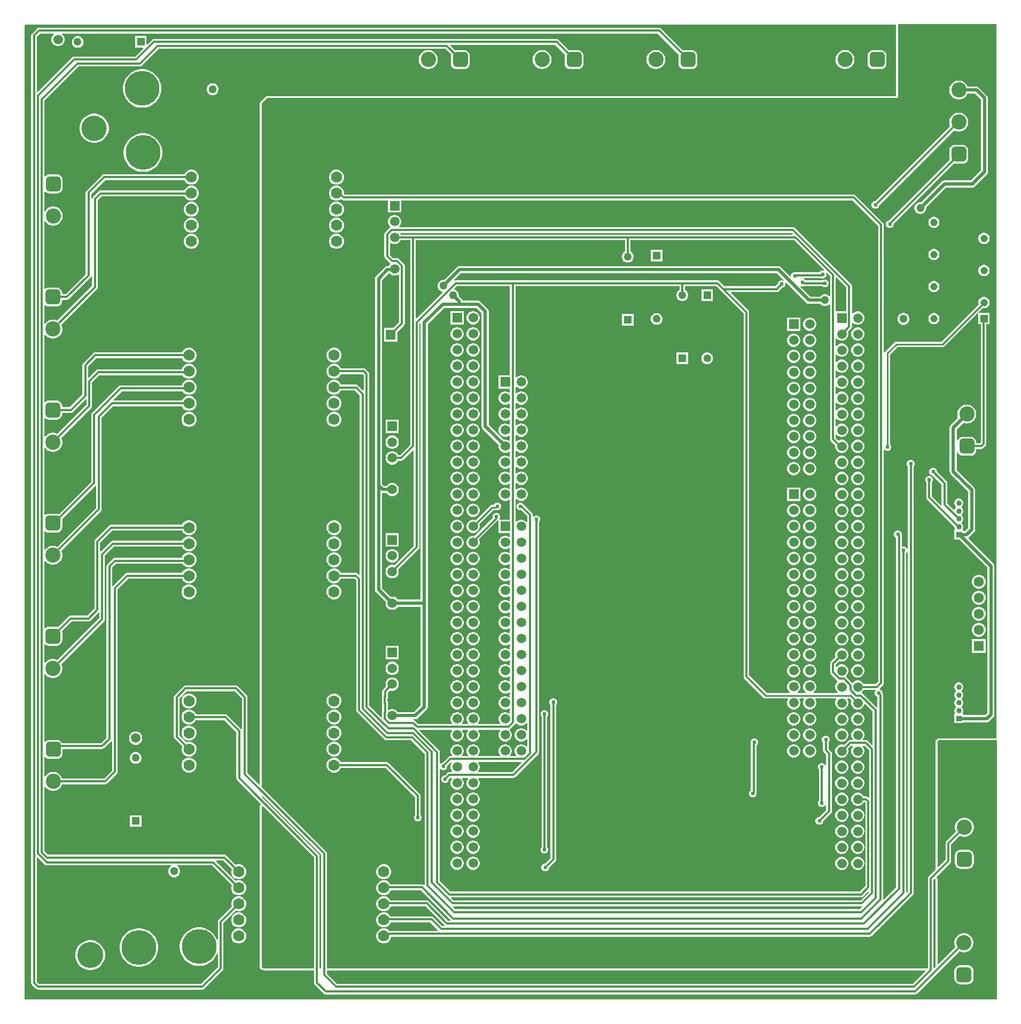
<source format=gtl>
G04*
G04 #@! TF.GenerationSoftware,Altium Limited,Altium Designer,25.0.2 (28)*
G04*
G04 Layer_Physical_Order=1*
G04 Layer_Color=255*
%FSLAX44Y44*%
%MOMM*%
G71*
G04*
G04 #@! TF.SameCoordinates,F35D9E54-4110-4E9A-A1CC-C6A2A34B17B7*
G04*
G04*
G04 #@! TF.FilePolarity,Positive*
G04*
G01*
G75*
%ADD13C,0.2540*%
%ADD15C,0.3000*%
%ADD16C,0.5000*%
%ADD25R,1.2500X1.2500*%
%ADD26C,1.2500*%
%ADD27C,5.5000*%
%ADD28R,1.5500X1.5500*%
%ADD29C,1.5500*%
%ADD36C,1.3000*%
%ADD37R,1.3000X1.3000*%
%ADD38R,1.3000X1.3000*%
%ADD46R,1.2500X1.2500*%
%ADD49C,0.3100*%
%ADD50C,0.2800*%
%ADD51C,1.7780*%
%ADD52R,1.5080X1.5080*%
%ADD53C,1.5080*%
%ADD54R,1.5080X1.5080*%
%ADD55C,4.1000*%
%ADD56O,2.6000X1.3000*%
%ADD57C,4.0000*%
%ADD58C,2.4000*%
G04:AMPARAMS|DCode=59|XSize=2.4mm|YSize=2.4mm|CornerRadius=0.6mm|HoleSize=0mm|Usage=FLASHONLY|Rotation=90.000|XOffset=0mm|YOffset=0mm|HoleType=Round|Shape=RoundedRectangle|*
%AMROUNDEDRECTD59*
21,1,2.4000,1.2000,0,0,90.0*
21,1,1.2000,2.4000,0,0,90.0*
1,1,1.2000,0.6000,0.6000*
1,1,1.2000,0.6000,-0.6000*
1,1,1.2000,-0.6000,-0.6000*
1,1,1.2000,-0.6000,0.6000*
%
%ADD59ROUNDEDRECTD59*%
G04:AMPARAMS|DCode=60|XSize=2.4mm|YSize=2.4mm|CornerRadius=0.6mm|HoleSize=0mm|Usage=FLASHONLY|Rotation=0.000|XOffset=0mm|YOffset=0mm|HoleType=Round|Shape=RoundedRectangle|*
%AMROUNDEDRECTD60*
21,1,2.4000,1.2000,0,0,0.0*
21,1,1.2000,2.4000,0,0,0.0*
1,1,1.2000,0.6000,-0.6000*
1,1,1.2000,-0.6000,-0.6000*
1,1,1.2000,-0.6000,0.6000*
1,1,1.2000,0.6000,0.6000*
%
%ADD60ROUNDEDRECTD60*%
%ADD61C,1.5000*%
%ADD62R,1.1700X1.1700*%
%ADD63C,1.1700*%
%ADD64R,0.8500X0.8500*%
%ADD65C,0.8500*%
%ADD66R,1.6050X1.6050*%
%ADD67C,1.6050*%
%ADD68C,1.2700*%
%ADD69C,0.6200*%
G36*
X1381241Y1430539D02*
X385412D01*
X385411Y1430538D01*
X385111Y1430539D01*
X384832Y1430483D01*
X384547Y1430486D01*
X384547Y1430486D01*
X384531Y1430480D01*
X384513D01*
X384235Y1430364D01*
X383941Y1430306D01*
X383927Y1430296D01*
X383926Y1430296D01*
X383658Y1430185D01*
X383444Y1430096D01*
X383443Y1430096D01*
X383426Y1430093D01*
X383279Y1429995D01*
X383270Y1429991D01*
X383257Y1429979D01*
X383204Y1429944D01*
X382953Y1429846D01*
X382929Y1429823D01*
X382898Y1429810D01*
X382684Y1429597D01*
X382434Y1429430D01*
X382221Y1429217D01*
X382221Y1429217D01*
X374184Y1421180D01*
X374184Y1421179D01*
X374183Y1421178D01*
X374183Y1421178D01*
X373970Y1420966D01*
X373802Y1420714D01*
X373588Y1420500D01*
X373588Y1420500D01*
X373588Y1420500D01*
X373588Y1420499D01*
X373484Y1420248D01*
X373479Y1420243D01*
X373466Y1420212D01*
X373307Y1419974D01*
X373304Y1419957D01*
X373304Y1419956D01*
X373215Y1419742D01*
X373215Y1419742D01*
X373215Y1419742D01*
X373104Y1419474D01*
X373104Y1419473D01*
X373094Y1419459D01*
X373036Y1419165D01*
X372920Y1418887D01*
X372920Y1418852D01*
X372908Y1418819D01*
X372914Y1418551D01*
X372861Y1418289D01*
X372862Y1417989D01*
X372861Y1417988D01*
Y341407D01*
X371688Y340921D01*
X353838Y358770D01*
Y478790D01*
X353489Y480546D01*
X352494Y482034D01*
X338524Y496004D01*
X337036Y496999D01*
X335280Y497348D01*
X255270D01*
X253514Y496999D01*
X252026Y496004D01*
X238056Y482034D01*
X237061Y480546D01*
X236712Y478790D01*
Y416353D01*
X237061Y414597D01*
X238056Y413109D01*
X249874Y401290D01*
X249874Y401289D01*
X249063Y398265D01*
Y395134D01*
X249874Y392110D01*
X251439Y389399D01*
X253653Y387185D01*
X256364Y385620D01*
X259388Y384810D01*
X262519D01*
X265543Y385620D01*
X268254Y387185D01*
X270468Y389399D01*
X272033Y392110D01*
X272843Y395134D01*
Y398265D01*
X272033Y401289D01*
X270468Y404000D01*
X268254Y406214D01*
X265543Y407779D01*
X262519Y408590D01*
X259388D01*
X256364Y407779D01*
X256363Y407779D01*
X245888Y418254D01*
Y476889D01*
X257171Y488172D01*
X333380D01*
X344662Y476889D01*
Y429398D01*
X344218Y429102D01*
X343392Y428907D01*
X322014Y450284D01*
X320526Y451279D01*
X318770Y451628D01*
X272157D01*
X272033Y452089D01*
X270468Y454800D01*
X268254Y457014D01*
X265543Y458579D01*
X262519Y459390D01*
X259388D01*
X256364Y458579D01*
X253653Y457014D01*
X251439Y454800D01*
X249874Y452089D01*
X249063Y449065D01*
Y445934D01*
X249874Y442910D01*
X251439Y440199D01*
X253653Y437985D01*
X256364Y436420D01*
X259388Y435610D01*
X262519D01*
X265543Y436420D01*
X268254Y437985D01*
X270468Y440199D01*
X271768Y442452D01*
X316870D01*
X335772Y423549D01*
Y350520D01*
X336121Y348764D01*
X337116Y347276D01*
X374397Y309994D01*
X374513Y309597D01*
X374514Y309125D01*
X374277Y308319D01*
X374276Y308318D01*
X374189Y308232D01*
X374186Y308227D01*
X373978Y308021D01*
X373818Y307783D01*
X373811Y307777D01*
X373808Y307771D01*
X373805Y307765D01*
X373588Y307547D01*
X373476Y307276D01*
X373311Y307032D01*
X373307Y307013D01*
X373304Y307007D01*
X373206Y306772D01*
X373206Y306772D01*
X373108Y306537D01*
X373106Y306530D01*
X373095Y306514D01*
X373038Y306225D01*
X372924Y305953D01*
X372923Y305651D01*
X372921Y305648D01*
X372920Y305642D01*
Y305633D01*
X372863Y305343D01*
Y305051D01*
X372861Y305044D01*
Y52372D01*
X372865Y52353D01*
X372862Y52334D01*
X372920Y52057D01*
X372920Y51775D01*
X372921Y51774D01*
Y51772D01*
X372921Y51771D01*
X373036Y51495D01*
X373094Y51201D01*
X373104Y51187D01*
X373104Y51186D01*
X373105Y51183D01*
X373109Y51166D01*
X373109Y51166D01*
X373117Y51154D01*
X373304Y50704D01*
X373304Y50704D01*
X373307Y50687D01*
X373474Y50437D01*
X373589Y50159D01*
X373802Y49946D01*
X373970Y49694D01*
X374183Y49482D01*
X374183Y49481D01*
X375871Y47793D01*
X375872Y47792D01*
X376084Y47580D01*
X376336Y47412D01*
X376549Y47199D01*
X376550Y47199D01*
X376550Y47198D01*
X376551Y47198D01*
X376801Y47094D01*
X376807Y47089D01*
X376839Y47076D01*
X377077Y46917D01*
X377093Y46914D01*
X377094Y46914D01*
X377308Y46825D01*
X377308Y46825D01*
X377308Y46825D01*
X377576Y46714D01*
X377577Y46714D01*
X377591Y46704D01*
X377885Y46646D01*
X378162Y46530D01*
X378198Y46530D01*
X378231Y46518D01*
X378499Y46524D01*
X378761Y46471D01*
X379061Y46472D01*
X379062Y46471D01*
X458962D01*
Y26670D01*
X459311Y24914D01*
X460306Y23426D01*
X474276Y9456D01*
X475764Y8461D01*
X477520Y8112D01*
X1411550D01*
X1413306Y8461D01*
X1414794Y9456D01*
X1482128Y76789D01*
X1484644Y75746D01*
X1487543Y75170D01*
X1490497D01*
X1493395Y75746D01*
X1496125Y76877D01*
X1498582Y78519D01*
X1500671Y80608D01*
X1502313Y83065D01*
X1503443Y85794D01*
X1504020Y88693D01*
Y91647D01*
X1503443Y94545D01*
X1502313Y97275D01*
X1500671Y99732D01*
X1498582Y101821D01*
X1496125Y103463D01*
X1493395Y104593D01*
X1490497Y105170D01*
X1487543D01*
X1484644Y104593D01*
X1481915Y103463D01*
X1479458Y101821D01*
X1477369Y99732D01*
X1475727Y97275D01*
X1474596Y94545D01*
X1474020Y91647D01*
Y88693D01*
X1474596Y85794D01*
X1475639Y83278D01*
X1448222Y55861D01*
X1447049Y56347D01*
Y190227D01*
X1447010Y190419D01*
X1447016Y190445D01*
X1447006Y190495D01*
X1447015Y190658D01*
X1446987Y190864D01*
X1446893Y191134D01*
X1446881Y191227D01*
X1446876Y191240D01*
X1446848Y191287D01*
X1446783Y191616D01*
X1446666Y191792D01*
X1446597Y191991D01*
X1446375Y192241D01*
X1446354Y192291D01*
X1446311Y192356D01*
X1446245Y192422D01*
X1446120Y192608D01*
X1445973Y192755D01*
X1445838Y192846D01*
X1445804Y192884D01*
X1445800Y192886D01*
X1445614Y193095D01*
X1445523Y194198D01*
X1445668Y194579D01*
X1467554Y216466D01*
X1468549Y217954D01*
X1468898Y219710D01*
Y245749D01*
X1482818Y259669D01*
X1485335Y258626D01*
X1488233Y258050D01*
X1491187D01*
X1494085Y258626D01*
X1496815Y259757D01*
X1499272Y261399D01*
X1501361Y263488D01*
X1503003Y265945D01*
X1504133Y268675D01*
X1504710Y271572D01*
Y274527D01*
X1504133Y277425D01*
X1503003Y280155D01*
X1501361Y282612D01*
X1499272Y284701D01*
X1496815Y286343D01*
X1494085Y287473D01*
X1491187Y288050D01*
X1488233D01*
X1485335Y287473D01*
X1482605Y286343D01*
X1480148Y284701D01*
X1478059Y282612D01*
X1476417Y280155D01*
X1475287Y277425D01*
X1474710Y274527D01*
Y271572D01*
X1475287Y268675D01*
X1476329Y266157D01*
X1461066Y250894D01*
X1460071Y249406D01*
X1459722Y247650D01*
Y221611D01*
X1448222Y210111D01*
X1447049Y210597D01*
Y408942D01*
X1447049Y408943D01*
X1448724Y410618D01*
X1448724Y410618D01*
X1540510D01*
X1541145Y410097D01*
Y635D01*
X1540510Y-0D01*
X-0D01*
Y1540682D01*
X415Y1541780D01*
X415D01*
X1011Y1542791D01*
X1905Y1543685D01*
X1381241D01*
Y1430539D01*
D02*
G37*
G36*
X1540607Y1543147D02*
X1540510Y1543050D01*
Y413677D01*
X1448724D01*
X1448724Y413677D01*
X1448724Y413677D01*
X1448143D01*
X1447800Y414020D01*
X1443990Y410210D01*
Y408943D01*
X1443990Y408943D01*
X1443990Y408942D01*
Y210597D01*
Y205879D01*
X1433126Y195014D01*
X1432131Y193526D01*
X1431782Y191770D01*
Y49530D01*
X479568D01*
Y231140D01*
X479219Y232896D01*
X478224Y234384D01*
X375920Y336689D01*
Y1417988D01*
X375920Y1417989D01*
X375920Y1418289D01*
X375920Y1418289D01*
X375930Y1418303D01*
X376041Y1418571D01*
X376041Y1418572D01*
X376041Y1418572D01*
X376130Y1418786D01*
X376133Y1418802D01*
X376133Y1418802D01*
X376345Y1419014D01*
X376347Y1419017D01*
X384384Y1427054D01*
X384384Y1427054D01*
X384384Y1427054D01*
X384384Y1427054D01*
X384597Y1427267D01*
X384597Y1427267D01*
X384614Y1427270D01*
X384828Y1427359D01*
X384828Y1427359D01*
X384828Y1427359D01*
X385097Y1427470D01*
X385111Y1427480D01*
X385111Y1427480D01*
X385411Y1427480D01*
X385412Y1427480D01*
X1384300D01*
Y1544320D01*
X1540121D01*
X1540607Y1543147D01*
D02*
G37*
G36*
X1443460Y190863D02*
X1443551Y190815D01*
X1443775Y190644D01*
X1443810Y190592D01*
X1443939Y190464D01*
X1443951Y190443D01*
X1443961Y190420D01*
X1443985Y190240D01*
X1443990Y190227D01*
Y56347D01*
Y51629D01*
X1442228Y49867D01*
X1440958Y50343D01*
Y189869D01*
X1441942Y190853D01*
X1442127Y190937D01*
X1442469Y190973D01*
X1443460Y190863D01*
D02*
G37*
G36*
X470392Y229240D02*
Y49530D01*
X468138D01*
Y227330D01*
X467789Y229086D01*
X466794Y230574D01*
X376465Y320903D01*
X376535Y321300D01*
X377900Y321732D01*
X470392Y229240D01*
D02*
G37*
G36*
X378048Y306329D02*
X378076Y306316D01*
X458962Y225429D01*
Y49530D01*
X379062D01*
X379061Y49530D01*
X378761Y49530D01*
X378761Y49530D01*
X378747Y49540D01*
X378479Y49651D01*
X378478Y49651D01*
X378478Y49651D01*
X378264Y49740D01*
X378248Y49743D01*
X378248Y49743D01*
X378035Y49956D01*
X378033Y49957D01*
X376347Y51643D01*
X376346Y51645D01*
X376133Y51858D01*
X376133Y51858D01*
X376129Y51874D01*
X375943Y52324D01*
X375933Y52339D01*
X375930Y52356D01*
X375928Y52360D01*
X375920Y52372D01*
Y305036D01*
X375920Y305037D01*
Y305045D01*
X375921Y305051D01*
X375921Y305343D01*
X375922Y305344D01*
X375929Y305354D01*
X376027Y305590D01*
X376029Y305596D01*
X376032Y305602D01*
X376130Y305837D01*
X376132Y305846D01*
X376136Y305853D01*
X376340Y306055D01*
X376343Y306061D01*
X376430Y306147D01*
X376438Y306158D01*
X376912Y306419D01*
X377378Y306460D01*
X378048Y306329D01*
D02*
G37*
G36*
X1428189Y45298D02*
X1407800Y24908D01*
X495930D01*
X479568Y41270D01*
Y46471D01*
X1427703D01*
X1428189Y45298D01*
D02*
G37*
%LPC*%
G36*
X85838Y1525630D02*
X83402D01*
X81050Y1525000D01*
X78940Y1523782D01*
X77218Y1522060D01*
X76000Y1519950D01*
X75370Y1517598D01*
Y1515162D01*
X76000Y1512810D01*
X77218Y1510700D01*
X78940Y1508978D01*
X81050Y1507760D01*
X83402Y1507130D01*
X85838D01*
X88190Y1507760D01*
X90300Y1508978D01*
X92022Y1510700D01*
X93240Y1512810D01*
X93870Y1515162D01*
Y1517598D01*
X93240Y1519950D01*
X92022Y1522060D01*
X90300Y1523782D01*
X88190Y1525000D01*
X85838Y1525630D01*
D02*
G37*
G36*
X1301957Y1503440D02*
X1299003D01*
X1296105Y1502863D01*
X1293375Y1501733D01*
X1290918Y1500091D01*
X1288829Y1498002D01*
X1287187Y1495545D01*
X1286057Y1492815D01*
X1285480Y1489917D01*
Y1486962D01*
X1286057Y1484064D01*
X1287187Y1481335D01*
X1288829Y1478878D01*
X1290918Y1476789D01*
X1293375Y1475147D01*
X1296105Y1474016D01*
X1299003Y1473440D01*
X1301957D01*
X1304855Y1474016D01*
X1307585Y1475147D01*
X1310042Y1476789D01*
X1312131Y1478878D01*
X1313773Y1481335D01*
X1314904Y1484064D01*
X1315480Y1486962D01*
Y1489917D01*
X1314904Y1492815D01*
X1313773Y1495545D01*
X1312131Y1498002D01*
X1310042Y1500091D01*
X1307585Y1501733D01*
X1304855Y1502863D01*
X1301957Y1503440D01*
D02*
G37*
G36*
X1002237D02*
X999283D01*
X996385Y1502863D01*
X993655Y1501733D01*
X991198Y1500091D01*
X989109Y1498002D01*
X987467Y1495545D01*
X986337Y1492815D01*
X985760Y1489917D01*
Y1486962D01*
X986337Y1484064D01*
X987467Y1481335D01*
X989109Y1478878D01*
X991198Y1476789D01*
X993655Y1475147D01*
X996385Y1474016D01*
X999283Y1473440D01*
X1002237D01*
X1005135Y1474016D01*
X1007865Y1475147D01*
X1010322Y1476789D01*
X1012411Y1478878D01*
X1014053Y1481335D01*
X1015183Y1484064D01*
X1015760Y1486962D01*
Y1489917D01*
X1015183Y1492815D01*
X1014053Y1495545D01*
X1012411Y1498002D01*
X1010322Y1500091D01*
X1007865Y1501733D01*
X1005135Y1502863D01*
X1002237Y1503440D01*
D02*
G37*
G36*
X821897D02*
X818943D01*
X816045Y1502863D01*
X813315Y1501733D01*
X810858Y1500091D01*
X808769Y1498002D01*
X807127Y1495545D01*
X805996Y1492815D01*
X805420Y1489917D01*
Y1486962D01*
X805996Y1484064D01*
X807127Y1481335D01*
X808769Y1478878D01*
X810858Y1476789D01*
X813315Y1475147D01*
X816045Y1474016D01*
X818943Y1473440D01*
X821897D01*
X824795Y1474016D01*
X827525Y1475147D01*
X829982Y1476789D01*
X832071Y1478878D01*
X833713Y1481335D01*
X834844Y1484064D01*
X835420Y1486962D01*
Y1489917D01*
X834844Y1492815D01*
X833713Y1495545D01*
X832071Y1498002D01*
X829982Y1500091D01*
X827525Y1501733D01*
X824795Y1502863D01*
X821897Y1503440D01*
D02*
G37*
G36*
X641557D02*
X638603D01*
X635705Y1502863D01*
X632975Y1501733D01*
X630518Y1500091D01*
X628429Y1498002D01*
X626787Y1495545D01*
X625657Y1492815D01*
X625080Y1489917D01*
Y1486962D01*
X625657Y1484064D01*
X626787Y1481335D01*
X628429Y1478878D01*
X630518Y1476789D01*
X632975Y1475147D01*
X635705Y1474016D01*
X638603Y1473440D01*
X641557D01*
X644455Y1474016D01*
X647185Y1475147D01*
X649642Y1476789D01*
X651731Y1478878D01*
X653373Y1481335D01*
X654503Y1484064D01*
X655080Y1486962D01*
Y1489917D01*
X654503Y1492815D01*
X653373Y1495545D01*
X651731Y1498002D01*
X649642Y1500091D01*
X647185Y1501733D01*
X644455Y1502863D01*
X641557Y1503440D01*
D02*
G37*
G36*
X1357280Y1503517D02*
X1345280D01*
X1342930Y1503208D01*
X1340741Y1502301D01*
X1338861Y1500859D01*
X1337419Y1498979D01*
X1336512Y1496789D01*
X1336202Y1494440D01*
Y1482440D01*
X1336512Y1480090D01*
X1337419Y1477901D01*
X1338861Y1476021D01*
X1340741Y1474578D01*
X1342930Y1473672D01*
X1345280Y1473362D01*
X1357280D01*
X1359630Y1473672D01*
X1361819Y1474578D01*
X1363699Y1476021D01*
X1365141Y1477901D01*
X1366048Y1480090D01*
X1366358Y1482440D01*
Y1494440D01*
X1366048Y1496789D01*
X1365141Y1498979D01*
X1363699Y1500859D01*
X1361819Y1502301D01*
X1359630Y1503208D01*
X1357280Y1503517D01*
D02*
G37*
G36*
X1005840Y1538748D02*
X22860D01*
X21104Y1538399D01*
X19616Y1537404D01*
X11996Y1529784D01*
X11001Y1528296D01*
X10652Y1526540D01*
Y26670D01*
X11001Y24914D01*
X11996Y23426D01*
X18346Y17076D01*
X19834Y16081D01*
X21590Y15732D01*
X281940D01*
X283696Y16081D01*
X285184Y17076D01*
X314394Y46286D01*
X315389Y47774D01*
X315738Y49530D01*
Y121146D01*
X335103Y140511D01*
X335104Y140510D01*
X338128Y139700D01*
X341259D01*
X344283Y140510D01*
X346994Y142075D01*
X349208Y144289D01*
X350773Y147000D01*
X351583Y150024D01*
Y153155D01*
X350773Y156179D01*
X349208Y158890D01*
X346994Y161104D01*
X344283Y162669D01*
X341259Y163480D01*
X338128D01*
X335104Y162669D01*
X332393Y161104D01*
X330179Y158890D01*
X328614Y156179D01*
X327803Y153155D01*
Y150024D01*
X328614Y147000D01*
X328614Y146999D01*
X307906Y126291D01*
X306911Y124802D01*
X306562Y123047D01*
Y95166D01*
X305308Y94968D01*
X305126Y95528D01*
X302946Y99805D01*
X300124Y103689D01*
X296729Y107084D01*
X292845Y109906D01*
X288568Y112086D01*
X284002Y113569D01*
X279260Y114320D01*
X274460D01*
X269718Y113569D01*
X265152Y112086D01*
X260875Y109906D01*
X256991Y107084D01*
X253596Y103689D01*
X250774Y99805D01*
X248594Y95528D01*
X247111Y90962D01*
X246360Y86220D01*
Y81420D01*
X247111Y76678D01*
X248594Y72112D01*
X250774Y67835D01*
X253596Y63951D01*
X256991Y60556D01*
X260875Y57734D01*
X265152Y55554D01*
X269718Y54071D01*
X274460Y53320D01*
X279260D01*
X284002Y54071D01*
X288568Y55554D01*
X292845Y57734D01*
X296729Y60556D01*
X300124Y63951D01*
X302946Y67835D01*
X305126Y72112D01*
X305308Y72672D01*
X306562Y72474D01*
Y51431D01*
X280040Y24908D01*
X23491D01*
X19828Y28570D01*
Y224754D01*
X21002Y225240D01*
X32316Y213926D01*
X33804Y212931D01*
X35560Y212582D01*
X232200D01*
X232540Y211312D01*
X231657Y210802D01*
X229888Y209033D01*
X228637Y206867D01*
X227990Y204451D01*
Y201949D01*
X228637Y199533D01*
X229888Y197367D01*
X231657Y195598D01*
X233823Y194347D01*
X236239Y193700D01*
X238741D01*
X241157Y194347D01*
X243323Y195598D01*
X245092Y197367D01*
X246343Y199533D01*
X246990Y201949D01*
Y204451D01*
X246343Y206867D01*
X245092Y209033D01*
X243323Y210802D01*
X242440Y211312D01*
X242780Y212582D01*
X297612D01*
X328614Y181580D01*
X328614Y181579D01*
X327803Y178555D01*
Y175424D01*
X328614Y172400D01*
X330179Y169689D01*
X332393Y167475D01*
X335104Y165910D01*
X338128Y165100D01*
X341259D01*
X344283Y165910D01*
X346994Y167475D01*
X349208Y169689D01*
X350773Y172400D01*
X351583Y175424D01*
Y178555D01*
X350773Y181579D01*
X349208Y184290D01*
X346994Y186504D01*
X344283Y188069D01*
X341259Y188880D01*
X338128D01*
X335104Y188069D01*
X335103Y188069D01*
X304143Y219028D01*
X304629Y220202D01*
X315392D01*
X328614Y206980D01*
X328614Y206979D01*
X327803Y203955D01*
Y200824D01*
X328614Y197800D01*
X330179Y195089D01*
X332393Y192875D01*
X335104Y191310D01*
X338128Y190500D01*
X341259D01*
X344283Y191310D01*
X346994Y192875D01*
X349208Y195089D01*
X350773Y197800D01*
X351583Y200824D01*
Y203955D01*
X350773Y206979D01*
X349208Y209690D01*
X346994Y211904D01*
X344283Y213469D01*
X341259Y214280D01*
X338128D01*
X335104Y213469D01*
X335103Y213469D01*
X320537Y228034D01*
X319049Y229029D01*
X317293Y229378D01*
X37675D01*
X31718Y235335D01*
Y337110D01*
X32988Y337495D01*
X34069Y335878D01*
X36158Y333789D01*
X38615Y332147D01*
X41345Y331016D01*
X44243Y330440D01*
X47197D01*
X50095Y331016D01*
X52825Y332147D01*
X55282Y333789D01*
X57371Y335878D01*
X59013Y338335D01*
X60055Y340852D01*
X128270D01*
X130026Y341201D01*
X131514Y342196D01*
X146754Y357436D01*
X147749Y358924D01*
X148098Y360680D01*
Y649610D01*
X164920Y666432D01*
X249873D01*
X249874Y666430D01*
X251439Y663719D01*
X253653Y661505D01*
X256364Y659940D01*
X259388Y659130D01*
X262519D01*
X265543Y659940D01*
X268254Y661505D01*
X270468Y663719D01*
X272033Y666430D01*
X272843Y669454D01*
Y672585D01*
X272033Y675609D01*
X270468Y678320D01*
X268254Y680534D01*
X265543Y682099D01*
X262519Y682910D01*
X259388D01*
X256364Y682099D01*
X253653Y680534D01*
X251439Y678320D01*
X249874Y675609D01*
X249873Y675608D01*
X163020D01*
X161264Y675259D01*
X159775Y674264D01*
X140478Y654967D01*
X139652Y655162D01*
X139208Y655458D01*
Y683900D01*
X145410Y690102D01*
X250872D01*
X251439Y689119D01*
X253653Y686905D01*
X256364Y685340D01*
X259388Y684530D01*
X262519D01*
X265543Y685340D01*
X268254Y686905D01*
X270468Y689119D01*
X272033Y691830D01*
X272843Y694854D01*
Y697985D01*
X272033Y701009D01*
X270468Y703720D01*
X268254Y705934D01*
X265543Y707499D01*
X262519Y708310D01*
X259388D01*
X256364Y707499D01*
X253653Y705934D01*
X251439Y703720D01*
X249874Y701009D01*
X249410Y699278D01*
X143510D01*
X141754Y698929D01*
X140266Y697934D01*
X131376Y689044D01*
X130381Y687556D01*
X130032Y685800D01*
Y414650D01*
X121290Y405908D01*
X59942D01*
X59581Y406779D01*
X58139Y408659D01*
X56259Y410101D01*
X54069Y411008D01*
X51720Y411317D01*
X39720D01*
X37371Y411008D01*
X35181Y410101D01*
X33301Y408659D01*
X32988Y408251D01*
X31718Y408682D01*
Y515312D01*
X32988Y515697D01*
X33489Y514948D01*
X35578Y512859D01*
X38035Y511217D01*
X40765Y510086D01*
X43663Y509510D01*
X46617D01*
X49516Y510086D01*
X52245Y511217D01*
X54702Y512859D01*
X56791Y514948D01*
X58433Y517405D01*
X59564Y520135D01*
X60140Y523032D01*
Y525987D01*
X59564Y528885D01*
X58521Y531402D01*
X126434Y599315D01*
X127429Y600804D01*
X127778Y602560D01*
Y702950D01*
X142060Y717232D01*
X249873D01*
X249874Y717230D01*
X251439Y714519D01*
X253653Y712305D01*
X256364Y710740D01*
X259388Y709930D01*
X262519D01*
X265543Y710740D01*
X268254Y712305D01*
X270468Y714519D01*
X272033Y717230D01*
X272843Y720254D01*
Y723385D01*
X272033Y726409D01*
X270468Y729120D01*
X268254Y731334D01*
X265543Y732899D01*
X262519Y733710D01*
X259388D01*
X256364Y732899D01*
X253653Y731334D01*
X251439Y729120D01*
X249874Y726409D01*
X249873Y726408D01*
X140160D01*
X138404Y726059D01*
X136915Y725064D01*
X121332Y709480D01*
X120158Y709966D01*
Y723270D01*
X139520Y742632D01*
X249873D01*
X249874Y742630D01*
X251439Y739919D01*
X253653Y737705D01*
X256364Y736140D01*
X259388Y735330D01*
X262519D01*
X265543Y736140D01*
X268254Y737705D01*
X270468Y739919D01*
X272033Y742630D01*
X272843Y745654D01*
Y748785D01*
X272033Y751809D01*
X270468Y754520D01*
X268254Y756734D01*
X265543Y758299D01*
X262519Y759110D01*
X259388D01*
X256364Y758299D01*
X253653Y756734D01*
X251439Y754520D01*
X249874Y751809D01*
X249873Y751808D01*
X137620D01*
X135864Y751459D01*
X134375Y750464D01*
X112326Y728414D01*
X111331Y726926D01*
X110982Y725170D01*
Y619120D01*
X99699Y607838D01*
X73080D01*
X71325Y607489D01*
X69836Y606494D01*
X53428Y590086D01*
X51140Y590387D01*
X39140D01*
X36791Y590078D01*
X34601Y589171D01*
X32988Y587934D01*
X31718Y588338D01*
Y694382D01*
X32988Y694767D01*
X33489Y694018D01*
X35578Y691929D01*
X38035Y690287D01*
X40765Y689156D01*
X43663Y688580D01*
X46617D01*
X49516Y689156D01*
X52245Y690287D01*
X54702Y691929D01*
X56791Y694018D01*
X58433Y696475D01*
X59564Y699204D01*
X60140Y702103D01*
Y705057D01*
X59564Y707955D01*
X58521Y710472D01*
X121354Y773305D01*
X122349Y774794D01*
X122698Y776550D01*
Y921389D01*
X140790Y939482D01*
X249873D01*
X249874Y939480D01*
X251439Y936769D01*
X253653Y934555D01*
X256364Y932990D01*
X259388Y932180D01*
X262519D01*
X265543Y932990D01*
X268254Y934555D01*
X270468Y936769D01*
X272033Y939480D01*
X272843Y942504D01*
Y945635D01*
X272033Y948659D01*
X270468Y951370D01*
X268254Y953584D01*
X265543Y955149D01*
X262519Y955960D01*
X259388D01*
X256364Y955149D01*
X253653Y953584D01*
X251439Y951370D01*
X249874Y948659D01*
X249873Y948658D01*
X141466D01*
X140980Y949831D01*
X154300Y963152D01*
X250872D01*
X251439Y962169D01*
X253653Y959955D01*
X256364Y958390D01*
X259388Y957580D01*
X262519D01*
X265543Y958390D01*
X268254Y959955D01*
X270468Y962169D01*
X272033Y964880D01*
X272843Y967904D01*
Y971035D01*
X272033Y974059D01*
X270468Y976770D01*
X268254Y978984D01*
X265543Y980549D01*
X262519Y981360D01*
X259388D01*
X256364Y980549D01*
X253653Y978984D01*
X251439Y976770D01*
X249874Y974059D01*
X249410Y972328D01*
X152400D01*
X150644Y971979D01*
X149156Y970984D01*
X107246Y929074D01*
X106251Y927586D01*
X105902Y925830D01*
Y819781D01*
X54748Y768627D01*
X53490Y769148D01*
X51140Y769457D01*
X39140D01*
X36791Y769148D01*
X34601Y768241D01*
X32988Y767003D01*
X31718Y767408D01*
Y873452D01*
X32988Y873837D01*
X33489Y873088D01*
X35578Y870999D01*
X38035Y869357D01*
X40765Y868226D01*
X43663Y867650D01*
X46617D01*
X49516Y868226D01*
X52245Y869357D01*
X54702Y870999D01*
X56791Y873088D01*
X58433Y875545D01*
X59564Y878275D01*
X60140Y881172D01*
Y884127D01*
X59564Y887025D01*
X58521Y889542D01*
X106114Y937135D01*
X107109Y938624D01*
X107458Y940380D01*
Y977270D01*
X118741Y988552D01*
X250872D01*
X251439Y987569D01*
X253653Y985355D01*
X256364Y983790D01*
X259388Y982980D01*
X262519D01*
X265543Y983790D01*
X268254Y985355D01*
X270468Y987569D01*
X272033Y990280D01*
X272843Y993304D01*
Y996435D01*
X272033Y999459D01*
X270468Y1002170D01*
X268254Y1004384D01*
X265543Y1005949D01*
X262519Y1006760D01*
X259388D01*
X256364Y1005949D01*
X253653Y1004384D01*
X251439Y1002170D01*
X249874Y999459D01*
X249410Y997728D01*
X116840D01*
X115084Y997379D01*
X113596Y996384D01*
X102282Y985070D01*
X101108Y985556D01*
Y1002670D01*
X114120Y1015682D01*
X249873D01*
X249874Y1015680D01*
X251439Y1012969D01*
X253653Y1010755D01*
X256364Y1009190D01*
X259388Y1008380D01*
X262519D01*
X265543Y1009190D01*
X268254Y1010755D01*
X270468Y1012969D01*
X272033Y1015680D01*
X272843Y1018704D01*
Y1021835D01*
X272033Y1024859D01*
X270468Y1027570D01*
X268254Y1029784D01*
X265543Y1031349D01*
X262519Y1032160D01*
X259388D01*
X256364Y1031349D01*
X253653Y1029784D01*
X251439Y1027570D01*
X249874Y1024859D01*
X249873Y1024858D01*
X112220D01*
X110464Y1024509D01*
X108975Y1023514D01*
X93276Y1007814D01*
X92281Y1006326D01*
X91932Y1004570D01*
Y958211D01*
X71759Y938038D01*
X60218D01*
Y939450D01*
X59908Y941799D01*
X59002Y943989D01*
X57559Y945869D01*
X55679Y947311D01*
X53490Y948218D01*
X51140Y948528D01*
X39140D01*
X36791Y948218D01*
X34601Y947311D01*
X32988Y946074D01*
X31718Y946478D01*
Y1052522D01*
X32988Y1052907D01*
X33489Y1052158D01*
X35578Y1050069D01*
X38035Y1048427D01*
X40765Y1047296D01*
X43663Y1046720D01*
X46617D01*
X49516Y1047296D01*
X52245Y1048427D01*
X54702Y1050069D01*
X56791Y1052158D01*
X58433Y1054615D01*
X59564Y1057345D01*
X60140Y1060242D01*
Y1063197D01*
X59564Y1066095D01*
X58521Y1068612D01*
X115004Y1125095D01*
X115999Y1126584D01*
X116348Y1128340D01*
Y1265559D01*
X122550Y1271762D01*
X253948D01*
X255249Y1269509D01*
X257463Y1267295D01*
X260174Y1265730D01*
X263198Y1264920D01*
X266329D01*
X269353Y1265730D01*
X272064Y1267295D01*
X274278Y1269509D01*
X275843Y1272220D01*
X276653Y1275244D01*
Y1278375D01*
X275843Y1281399D01*
X274278Y1284110D01*
X272064Y1286324D01*
X269353Y1287889D01*
X266329Y1288700D01*
X263198D01*
X260174Y1287889D01*
X257463Y1286324D01*
X255249Y1284110D01*
X253683Y1281399D01*
X253560Y1280938D01*
X120650D01*
X118894Y1280589D01*
X117406Y1279594D01*
X108516Y1270704D01*
X107521Y1269216D01*
X107458Y1268899D01*
X106188Y1269025D01*
Y1275720D01*
X128090Y1297622D01*
X253683D01*
X253683Y1297620D01*
X255249Y1294909D01*
X257463Y1292695D01*
X260174Y1291130D01*
X263198Y1290320D01*
X266329D01*
X269353Y1291130D01*
X272064Y1292695D01*
X274278Y1294909D01*
X275843Y1297620D01*
X276653Y1300644D01*
Y1303775D01*
X275843Y1306799D01*
X274278Y1309510D01*
X272064Y1311724D01*
X269353Y1313289D01*
X266329Y1314100D01*
X263198D01*
X260174Y1313289D01*
X257463Y1311724D01*
X255249Y1309510D01*
X253683Y1306799D01*
X253683Y1306798D01*
X126190D01*
X124434Y1306449D01*
X122945Y1305454D01*
X98356Y1280864D01*
X97361Y1279376D01*
X97012Y1277620D01*
Y1148710D01*
X65409Y1117108D01*
X60218D01*
Y1118520D01*
X59908Y1120869D01*
X59002Y1123059D01*
X57559Y1124939D01*
X55679Y1126381D01*
X53490Y1127288D01*
X51140Y1127598D01*
X39140D01*
X36791Y1127288D01*
X34601Y1126381D01*
X32988Y1125144D01*
X31718Y1125548D01*
Y1232460D01*
X32988Y1232845D01*
X34069Y1231228D01*
X36158Y1229139D01*
X38615Y1227497D01*
X41345Y1226366D01*
X44243Y1225790D01*
X47197D01*
X50095Y1226366D01*
X52825Y1227497D01*
X55282Y1229139D01*
X57371Y1231228D01*
X59013Y1233685D01*
X60143Y1236414D01*
X60720Y1239313D01*
Y1242267D01*
X60143Y1245165D01*
X59013Y1247895D01*
X57371Y1250352D01*
X55282Y1252441D01*
X52825Y1254083D01*
X50095Y1255213D01*
X47197Y1255790D01*
X44243D01*
X41345Y1255213D01*
X38615Y1254083D01*
X36158Y1252441D01*
X34069Y1250352D01*
X32988Y1248735D01*
X31718Y1249120D01*
Y1279148D01*
X32988Y1279579D01*
X33301Y1279171D01*
X35181Y1277728D01*
X37371Y1276822D01*
X39720Y1276512D01*
X51720D01*
X54069Y1276822D01*
X56259Y1277728D01*
X58139Y1279171D01*
X59581Y1281051D01*
X60488Y1283240D01*
X60798Y1285590D01*
Y1297590D01*
X60488Y1299939D01*
X59581Y1302129D01*
X58139Y1304009D01*
X56259Y1305451D01*
X54069Y1306358D01*
X51720Y1306667D01*
X39720D01*
X37371Y1306358D01*
X35181Y1305451D01*
X33301Y1304009D01*
X32988Y1303601D01*
X31718Y1304032D01*
Y1423499D01*
X85721Y1477502D01*
X182880D01*
X184636Y1477851D01*
X186124Y1478846D01*
X212721Y1505442D01*
X667389D01*
X676104Y1496728D01*
X675802Y1494440D01*
Y1482440D01*
X676112Y1480090D01*
X677019Y1477901D01*
X678461Y1476021D01*
X680341Y1474578D01*
X682531Y1473672D01*
X684880Y1473362D01*
X696880D01*
X699230Y1473672D01*
X701419Y1474578D01*
X703299Y1476021D01*
X704742Y1477901D01*
X705648Y1480090D01*
X705958Y1482440D01*
Y1494440D01*
X705648Y1496789D01*
X704742Y1498979D01*
X703299Y1500859D01*
X701419Y1502301D01*
X699230Y1503208D01*
X696880Y1503517D01*
X684880D01*
X682592Y1503216D01*
X675190Y1510618D01*
X675676Y1511792D01*
X841379D01*
X856443Y1496728D01*
X856142Y1494440D01*
Y1482440D01*
X856452Y1480090D01*
X857358Y1477901D01*
X858801Y1476021D01*
X860681Y1474578D01*
X862870Y1473672D01*
X865220Y1473362D01*
X877220D01*
X879569Y1473672D01*
X881759Y1474578D01*
X883639Y1476021D01*
X885081Y1477901D01*
X885988Y1480090D01*
X886298Y1482440D01*
Y1494440D01*
X885988Y1496789D01*
X885081Y1498979D01*
X883639Y1500859D01*
X881759Y1502301D01*
X879569Y1503208D01*
X877220Y1503517D01*
X865220D01*
X862932Y1503216D01*
X846524Y1519624D01*
X845036Y1520619D01*
X843280Y1520968D01*
X205105D01*
X203349Y1520619D01*
X201861Y1519624D01*
X195043Y1512807D01*
X193870Y1513293D01*
Y1525630D01*
X175370D01*
Y1507130D01*
X187707D01*
X188193Y1505957D01*
X175264Y1493028D01*
X78740D01*
X76984Y1492679D01*
X75496Y1491684D01*
X21002Y1437190D01*
X19828Y1437676D01*
Y1524639D01*
X24760Y1529572D01*
X46192D01*
X46603Y1528302D01*
X44938Y1526637D01*
X43556Y1524243D01*
X42840Y1521572D01*
Y1518808D01*
X43556Y1516137D01*
X44938Y1513743D01*
X46893Y1511788D01*
X49287Y1510406D01*
X51958Y1509690D01*
X54722D01*
X57393Y1510406D01*
X59787Y1511788D01*
X61742Y1513743D01*
X63124Y1516137D01*
X63840Y1518808D01*
Y1521572D01*
X63124Y1524243D01*
X61742Y1526637D01*
X60077Y1528302D01*
X60488Y1529572D01*
X1003939D01*
X1036784Y1496728D01*
X1036482Y1494440D01*
Y1482440D01*
X1036792Y1480090D01*
X1037699Y1477901D01*
X1039141Y1476021D01*
X1041021Y1474578D01*
X1043211Y1473672D01*
X1045560Y1473362D01*
X1057560D01*
X1059910Y1473672D01*
X1062099Y1474578D01*
X1063979Y1476021D01*
X1065422Y1477901D01*
X1066328Y1480090D01*
X1066638Y1482440D01*
Y1494440D01*
X1066328Y1496789D01*
X1065422Y1498979D01*
X1063979Y1500859D01*
X1062099Y1502301D01*
X1059910Y1503208D01*
X1057560Y1503517D01*
X1045560D01*
X1043272Y1503216D01*
X1009084Y1537404D01*
X1007596Y1538399D01*
X1005840Y1538748D01*
D02*
G37*
G36*
X299701Y1450950D02*
X297199D01*
X294783Y1450303D01*
X292617Y1449052D01*
X290848Y1447283D01*
X289597Y1445117D01*
X288950Y1442701D01*
Y1440199D01*
X289597Y1437783D01*
X290848Y1435617D01*
X292617Y1433848D01*
X294783Y1432597D01*
X297199Y1431950D01*
X299701D01*
X302117Y1432597D01*
X304283Y1433848D01*
X306052Y1435617D01*
X307303Y1437783D01*
X307950Y1440199D01*
Y1442701D01*
X307303Y1445117D01*
X306052Y1447283D01*
X304283Y1449052D01*
X302117Y1450303D01*
X299701Y1450950D01*
D02*
G37*
G36*
X189090Y1473220D02*
X184290D01*
X179548Y1472469D01*
X174982Y1470986D01*
X170704Y1468806D01*
X166821Y1465984D01*
X163426Y1462589D01*
X160604Y1458705D01*
X158425Y1454428D01*
X156941Y1449862D01*
X156190Y1445120D01*
Y1440320D01*
X156941Y1435578D01*
X158425Y1431012D01*
X160604Y1426734D01*
X163426Y1422851D01*
X166821Y1419456D01*
X170704Y1416634D01*
X174982Y1414454D01*
X179548Y1412971D01*
X184290Y1412220D01*
X189090D01*
X193832Y1412971D01*
X198398Y1414454D01*
X202675Y1416634D01*
X206559Y1419456D01*
X209954Y1422851D01*
X212776Y1426734D01*
X214956Y1431012D01*
X216439Y1435578D01*
X217190Y1440320D01*
Y1445120D01*
X216439Y1449862D01*
X214956Y1454428D01*
X212776Y1458705D01*
X209954Y1462589D01*
X206559Y1465984D01*
X202675Y1468806D01*
X198398Y1470986D01*
X193832Y1472469D01*
X189090Y1473220D01*
D02*
G37*
G36*
X113065Y1402860D02*
X108535D01*
X104091Y1401976D01*
X99905Y1400242D01*
X96138Y1397725D01*
X92935Y1394522D01*
X90418Y1390755D01*
X88684Y1386569D01*
X87800Y1382125D01*
Y1377595D01*
X88684Y1373151D01*
X90418Y1368965D01*
X92935Y1365198D01*
X96138Y1361995D01*
X99905Y1359478D01*
X104091Y1357744D01*
X108535Y1356860D01*
X113065D01*
X117509Y1357744D01*
X121695Y1359478D01*
X125462Y1361995D01*
X128665Y1365198D01*
X131182Y1368965D01*
X132916Y1373151D01*
X133800Y1377595D01*
Y1382125D01*
X132916Y1386569D01*
X131182Y1390755D01*
X128665Y1394522D01*
X125462Y1397725D01*
X121695Y1400242D01*
X117509Y1401976D01*
X113065Y1402860D01*
D02*
G37*
G36*
X190360Y1371620D02*
X185560D01*
X180818Y1370869D01*
X176252Y1369386D01*
X171975Y1367206D01*
X168091Y1364384D01*
X164696Y1360989D01*
X161874Y1357106D01*
X159694Y1352828D01*
X158211Y1348262D01*
X157460Y1343520D01*
Y1338720D01*
X158211Y1333978D01*
X159694Y1329412D01*
X161874Y1325134D01*
X164696Y1321251D01*
X168091Y1317856D01*
X171975Y1315034D01*
X176252Y1312854D01*
X180818Y1311371D01*
X185560Y1310620D01*
X190360D01*
X195102Y1311371D01*
X199668Y1312854D01*
X203946Y1315034D01*
X207829Y1317856D01*
X211224Y1321251D01*
X214046Y1325134D01*
X216225Y1329412D01*
X217709Y1333978D01*
X218460Y1338720D01*
Y1343520D01*
X217709Y1348262D01*
X216225Y1352828D01*
X214046Y1357106D01*
X211224Y1360989D01*
X207829Y1364384D01*
X203946Y1367206D01*
X199668Y1369386D01*
X195102Y1370869D01*
X190360Y1371620D01*
D02*
G37*
G36*
X266329Y1263300D02*
X263198D01*
X260174Y1262489D01*
X257463Y1260924D01*
X255249Y1258710D01*
X253683Y1255999D01*
X252873Y1252975D01*
Y1249844D01*
X253683Y1246820D01*
X255249Y1244109D01*
X257463Y1241895D01*
X260174Y1240330D01*
X263198Y1239520D01*
X266329D01*
X269353Y1240330D01*
X272064Y1241895D01*
X274278Y1244109D01*
X275843Y1246820D01*
X276653Y1249844D01*
Y1252975D01*
X275843Y1255999D01*
X274278Y1258710D01*
X272064Y1260924D01*
X269353Y1262489D01*
X266329Y1263300D01*
D02*
G37*
G36*
Y1237900D02*
X263198D01*
X260174Y1237089D01*
X257463Y1235524D01*
X255249Y1233310D01*
X253683Y1230599D01*
X252873Y1227575D01*
Y1224444D01*
X253683Y1221420D01*
X255249Y1218709D01*
X257463Y1216495D01*
X260174Y1214930D01*
X263198Y1214120D01*
X266329D01*
X269353Y1214930D01*
X272064Y1216495D01*
X274278Y1218709D01*
X275843Y1221420D01*
X276653Y1224444D01*
Y1227575D01*
X275843Y1230599D01*
X274278Y1233310D01*
X272064Y1235524D01*
X269353Y1237089D01*
X266329Y1237900D01*
D02*
G37*
G36*
Y1212500D02*
X263198D01*
X260174Y1211689D01*
X257463Y1210124D01*
X255249Y1207910D01*
X253683Y1205199D01*
X252873Y1202175D01*
Y1199044D01*
X253683Y1196020D01*
X255249Y1193309D01*
X257463Y1191095D01*
X260174Y1189530D01*
X263198Y1188720D01*
X266329D01*
X269353Y1189530D01*
X272064Y1191095D01*
X274278Y1193309D01*
X275843Y1196020D01*
X276653Y1199044D01*
Y1202175D01*
X275843Y1205199D01*
X274278Y1207910D01*
X272064Y1210124D01*
X269353Y1211689D01*
X266329Y1212500D01*
D02*
G37*
G36*
X262519Y930560D02*
X259388D01*
X256364Y929749D01*
X253653Y928184D01*
X251439Y925970D01*
X249874Y923259D01*
X249063Y920235D01*
Y917104D01*
X249874Y914080D01*
X251439Y911369D01*
X253653Y909155D01*
X256364Y907590D01*
X259388Y906780D01*
X262519D01*
X265543Y907590D01*
X268254Y909155D01*
X270468Y911369D01*
X272033Y914080D01*
X272843Y917104D01*
Y920235D01*
X272033Y923259D01*
X270468Y925970D01*
X268254Y928184D01*
X265543Y929749D01*
X262519Y930560D01*
D02*
G37*
G36*
Y657510D02*
X259388D01*
X256364Y656699D01*
X253653Y655134D01*
X251439Y652920D01*
X249874Y650209D01*
X249063Y647185D01*
Y644054D01*
X249874Y641030D01*
X251439Y638319D01*
X253653Y636105D01*
X256364Y634540D01*
X259388Y633730D01*
X262519D01*
X265543Y634540D01*
X268254Y636105D01*
X270468Y638319D01*
X272033Y641030D01*
X272843Y644054D01*
Y647185D01*
X272033Y650209D01*
X270468Y652920D01*
X268254Y655134D01*
X265543Y656699D01*
X262519Y657510D01*
D02*
G37*
G36*
Y484790D02*
X259388D01*
X256364Y483979D01*
X253653Y482414D01*
X251439Y480200D01*
X249874Y477489D01*
X249063Y474465D01*
Y471334D01*
X249874Y468310D01*
X251439Y465599D01*
X253653Y463385D01*
X256364Y461820D01*
X259388Y461010D01*
X262519D01*
X265543Y461820D01*
X268254Y463385D01*
X270468Y465599D01*
X272033Y468310D01*
X272843Y471334D01*
Y474465D01*
X272033Y477489D01*
X270468Y480200D01*
X268254Y482414D01*
X265543Y483979D01*
X262519Y484790D01*
D02*
G37*
G36*
Y433990D02*
X259388D01*
X256364Y433179D01*
X253653Y431614D01*
X251439Y429400D01*
X249874Y426689D01*
X249063Y423665D01*
Y420534D01*
X249874Y417510D01*
X251439Y414799D01*
X253653Y412585D01*
X256364Y411020D01*
X259388Y410210D01*
X262519D01*
X265543Y411020D01*
X268254Y412585D01*
X270468Y414799D01*
X272033Y417510D01*
X272843Y420534D01*
Y423665D01*
X272033Y426689D01*
X270468Y429400D01*
X268254Y431614D01*
X265543Y433179D01*
X262519Y433990D01*
D02*
G37*
G36*
X177912Y424520D02*
X175148D01*
X172477Y423804D01*
X170083Y422422D01*
X168128Y420467D01*
X166746Y418073D01*
X166030Y415402D01*
Y412638D01*
X166746Y409967D01*
X168128Y407573D01*
X170083Y405618D01*
X172477Y404236D01*
X175148Y403520D01*
X177912D01*
X180583Y404236D01*
X182977Y405618D01*
X184932Y407573D01*
X186314Y409967D01*
X187030Y412638D01*
Y415402D01*
X186314Y418073D01*
X184932Y420467D01*
X182977Y422422D01*
X180583Y423804D01*
X177912Y424520D01*
D02*
G37*
G36*
X177748Y391990D02*
X175312D01*
X172960Y391360D01*
X170850Y390142D01*
X169128Y388420D01*
X167910Y386310D01*
X167280Y383958D01*
Y381522D01*
X167910Y379170D01*
X169128Y377060D01*
X170850Y375338D01*
X172960Y374120D01*
X175312Y373490D01*
X177748D01*
X180100Y374120D01*
X182210Y375338D01*
X183932Y377060D01*
X185150Y379170D01*
X185780Y381522D01*
Y383958D01*
X185150Y386310D01*
X183932Y388420D01*
X182210Y390142D01*
X180100Y391360D01*
X177748Y391990D01*
D02*
G37*
G36*
X262519Y383190D02*
X259388D01*
X256364Y382379D01*
X253653Y380814D01*
X251439Y378600D01*
X249874Y375889D01*
X249063Y372865D01*
Y369734D01*
X249874Y366710D01*
X251439Y363999D01*
X253653Y361785D01*
X256364Y360220D01*
X259388Y359410D01*
X262519D01*
X265543Y360220D01*
X268254Y361785D01*
X270468Y363999D01*
X272033Y366710D01*
X272843Y369734D01*
Y372865D01*
X272033Y375889D01*
X270468Y378600D01*
X268254Y380814D01*
X265543Y382379D01*
X262519Y383190D01*
D02*
G37*
G36*
X185780Y291990D02*
X167280D01*
Y273490D01*
X185780D01*
Y291990D01*
D02*
G37*
G36*
X1495710Y237327D02*
X1483710D01*
X1481360Y237018D01*
X1479171Y236111D01*
X1477291Y234669D01*
X1475849Y232789D01*
X1474942Y230599D01*
X1474632Y228250D01*
Y216250D01*
X1474942Y213900D01*
X1475849Y211711D01*
X1477291Y209831D01*
X1479171Y208388D01*
X1481360Y207482D01*
X1483710Y207172D01*
X1495710D01*
X1498060Y207482D01*
X1500249Y208388D01*
X1502129Y209831D01*
X1503571Y211711D01*
X1504478Y213900D01*
X1504788Y216250D01*
Y228250D01*
X1504478Y230599D01*
X1503571Y232789D01*
X1502129Y234669D01*
X1500249Y236111D01*
X1498060Y237018D01*
X1495710Y237327D01*
D02*
G37*
G36*
X341259Y138080D02*
X338128D01*
X335104Y137269D01*
X332393Y135704D01*
X330179Y133490D01*
X328614Y130779D01*
X327803Y127755D01*
Y124624D01*
X328614Y121600D01*
X330179Y118889D01*
X332393Y116675D01*
X335104Y115110D01*
X338128Y114300D01*
X341259D01*
X344283Y115110D01*
X346994Y116675D01*
X349208Y118889D01*
X350773Y121600D01*
X351583Y124624D01*
Y127755D01*
X350773Y130779D01*
X349208Y133490D01*
X346994Y135704D01*
X344283Y137269D01*
X341259Y138080D01*
D02*
G37*
G36*
Y112680D02*
X338128D01*
X335104Y111869D01*
X332393Y110304D01*
X330179Y108090D01*
X328614Y105379D01*
X327803Y102355D01*
Y99224D01*
X328614Y96200D01*
X330179Y93489D01*
X332393Y91275D01*
X335104Y89710D01*
X338128Y88900D01*
X341259D01*
X344283Y89710D01*
X346994Y91275D01*
X349208Y93489D01*
X350773Y96200D01*
X351583Y99224D01*
Y102355D01*
X350773Y105379D01*
X349208Y108090D01*
X346994Y110304D01*
X344283Y111869D01*
X341259Y112680D01*
D02*
G37*
G36*
X184010Y113050D02*
X179210D01*
X174468Y112299D01*
X169902Y110815D01*
X165625Y108636D01*
X161741Y105814D01*
X158346Y102419D01*
X155524Y98535D01*
X153344Y94258D01*
X151861Y89692D01*
X151110Y84950D01*
Y80150D01*
X151861Y75408D01*
X153344Y70842D01*
X155524Y66564D01*
X158346Y62681D01*
X161741Y59286D01*
X165625Y56464D01*
X169902Y54285D01*
X174468Y52801D01*
X179210Y52050D01*
X184010D01*
X188752Y52801D01*
X193318Y54285D01*
X197596Y56464D01*
X201479Y59286D01*
X204874Y62681D01*
X207696Y66564D01*
X209876Y70842D01*
X211359Y75408D01*
X212110Y80150D01*
Y84950D01*
X211359Y89692D01*
X209876Y94258D01*
X207696Y98535D01*
X204874Y102419D01*
X201479Y105814D01*
X197596Y108636D01*
X193318Y110815D01*
X188752Y112299D01*
X184010Y113050D01*
D02*
G37*
G36*
X106765Y93990D02*
X102135D01*
X97595Y93087D01*
X93319Y91315D01*
X89470Y88744D01*
X86196Y85470D01*
X83625Y81621D01*
X81853Y77345D01*
X80950Y72805D01*
Y68176D01*
X81853Y63635D01*
X83625Y59359D01*
X86196Y55510D01*
X89470Y52236D01*
X93319Y49665D01*
X97595Y47893D01*
X102135Y46990D01*
X106765D01*
X111305Y47893D01*
X115581Y49665D01*
X119430Y52236D01*
X122704Y55510D01*
X125275Y59359D01*
X127047Y63635D01*
X127950Y68176D01*
Y72805D01*
X127047Y77345D01*
X125275Y81621D01*
X122704Y85470D01*
X119430Y88744D01*
X115581Y91315D01*
X111305Y93087D01*
X106765Y93990D01*
D02*
G37*
G36*
X1495020Y54447D02*
X1483020D01*
X1480670Y54138D01*
X1478481Y53231D01*
X1476601Y51789D01*
X1475158Y49909D01*
X1474252Y47719D01*
X1473942Y45370D01*
Y33370D01*
X1474252Y31020D01*
X1475158Y28831D01*
X1476601Y26951D01*
X1478481Y25508D01*
X1480670Y24602D01*
X1483020Y24292D01*
X1495020D01*
X1497369Y24602D01*
X1499559Y25508D01*
X1501439Y26951D01*
X1502881Y28831D01*
X1503788Y31020D01*
X1504097Y33370D01*
Y45370D01*
X1503788Y47719D01*
X1502881Y49909D01*
X1501439Y51789D01*
X1499559Y53231D01*
X1497369Y54138D01*
X1495020Y54447D01*
D02*
G37*
%LPD*%
G36*
X107172Y1145246D02*
Y1130240D01*
X52032Y1075101D01*
X49516Y1076143D01*
X46617Y1076720D01*
X43663D01*
X40765Y1076143D01*
X38035Y1075013D01*
X35578Y1073371D01*
X33489Y1071282D01*
X32988Y1070532D01*
X31718Y1070918D01*
Y1099492D01*
X32988Y1099896D01*
X34601Y1098658D01*
X36791Y1097752D01*
X39140Y1097442D01*
X51140D01*
X53490Y1097752D01*
X55679Y1098658D01*
X57559Y1100101D01*
X59002Y1101981D01*
X59908Y1104170D01*
X60218Y1106520D01*
Y1107932D01*
X67310D01*
X69066Y1108281D01*
X70554Y1109276D01*
X104844Y1143566D01*
X105839Y1145054D01*
X105902Y1145371D01*
X107172Y1145246D01*
D02*
G37*
G36*
X98282Y949924D02*
Y942280D01*
X52032Y896031D01*
X49516Y897073D01*
X46617Y897650D01*
X43663D01*
X40765Y897073D01*
X38035Y895943D01*
X35578Y894301D01*
X33489Y892212D01*
X32988Y891462D01*
X31718Y891848D01*
Y920422D01*
X32988Y920826D01*
X34601Y919588D01*
X36791Y918682D01*
X39140Y918372D01*
X51140D01*
X53490Y918682D01*
X55679Y919588D01*
X57559Y921031D01*
X59002Y922911D01*
X59908Y925100D01*
X60218Y927450D01*
Y928862D01*
X73660D01*
X75416Y929211D01*
X76904Y930206D01*
X97108Y950410D01*
X98282Y949924D01*
D02*
G37*
G36*
X113522Y812764D02*
Y778450D01*
X52032Y716961D01*
X49516Y718003D01*
X46617Y718580D01*
X43663D01*
X40765Y718003D01*
X38035Y716873D01*
X35578Y715231D01*
X33489Y713142D01*
X32988Y712392D01*
X31718Y712778D01*
Y741352D01*
X32988Y741756D01*
X34601Y740518D01*
X36791Y739612D01*
X39140Y739302D01*
X51140D01*
X53490Y739612D01*
X55679Y740518D01*
X57559Y741961D01*
X59002Y743841D01*
X59908Y746030D01*
X60218Y748380D01*
Y760380D01*
X60132Y761033D01*
X112348Y813250D01*
X113522Y812764D01*
D02*
G37*
G36*
X118602Y612104D02*
Y604460D01*
X52032Y537891D01*
X49516Y538933D01*
X46617Y539510D01*
X43663D01*
X40765Y538933D01*
X38035Y537803D01*
X35578Y536161D01*
X33489Y534072D01*
X32988Y533322D01*
X31718Y533708D01*
Y562282D01*
X32988Y562686D01*
X34601Y561448D01*
X36791Y560542D01*
X39140Y560232D01*
X51140D01*
X53490Y560542D01*
X55679Y561448D01*
X57559Y562891D01*
X59002Y564771D01*
X59908Y566960D01*
X60218Y569310D01*
Y581310D01*
X59917Y583598D01*
X74981Y598662D01*
X101600D01*
X103356Y599011D01*
X104844Y600006D01*
X117429Y612590D01*
X118602Y612104D01*
D02*
G37*
G36*
X138478Y409098D02*
X138922Y408802D01*
Y362580D01*
X126369Y350028D01*
X60055D01*
X59013Y352545D01*
X57371Y355002D01*
X55282Y357091D01*
X52825Y358733D01*
X50095Y359863D01*
X47197Y360440D01*
X44243D01*
X41345Y359863D01*
X38615Y358733D01*
X36158Y357091D01*
X34069Y355002D01*
X32988Y353385D01*
X31718Y353770D01*
Y383798D01*
X32988Y384229D01*
X33301Y383821D01*
X35181Y382378D01*
X37371Y381472D01*
X39720Y381162D01*
X51720D01*
X54069Y381472D01*
X56259Y382378D01*
X58139Y383821D01*
X59581Y385701D01*
X60488Y387890D01*
X60798Y390240D01*
Y396732D01*
X123190D01*
X124946Y397081D01*
X126434Y398076D01*
X137652Y409293D01*
X138478Y409098D01*
D02*
G37*
%LPC*%
G36*
X1482297Y1404380D02*
X1479343D01*
X1476445Y1403803D01*
X1473715Y1402673D01*
X1471258Y1401031D01*
X1469169Y1398942D01*
X1467527Y1396485D01*
X1466396Y1393755D01*
X1465820Y1390857D01*
Y1387903D01*
X1466396Y1385004D01*
X1467253Y1382937D01*
X1348986Y1264670D01*
X1347527D01*
X1345285Y1263741D01*
X1343569Y1262025D01*
X1342640Y1259783D01*
Y1257357D01*
X1343569Y1255115D01*
X1345285Y1253399D01*
X1347527Y1252470D01*
X1349953D01*
X1352195Y1253399D01*
X1353911Y1255115D01*
X1354840Y1257357D01*
Y1257546D01*
X1473515Y1376221D01*
X1473715Y1376087D01*
X1476445Y1374956D01*
X1479343Y1374380D01*
X1482297D01*
X1485195Y1374956D01*
X1487925Y1376087D01*
X1490382Y1377729D01*
X1492471Y1379818D01*
X1494113Y1382275D01*
X1495244Y1385004D01*
X1495820Y1387903D01*
Y1390857D01*
X1495244Y1393755D01*
X1494113Y1396485D01*
X1492471Y1398942D01*
X1490382Y1401031D01*
X1487925Y1402673D01*
X1485195Y1403803D01*
X1482297Y1404380D01*
D02*
G37*
G36*
X1486820Y1353658D02*
X1474820D01*
X1472471Y1353348D01*
X1470281Y1352441D01*
X1468401Y1350999D01*
X1466958Y1349119D01*
X1466052Y1346929D01*
X1465742Y1344580D01*
Y1332580D01*
X1466052Y1330230D01*
X1466217Y1329831D01*
X1370576Y1234190D01*
X1370387D01*
X1368145Y1233261D01*
X1366429Y1231545D01*
X1365500Y1229303D01*
Y1226877D01*
X1366429Y1224635D01*
X1368145Y1222919D01*
X1370387Y1221990D01*
X1372813D01*
X1375055Y1222919D01*
X1376771Y1224635D01*
X1377700Y1226877D01*
Y1228336D01*
X1473093Y1323730D01*
X1474820Y1323502D01*
X1486820D01*
X1489169Y1323812D01*
X1491359Y1324718D01*
X1493239Y1326161D01*
X1494682Y1328041D01*
X1495588Y1330230D01*
X1495898Y1332580D01*
Y1344580D01*
X1495588Y1346929D01*
X1494682Y1349119D01*
X1493239Y1350999D01*
X1491359Y1352441D01*
X1489169Y1353348D01*
X1486820Y1353658D01*
D02*
G37*
G36*
X496199Y1314100D02*
X493068D01*
X490044Y1313289D01*
X487333Y1311724D01*
X485119Y1309510D01*
X483554Y1306799D01*
X482743Y1303775D01*
Y1300644D01*
X483554Y1297620D01*
X485119Y1294909D01*
X487333Y1292695D01*
X490044Y1291130D01*
X493068Y1290320D01*
X496199D01*
X499223Y1291130D01*
X501934Y1292695D01*
X504148Y1294909D01*
X505713Y1297620D01*
X506523Y1300644D01*
Y1303775D01*
X505713Y1306799D01*
X504148Y1309510D01*
X501934Y1311724D01*
X499223Y1313289D01*
X496199Y1314100D01*
D02*
G37*
G36*
X1482297Y1455180D02*
X1479343D01*
X1476445Y1454603D01*
X1473715Y1453473D01*
X1471258Y1451831D01*
X1469169Y1449742D01*
X1467527Y1447285D01*
X1466396Y1444555D01*
X1465820Y1441657D01*
Y1438703D01*
X1466396Y1435804D01*
X1467527Y1433075D01*
X1469169Y1430618D01*
X1471258Y1428529D01*
X1473715Y1426887D01*
X1476445Y1425756D01*
X1479343Y1425180D01*
X1482297D01*
X1485195Y1425756D01*
X1487925Y1426887D01*
X1490382Y1428529D01*
X1492471Y1430618D01*
X1494113Y1433075D01*
X1494733Y1434572D01*
X1506437D01*
X1515852Y1425157D01*
Y1312963D01*
X1500087Y1297198D01*
X1457960D01*
X1455814Y1296771D01*
X1453995Y1295555D01*
X1421240Y1262800D01*
X1421091Y1262840D01*
X1418629D01*
X1416251Y1262203D01*
X1414119Y1260972D01*
X1412378Y1259231D01*
X1411147Y1257099D01*
X1410510Y1254721D01*
Y1252259D01*
X1411147Y1249881D01*
X1412378Y1247749D01*
X1414119Y1246008D01*
X1416251Y1244777D01*
X1418629Y1244140D01*
X1421091D01*
X1423469Y1244777D01*
X1425601Y1246008D01*
X1427342Y1247749D01*
X1428573Y1249881D01*
X1429210Y1252259D01*
Y1254721D01*
X1429170Y1254870D01*
X1460283Y1285982D01*
X1502410D01*
X1504556Y1286409D01*
X1506375Y1287625D01*
X1525425Y1306675D01*
X1526641Y1308494D01*
X1527068Y1310640D01*
Y1427480D01*
X1526641Y1429626D01*
X1525425Y1431445D01*
X1512725Y1444145D01*
X1510906Y1445361D01*
X1508760Y1445788D01*
X1494733D01*
X1494113Y1447285D01*
X1492471Y1449742D01*
X1490382Y1451831D01*
X1487925Y1453473D01*
X1485195Y1454603D01*
X1482297Y1455180D01*
D02*
G37*
G36*
X496199Y1263300D02*
X493068D01*
X490044Y1262489D01*
X487333Y1260924D01*
X485119Y1258710D01*
X483554Y1255999D01*
X482743Y1252975D01*
Y1249844D01*
X483554Y1246820D01*
X485119Y1244109D01*
X487333Y1241895D01*
X490044Y1240330D01*
X493068Y1239520D01*
X496199D01*
X499223Y1240330D01*
X501934Y1241895D01*
X504148Y1244109D01*
X505713Y1246820D01*
X506523Y1249844D01*
Y1252975D01*
X505713Y1255999D01*
X504148Y1258710D01*
X501934Y1260924D01*
X499223Y1262489D01*
X496199Y1263300D01*
D02*
G37*
G36*
X1442615Y1239480D02*
X1440285D01*
X1438034Y1238877D01*
X1436016Y1237712D01*
X1434368Y1236064D01*
X1433203Y1234046D01*
X1432600Y1231795D01*
Y1229465D01*
X1433203Y1227214D01*
X1434368Y1225196D01*
X1436016Y1223548D01*
X1438034Y1222383D01*
X1440285Y1221780D01*
X1442615D01*
X1444866Y1222383D01*
X1446884Y1223548D01*
X1448532Y1225196D01*
X1449697Y1227214D01*
X1450300Y1229465D01*
Y1231795D01*
X1449697Y1234046D01*
X1448532Y1236064D01*
X1446884Y1237712D01*
X1444866Y1238877D01*
X1442615Y1239480D01*
D02*
G37*
G36*
X496199Y1237900D02*
X493068D01*
X490044Y1237089D01*
X487333Y1235524D01*
X485119Y1233310D01*
X483554Y1230599D01*
X482743Y1227575D01*
Y1224444D01*
X483554Y1221420D01*
X485119Y1218709D01*
X487333Y1216495D01*
X490044Y1214930D01*
X493068Y1214120D01*
X496199D01*
X499223Y1214930D01*
X501934Y1216495D01*
X504148Y1218709D01*
X505713Y1221420D01*
X506523Y1224444D01*
Y1227575D01*
X505713Y1230599D01*
X504148Y1233310D01*
X501934Y1235524D01*
X499223Y1237089D01*
X496199Y1237900D01*
D02*
G37*
G36*
X1522015Y1214080D02*
X1519685D01*
X1517434Y1213477D01*
X1515416Y1212312D01*
X1513768Y1210664D01*
X1512603Y1208646D01*
X1512000Y1206395D01*
Y1204065D01*
X1512603Y1201814D01*
X1513768Y1199796D01*
X1515416Y1198148D01*
X1517434Y1196983D01*
X1519685Y1196380D01*
X1522015D01*
X1524266Y1196983D01*
X1526284Y1198148D01*
X1527932Y1199796D01*
X1529097Y1201814D01*
X1529700Y1204065D01*
Y1206395D01*
X1529097Y1208646D01*
X1527932Y1210664D01*
X1526284Y1212312D01*
X1524266Y1213477D01*
X1522015Y1214080D01*
D02*
G37*
G36*
X496199Y1212500D02*
X493068D01*
X490044Y1211689D01*
X487333Y1210124D01*
X485119Y1207910D01*
X483554Y1205199D01*
X482743Y1202175D01*
Y1199044D01*
X483554Y1196020D01*
X485119Y1193309D01*
X487333Y1191095D01*
X490044Y1189530D01*
X493068Y1188720D01*
X496199D01*
X499223Y1189530D01*
X501934Y1191095D01*
X504148Y1193309D01*
X505713Y1196020D01*
X506523Y1199044D01*
Y1202175D01*
X505713Y1205199D01*
X504148Y1207910D01*
X501934Y1210124D01*
X499223Y1211689D01*
X496199Y1212500D01*
D02*
G37*
G36*
X1442615Y1188680D02*
X1440285D01*
X1438034Y1188077D01*
X1436016Y1186912D01*
X1434368Y1185264D01*
X1433203Y1183246D01*
X1432600Y1180995D01*
Y1178665D01*
X1433203Y1176414D01*
X1434368Y1174396D01*
X1436016Y1172748D01*
X1438034Y1171583D01*
X1440285Y1170980D01*
X1442615D01*
X1444866Y1171583D01*
X1446884Y1172748D01*
X1448532Y1174396D01*
X1449697Y1176414D01*
X1450300Y1178665D01*
Y1180995D01*
X1449697Y1183246D01*
X1448532Y1185264D01*
X1446884Y1186912D01*
X1444866Y1188077D01*
X1442615Y1188680D01*
D02*
G37*
G36*
X1522015Y1163280D02*
X1519685D01*
X1517434Y1162677D01*
X1515416Y1161512D01*
X1513768Y1159864D01*
X1512603Y1157846D01*
X1512000Y1155595D01*
Y1153265D01*
X1512603Y1151014D01*
X1513768Y1148996D01*
X1515416Y1147348D01*
X1517434Y1146183D01*
X1519685Y1145580D01*
X1522015D01*
X1524266Y1146183D01*
X1526284Y1147348D01*
X1527932Y1148996D01*
X1529097Y1151014D01*
X1529700Y1153265D01*
Y1155595D01*
X1529097Y1157846D01*
X1527932Y1159864D01*
X1526284Y1161512D01*
X1524266Y1162677D01*
X1522015Y1163280D01*
D02*
G37*
G36*
X1442615Y1137880D02*
X1440285D01*
X1438034Y1137277D01*
X1436016Y1136112D01*
X1434368Y1134464D01*
X1433203Y1132446D01*
X1432600Y1130195D01*
Y1127865D01*
X1433203Y1125614D01*
X1434368Y1123596D01*
X1436016Y1121948D01*
X1438034Y1120783D01*
X1440285Y1120180D01*
X1442615D01*
X1444866Y1120783D01*
X1446884Y1121948D01*
X1448532Y1123596D01*
X1449697Y1125614D01*
X1450300Y1127865D01*
Y1130195D01*
X1449697Y1132446D01*
X1448532Y1134464D01*
X1446884Y1136112D01*
X1444866Y1137277D01*
X1442615Y1137880D01*
D02*
G37*
G36*
Y1087080D02*
X1440285D01*
X1438034Y1086477D01*
X1436016Y1085312D01*
X1434368Y1083664D01*
X1433203Y1081646D01*
X1432600Y1079395D01*
Y1077065D01*
X1433203Y1074814D01*
X1434368Y1072796D01*
X1436016Y1071148D01*
X1438034Y1069983D01*
X1440285Y1069380D01*
X1442615D01*
X1444866Y1069983D01*
X1446884Y1071148D01*
X1448532Y1072796D01*
X1449697Y1074814D01*
X1450300Y1077065D01*
Y1079395D01*
X1449697Y1081646D01*
X1448532Y1083664D01*
X1446884Y1085312D01*
X1444866Y1086477D01*
X1442615Y1087080D01*
D02*
G37*
G36*
X496199Y1288700D02*
X493068D01*
X490044Y1287889D01*
X487333Y1286324D01*
X485119Y1284110D01*
X483554Y1281399D01*
X482743Y1278375D01*
Y1275244D01*
X483554Y1272220D01*
X485119Y1269509D01*
X487333Y1267295D01*
X490044Y1265730D01*
X493068Y1264920D01*
X496199D01*
X499223Y1265730D01*
X501838Y1267240D01*
X502323Y1266756D01*
X503811Y1265761D01*
X505567Y1265412D01*
X576200D01*
Y1246360D01*
X597280D01*
Y1265412D01*
X1312549D01*
X1353042Y1224920D01*
Y503550D01*
X1349229Y499738D01*
X1330322D01*
X1329234Y501622D01*
X1327272Y503584D01*
X1324868Y504972D01*
X1322188Y505690D01*
X1319412D01*
X1316732Y504972D01*
X1314328Y503584D01*
X1312366Y501622D01*
X1311860Y501555D01*
X1302439Y510976D01*
X1302260Y511335D01*
X1302370Y512614D01*
X1303834Y514078D01*
X1305222Y516482D01*
X1305940Y519162D01*
Y521937D01*
X1305222Y524618D01*
X1303834Y527022D01*
X1301872Y528984D01*
X1299468Y530372D01*
X1296788Y531090D01*
X1294012D01*
X1291332Y530372D01*
X1288928Y528984D01*
X1287288Y527344D01*
X1286018Y527800D01*
Y530079D01*
X1291912Y535973D01*
X1294012Y535410D01*
X1296788D01*
X1299468Y536128D01*
X1301872Y537516D01*
X1303834Y539478D01*
X1305222Y541882D01*
X1305940Y544562D01*
Y547337D01*
X1305222Y550018D01*
X1303834Y552422D01*
X1301872Y554384D01*
X1299468Y555772D01*
X1296788Y556490D01*
X1294012D01*
X1291332Y555772D01*
X1288928Y554384D01*
X1286966Y552422D01*
X1285578Y550018D01*
X1284860Y547337D01*
Y544562D01*
X1285423Y542461D01*
X1278186Y535224D01*
X1277191Y533736D01*
X1276842Y531980D01*
Y518143D01*
X1277191Y516387D01*
X1278186Y514899D01*
X1288362Y504723D01*
X1288445Y504625D01*
X1288460Y503116D01*
X1286966Y501622D01*
X1285578Y499218D01*
X1284860Y496538D01*
Y493762D01*
X1285578Y491082D01*
X1286966Y488678D01*
X1288690Y486954D01*
X1288354Y485684D01*
X1251391D01*
X1251121Y486693D01*
X1251110Y486954D01*
X1253034Y488878D01*
X1254422Y491282D01*
X1255140Y493962D01*
Y496738D01*
X1254422Y499418D01*
X1253034Y501822D01*
X1251072Y503784D01*
X1248668Y505172D01*
X1245988Y505890D01*
X1243212D01*
X1240532Y505172D01*
X1238128Y503784D01*
X1236166Y501822D01*
X1234778Y499418D01*
X1234060Y496738D01*
Y493962D01*
X1234778Y491282D01*
X1236166Y488878D01*
X1238090Y486954D01*
X1238079Y486693D01*
X1237809Y485684D01*
X1225991D01*
X1225721Y486693D01*
X1225710Y486954D01*
X1227634Y488878D01*
X1229022Y491282D01*
X1229740Y493962D01*
Y496738D01*
X1229022Y499418D01*
X1227634Y501822D01*
X1225672Y503784D01*
X1223268Y505172D01*
X1220588Y505890D01*
X1217812D01*
X1215132Y505172D01*
X1212728Y503784D01*
X1210766Y501822D01*
X1209378Y499418D01*
X1208660Y496738D01*
Y493962D01*
X1209378Y491282D01*
X1210766Y488878D01*
X1212690Y486954D01*
X1212679Y486693D01*
X1212409Y485684D01*
X1176885D01*
X1148858Y513711D01*
Y1088390D01*
X1148509Y1090146D01*
X1147514Y1091634D01*
X1120118Y1119031D01*
X1120604Y1120204D01*
X1192102D01*
X1193858Y1120554D01*
X1195347Y1121548D01*
X1200539Y1126740D01*
X1201363D01*
X1203605Y1127669D01*
X1205321Y1129385D01*
X1206250Y1131627D01*
Y1134053D01*
X1205727Y1135317D01*
X1206803Y1136036D01*
X1239365Y1103475D01*
X1241184Y1102259D01*
X1243330Y1101832D01*
X1261171D01*
X1261248Y1101699D01*
X1262989Y1099958D01*
X1265121Y1098727D01*
X1267499Y1098090D01*
X1269961D01*
X1272339Y1098727D01*
X1274471Y1099958D01*
X1275572Y1101059D01*
X1276842Y1100533D01*
Y887730D01*
X1277191Y885974D01*
X1278186Y884486D01*
X1284918Y877754D01*
X1284860Y877538D01*
Y874762D01*
X1285578Y872082D01*
X1286966Y869678D01*
X1288928Y867716D01*
X1291332Y866328D01*
X1294012Y865610D01*
X1296788D01*
X1299468Y866328D01*
X1301872Y867716D01*
X1303834Y869678D01*
X1305222Y872082D01*
X1305940Y874762D01*
Y877538D01*
X1305222Y880218D01*
X1303834Y882622D01*
X1301872Y884584D01*
X1299468Y885972D01*
X1296788Y886690D01*
X1294012D01*
X1291332Y885972D01*
X1290283Y885366D01*
X1286018Y889631D01*
Y894300D01*
X1287288Y894756D01*
X1288928Y893116D01*
X1291332Y891728D01*
X1294012Y891010D01*
X1296788D01*
X1299468Y891728D01*
X1301872Y893116D01*
X1303834Y895078D01*
X1305222Y897482D01*
X1305940Y900162D01*
Y902937D01*
X1305222Y905618D01*
X1303834Y908022D01*
X1301872Y909984D01*
X1299468Y911372D01*
X1296788Y912090D01*
X1294012D01*
X1291332Y911372D01*
X1288928Y909984D01*
X1287288Y908344D01*
X1286018Y908800D01*
Y919700D01*
X1287288Y920156D01*
X1288928Y918516D01*
X1291332Y917128D01*
X1294012Y916410D01*
X1296788D01*
X1299468Y917128D01*
X1301872Y918516D01*
X1303834Y920478D01*
X1305222Y922882D01*
X1305940Y925562D01*
Y928337D01*
X1305222Y931018D01*
X1303834Y933422D01*
X1301872Y935384D01*
X1299468Y936772D01*
X1296788Y937490D01*
X1294012D01*
X1291332Y936772D01*
X1288928Y935384D01*
X1287288Y933744D01*
X1286018Y934200D01*
Y945100D01*
X1287288Y945556D01*
X1288928Y943916D01*
X1291332Y942528D01*
X1294012Y941810D01*
X1296788D01*
X1299468Y942528D01*
X1301872Y943916D01*
X1303834Y945878D01*
X1305222Y948282D01*
X1305940Y950962D01*
Y953737D01*
X1305222Y956418D01*
X1303834Y958822D01*
X1301872Y960784D01*
X1299468Y962172D01*
X1296788Y962890D01*
X1294012D01*
X1291332Y962172D01*
X1288928Y960784D01*
X1287288Y959144D01*
X1286018Y959600D01*
Y970500D01*
X1287288Y970956D01*
X1288928Y969316D01*
X1291332Y967928D01*
X1294012Y967210D01*
X1296788D01*
X1299468Y967928D01*
X1301872Y969316D01*
X1303834Y971278D01*
X1305222Y973682D01*
X1305940Y976362D01*
Y979137D01*
X1305222Y981818D01*
X1303834Y984222D01*
X1301872Y986184D01*
X1299468Y987572D01*
X1296788Y988290D01*
X1294012D01*
X1291332Y987572D01*
X1288928Y986184D01*
X1287288Y984544D01*
X1286018Y985000D01*
Y995900D01*
X1287288Y996356D01*
X1288928Y994716D01*
X1291332Y993328D01*
X1294012Y992610D01*
X1296788D01*
X1299468Y993328D01*
X1301872Y994716D01*
X1303834Y996678D01*
X1305222Y999082D01*
X1305940Y1001762D01*
Y1004538D01*
X1305222Y1007218D01*
X1303834Y1009622D01*
X1301872Y1011584D01*
X1299468Y1012972D01*
X1296788Y1013690D01*
X1294012D01*
X1291332Y1012972D01*
X1288928Y1011584D01*
X1287288Y1009944D01*
X1286018Y1010400D01*
Y1021300D01*
X1287288Y1021756D01*
X1288928Y1020116D01*
X1291332Y1018728D01*
X1294012Y1018010D01*
X1296788D01*
X1299468Y1018728D01*
X1301872Y1020116D01*
X1303834Y1022078D01*
X1305222Y1024482D01*
X1305940Y1027162D01*
Y1029938D01*
X1305222Y1032618D01*
X1303834Y1035022D01*
X1301872Y1036984D01*
X1299468Y1038372D01*
X1296788Y1039090D01*
X1294012D01*
X1291332Y1038372D01*
X1288928Y1036984D01*
X1287288Y1035344D01*
X1286018Y1035800D01*
Y1046700D01*
X1287288Y1047156D01*
X1288928Y1045516D01*
X1291332Y1044128D01*
X1294012Y1043410D01*
X1296788D01*
X1299468Y1044128D01*
X1301872Y1045516D01*
X1303834Y1047478D01*
X1305222Y1049882D01*
X1305940Y1052562D01*
Y1055338D01*
X1305377Y1057438D01*
X1310224Y1062286D01*
X1311219Y1063774D01*
X1311568Y1065530D01*
Y1071880D01*
X1312838Y1072406D01*
X1314328Y1070916D01*
X1316732Y1069528D01*
X1319412Y1068810D01*
X1322188D01*
X1324868Y1069528D01*
X1327272Y1070916D01*
X1329234Y1072878D01*
X1330622Y1075282D01*
X1331340Y1077962D01*
Y1080738D01*
X1330622Y1083418D01*
X1329234Y1085822D01*
X1327272Y1087784D01*
X1324868Y1089172D01*
X1322188Y1089890D01*
X1319412D01*
X1316732Y1089172D01*
X1314328Y1087784D01*
X1312838Y1086294D01*
X1311568Y1086820D01*
Y1129780D01*
X1311219Y1131536D01*
X1310224Y1133024D01*
X1221525Y1221724D01*
X1220036Y1222719D01*
X1218280Y1223068D01*
X594610D01*
X594084Y1224338D01*
X595174Y1225428D01*
X596562Y1227832D01*
X597280Y1230512D01*
Y1233288D01*
X596562Y1235968D01*
X595174Y1238372D01*
X593212Y1240334D01*
X590808Y1241722D01*
X588128Y1242440D01*
X585352D01*
X582672Y1241722D01*
X580268Y1240334D01*
X578306Y1238372D01*
X576918Y1235968D01*
X576200Y1233288D01*
Y1230512D01*
X576918Y1227832D01*
X578306Y1225428D01*
X579838Y1223896D01*
X579873Y1223779D01*
X579747Y1222536D01*
X579647Y1222358D01*
X578699Y1221724D01*
X571916Y1214941D01*
X570921Y1213452D01*
X570572Y1211696D01*
Y1177103D01*
X570921Y1175348D01*
X571916Y1173859D01*
X579506Y1166268D01*
X579618Y1166131D01*
X579585Y1164651D01*
X578306Y1163372D01*
X577160Y1161388D01*
X575390D01*
X573244Y1160961D01*
X571425Y1159745D01*
X557375Y1145695D01*
X556159Y1143876D01*
X555732Y1141730D01*
X555732Y820420D01*
Y814070D01*
Y649300D01*
X556159Y647154D01*
X557375Y645335D01*
X572648Y630061D01*
X572390Y629098D01*
Y626322D01*
X573108Y623642D01*
X574496Y621238D01*
X576458Y619276D01*
X578862Y617888D01*
X581542Y617170D01*
X584318D01*
X586998Y617888D01*
X589402Y619276D01*
X591364Y621238D01*
X591863Y622102D01*
X628122D01*
Y465873D01*
X617367Y455118D01*
X591863D01*
X591364Y455982D01*
X589402Y457944D01*
X586998Y459332D01*
X584318Y460050D01*
X581542D01*
X578862Y459332D01*
X577438Y458510D01*
X576168Y459243D01*
Y469483D01*
X575938Y470640D01*
Y478380D01*
X576168Y479537D01*
Y486259D01*
X579442Y489533D01*
X581542Y488970D01*
X584318D01*
X586998Y489688D01*
X589402Y491076D01*
X591364Y493038D01*
X592752Y495442D01*
X593470Y498122D01*
Y500897D01*
X592752Y503578D01*
X591364Y505982D01*
X589402Y507944D01*
X586998Y509332D01*
X584318Y510050D01*
X581542D01*
X578862Y509332D01*
X576458Y507944D01*
X574496Y505982D01*
X573108Y503578D01*
X572390Y500897D01*
Y498122D01*
X572953Y496021D01*
X568336Y491404D01*
X567341Y489916D01*
X566992Y488160D01*
Y480463D01*
X566762Y479306D01*
Y469713D01*
X566992Y468557D01*
Y455463D01*
X566762Y454306D01*
Y447226D01*
X565588Y446740D01*
X546878Y465451D01*
Y990382D01*
X546529Y992138D01*
X545534Y993626D01*
X541047Y998114D01*
X539558Y999109D01*
X537802Y999458D01*
X501903D01*
X501903Y999459D01*
X500338Y1002170D01*
X498124Y1004384D01*
X495413Y1005949D01*
X492389Y1006760D01*
X489258D01*
X486234Y1005949D01*
X483523Y1004384D01*
X481309Y1002170D01*
X479743Y999459D01*
X478933Y996435D01*
Y993304D01*
X479743Y990280D01*
X481309Y987569D01*
X483523Y985355D01*
X486234Y983790D01*
X489258Y982980D01*
X492389D01*
X495413Y983790D01*
X498124Y985355D01*
X500338Y987569D01*
X501903Y990280D01*
X501903Y990282D01*
X535902D01*
X537702Y988482D01*
Y965236D01*
X536529Y964750D01*
X529024Y972254D01*
X527536Y973249D01*
X525780Y973598D01*
X502026D01*
X501903Y974059D01*
X500338Y976770D01*
X498124Y978984D01*
X495413Y980549D01*
X492389Y981360D01*
X489258D01*
X486234Y980549D01*
X483523Y978984D01*
X481309Y976770D01*
X479743Y974059D01*
X478933Y971035D01*
Y967904D01*
X479743Y964880D01*
X481309Y962169D01*
X483523Y959955D01*
X486234Y958390D01*
X489258Y957580D01*
X492389D01*
X495413Y958390D01*
X498124Y959955D01*
X500338Y962169D01*
X501638Y964422D01*
X523880D01*
X531352Y956949D01*
Y673136D01*
X530178Y672650D01*
X528565Y674264D01*
X527076Y675259D01*
X525320Y675608D01*
X501903D01*
X501903Y675609D01*
X500338Y678320D01*
X498124Y680534D01*
X495413Y682099D01*
X492389Y682910D01*
X489258D01*
X486234Y682099D01*
X483523Y680534D01*
X481309Y678320D01*
X479743Y675609D01*
X478933Y672585D01*
Y669454D01*
X479743Y666430D01*
X481309Y663719D01*
X483523Y661505D01*
X486234Y659940D01*
X489258Y659130D01*
X492389D01*
X495413Y659940D01*
X498124Y661505D01*
X500338Y663719D01*
X501903Y666430D01*
X501903Y666432D01*
X523420D01*
X525812Y664040D01*
Y458715D01*
X526161Y456959D01*
X527156Y455471D01*
X570581Y412046D01*
X572070Y411051D01*
X573825Y410702D01*
X612780D01*
X634222Y389259D01*
Y181783D01*
X633690Y181411D01*
X632952Y181186D01*
X631676Y182039D01*
X629920Y182388D01*
X580176D01*
X579078Y184290D01*
X576864Y186504D01*
X574153Y188069D01*
X571129Y188880D01*
X567998D01*
X564974Y188069D01*
X562263Y186504D01*
X560049Y184290D01*
X558484Y181579D01*
X557673Y178555D01*
Y175424D01*
X558484Y172400D01*
X560049Y169689D01*
X562263Y167475D01*
X564974Y165910D01*
X567998Y165100D01*
X571129D01*
X574153Y165910D01*
X576864Y167475D01*
X579078Y169689D01*
X580643Y172400D01*
X580860Y173212D01*
X628019D01*
X675073Y126158D01*
X674547Y124888D01*
X671541D01*
X640784Y155644D01*
X639296Y156639D01*
X637540Y156988D01*
X580176D01*
X579078Y158890D01*
X576864Y161104D01*
X574153Y162669D01*
X571129Y163480D01*
X567998D01*
X564974Y162669D01*
X562263Y161104D01*
X560049Y158890D01*
X558484Y156179D01*
X557673Y153155D01*
Y150024D01*
X558484Y147000D01*
X560049Y144289D01*
X562263Y142075D01*
X564974Y140510D01*
X567998Y139700D01*
X571129D01*
X574153Y140510D01*
X576864Y142075D01*
X579078Y144289D01*
X580643Y147000D01*
X580860Y147812D01*
X635639D01*
X665833Y117618D01*
X665307Y116348D01*
X662300D01*
X648404Y130244D01*
X646916Y131239D01*
X645160Y131588D01*
X580176D01*
X579078Y133490D01*
X576864Y135704D01*
X574153Y137269D01*
X571129Y138080D01*
X567998D01*
X564974Y137269D01*
X562263Y135704D01*
X560049Y133490D01*
X558484Y130779D01*
X557673Y127755D01*
Y124624D01*
X558484Y121600D01*
X560049Y118889D01*
X562263Y116675D01*
X564974Y115110D01*
X567998Y114300D01*
X571129D01*
X574153Y115110D01*
X576864Y116675D01*
X579078Y118889D01*
X580643Y121600D01*
X580860Y122412D01*
X643260D01*
X655770Y109902D01*
X655284Y108728D01*
X578711D01*
X578485Y108683D01*
X576864Y110304D01*
X574153Y111869D01*
X571129Y112680D01*
X567998D01*
X564974Y111869D01*
X562263Y110304D01*
X560049Y108090D01*
X558484Y105379D01*
X557673Y102355D01*
Y99224D01*
X558484Y96200D01*
X560049Y93489D01*
X562263Y91275D01*
X564974Y89710D01*
X567998Y88900D01*
X571129D01*
X574153Y89710D01*
X576864Y91275D01*
X579078Y93489D01*
X580643Y96200D01*
X581453Y99224D01*
Y99552D01*
X1339850D01*
X1341606Y99901D01*
X1343094Y100896D01*
X1407864Y165666D01*
X1408859Y167154D01*
X1409208Y168910D01*
Y844322D01*
X1409791Y844905D01*
X1410720Y847147D01*
Y849573D01*
X1409791Y851815D01*
X1408075Y853531D01*
X1405833Y854460D01*
X1403407D01*
X1401165Y853531D01*
X1399449Y851815D01*
X1398520Y849573D01*
Y847147D01*
X1399449Y844905D01*
X1400032Y844322D01*
Y713941D01*
X1398762Y713688D01*
X1398361Y714655D01*
X1396645Y716371D01*
X1394403Y717300D01*
X1391977D01*
X1391694Y717183D01*
X1390638Y717889D01*
Y733984D01*
X1390372Y735320D01*
X1390400Y735387D01*
Y737813D01*
X1389471Y740055D01*
X1387755Y741771D01*
X1385513Y742700D01*
X1383087D01*
X1380845Y741771D01*
X1379129Y740055D01*
X1378200Y737813D01*
Y735387D01*
X1379129Y733145D01*
X1380845Y731429D01*
X1381462Y731173D01*
Y177640D01*
X1362162Y158340D01*
X1361357Y158612D01*
X1360948Y158923D01*
Y481783D01*
X1360599Y483538D01*
X1359920Y484554D01*
Y486353D01*
X1358991Y488595D01*
X1357275Y490311D01*
X1355367Y491102D01*
X1354996Y492104D01*
X1354979Y492510D01*
X1360874Y498406D01*
X1361869Y499894D01*
X1362218Y501650D01*
Y870179D01*
X1363488Y870705D01*
X1364335Y869859D01*
X1366577Y868930D01*
X1369003D01*
X1371245Y869859D01*
X1372961Y871575D01*
X1373890Y873817D01*
Y876243D01*
X1372961Y878485D01*
X1372276Y879171D01*
Y1021762D01*
X1383618Y1033104D01*
X1454810D01*
X1454810Y1033104D01*
X1456527Y1033445D01*
X1457982Y1034418D01*
X1510791Y1087226D01*
X1512000Y1086639D01*
X1512000Y1085992D01*
Y1069380D01*
X1515602D01*
Y882010D01*
X1514479Y880888D01*
X1508598D01*
Y882300D01*
X1508288Y884649D01*
X1507381Y886839D01*
X1505939Y888719D01*
X1504059Y890161D01*
X1501870Y891068D01*
X1499520Y891377D01*
X1487520D01*
X1485170Y891068D01*
X1482981Y890161D01*
X1481101Y888719D01*
X1479659Y886839D01*
X1478752Y884649D01*
X1477538Y884893D01*
Y903187D01*
X1487647Y913297D01*
X1489145Y912676D01*
X1492043Y912100D01*
X1494997D01*
X1497895Y912676D01*
X1500625Y913807D01*
X1503082Y915449D01*
X1505171Y917538D01*
X1506813Y919995D01*
X1507944Y922725D01*
X1508520Y925622D01*
Y928577D01*
X1507944Y931475D01*
X1506813Y934205D01*
X1505171Y936662D01*
X1503082Y938751D01*
X1500625Y940393D01*
X1497895Y941523D01*
X1494997Y942100D01*
X1492043D01*
X1489145Y941523D01*
X1486415Y940393D01*
X1483958Y938751D01*
X1481869Y936662D01*
X1480227Y934205D01*
X1479097Y931475D01*
X1478520Y928577D01*
Y925622D01*
X1479097Y922725D01*
X1479717Y921227D01*
X1467965Y909475D01*
X1466749Y907656D01*
X1466322Y905510D01*
Y836215D01*
X1466749Y834069D01*
X1467965Y832250D01*
X1495532Y804682D01*
Y746543D01*
X1490727Y741738D01*
X1488070D01*
Y743380D01*
X1487508D01*
X1486894Y744650D01*
X1487576Y745832D01*
X1488070Y747675D01*
Y749584D01*
X1487576Y751428D01*
X1486621Y753082D01*
X1485633Y754070D01*
X1485400Y754880D01*
X1485633Y755689D01*
X1486621Y756678D01*
X1487576Y758332D01*
X1488070Y760175D01*
Y762084D01*
X1487576Y763928D01*
X1486621Y765582D01*
X1485633Y766570D01*
X1485400Y767380D01*
X1485633Y768189D01*
X1486621Y769178D01*
X1487576Y770832D01*
X1488070Y772675D01*
Y774584D01*
X1487576Y776428D01*
X1486621Y778082D01*
X1485633Y779070D01*
X1485400Y779880D01*
X1485633Y780689D01*
X1486621Y781678D01*
X1487576Y783332D01*
X1488070Y785175D01*
Y787084D01*
X1487576Y788928D01*
X1486621Y790582D01*
X1485272Y791931D01*
X1483618Y792886D01*
X1481774Y793380D01*
X1479866D01*
X1478022Y792886D01*
X1476368Y791931D01*
X1475019Y790582D01*
X1474064Y788928D01*
X1473570Y787084D01*
Y785175D01*
X1474064Y783332D01*
X1475019Y781678D01*
X1476007Y780689D01*
X1476240Y779880D01*
X1476007Y779070D01*
X1475019Y778082D01*
X1474064Y776428D01*
X1473959Y776035D01*
X1472732Y775706D01*
X1462688Y785751D01*
Y817740D01*
X1462338Y819496D01*
X1461344Y820985D01*
X1446280Y836049D01*
Y836873D01*
X1445351Y839115D01*
X1443635Y840831D01*
X1441393Y841760D01*
X1438967D01*
X1436725Y840831D01*
X1435009Y839115D01*
X1434080Y836873D01*
Y834447D01*
X1435009Y832205D01*
X1436725Y830489D01*
X1438967Y829560D01*
X1439791D01*
X1453511Y815840D01*
Y783850D01*
X1453577Y783519D01*
X1452407Y782894D01*
X1438418Y796882D01*
Y818922D01*
X1439001Y819505D01*
X1439930Y821747D01*
Y824173D01*
X1439001Y826415D01*
X1437285Y828131D01*
X1435043Y829060D01*
X1432617D01*
X1430375Y828131D01*
X1428659Y826415D01*
X1427730Y824173D01*
Y821747D01*
X1428659Y819505D01*
X1429242Y818922D01*
Y794982D01*
X1429591Y793226D01*
X1430586Y791738D01*
X1473570Y748753D01*
Y747675D01*
X1474064Y745832D01*
X1474746Y744650D01*
X1474132Y743380D01*
X1473570D01*
Y728880D01*
X1481306D01*
X1526012Y684174D01*
Y453562D01*
X1522958Y450508D01*
X1488070D01*
Y452150D01*
X1487509D01*
X1486894Y453420D01*
X1487576Y454601D01*
X1488070Y456445D01*
Y458354D01*
X1487576Y460198D01*
X1486622Y461851D01*
X1485633Y462840D01*
X1485400Y463650D01*
X1485633Y464459D01*
X1486622Y465448D01*
X1487576Y467101D01*
X1488070Y468945D01*
Y470854D01*
X1487576Y472698D01*
X1486622Y474351D01*
X1485633Y475340D01*
X1485400Y476150D01*
X1485633Y476959D01*
X1486622Y477948D01*
X1487576Y479601D01*
X1488070Y481445D01*
Y483354D01*
X1487576Y485198D01*
X1486622Y486851D01*
X1485633Y487840D01*
X1485400Y488650D01*
X1485633Y489459D01*
X1486622Y490448D01*
X1487576Y492101D01*
X1488070Y493945D01*
Y495854D01*
X1487576Y497698D01*
X1486622Y499351D01*
X1485272Y500701D01*
X1483618Y501656D01*
X1481775Y502150D01*
X1479866D01*
X1478022Y501656D01*
X1476369Y500701D01*
X1475019Y499351D01*
X1474064Y497698D01*
X1473570Y495854D01*
Y493945D01*
X1474064Y492101D01*
X1475019Y490448D01*
X1476008Y489459D01*
X1476240Y488650D01*
X1476008Y487840D01*
X1475019Y486851D01*
X1474064Y485198D01*
X1473570Y483354D01*
Y481445D01*
X1474064Y479601D01*
X1475019Y477948D01*
X1476008Y476959D01*
X1476240Y476150D01*
X1476008Y475340D01*
X1475019Y474351D01*
X1474064Y472698D01*
X1473570Y470854D01*
Y468945D01*
X1474064Y467101D01*
X1475019Y465448D01*
X1476008Y464459D01*
X1476240Y463650D01*
X1476008Y462840D01*
X1475019Y461851D01*
X1474064Y460198D01*
X1473570Y458354D01*
Y456445D01*
X1474064Y454601D01*
X1474746Y453420D01*
X1474132Y452150D01*
X1473570D01*
Y437650D01*
X1488070D01*
Y439292D01*
X1525281D01*
X1527427Y439719D01*
X1529246Y440934D01*
X1535585Y447274D01*
X1536801Y449093D01*
X1537228Y451239D01*
Y686497D01*
X1536801Y688643D01*
X1535585Y690462D01*
X1496053Y729994D01*
X1496214Y731629D01*
X1497015Y732165D01*
X1505105Y740255D01*
X1506321Y742074D01*
X1506748Y744220D01*
Y807005D01*
X1506321Y809151D01*
X1505105Y810970D01*
X1477538Y838538D01*
Y867706D01*
X1478752Y867950D01*
X1479659Y865761D01*
X1481101Y863881D01*
X1482981Y862438D01*
X1485170Y861532D01*
X1487520Y861222D01*
X1499520D01*
X1501870Y861532D01*
X1504059Y862438D01*
X1505939Y863881D01*
X1507381Y865761D01*
X1508288Y867950D01*
X1508598Y870300D01*
Y871712D01*
X1516380D01*
X1518136Y872061D01*
X1519624Y873056D01*
X1523434Y876866D01*
X1524429Y878354D01*
X1524778Y880110D01*
Y1069380D01*
X1529700D01*
Y1087080D01*
X1513178D01*
X1512440Y1087080D01*
X1511854Y1088289D01*
X1518628Y1095063D01*
X1519685Y1094780D01*
X1522015D01*
X1524266Y1095383D01*
X1526284Y1096548D01*
X1527932Y1098196D01*
X1529097Y1100214D01*
X1529700Y1102465D01*
Y1104795D01*
X1529097Y1107046D01*
X1527932Y1109064D01*
X1526284Y1110712D01*
X1524266Y1111877D01*
X1522015Y1112480D01*
X1519685D01*
X1517434Y1111877D01*
X1515416Y1110712D01*
X1513768Y1109064D01*
X1512603Y1107046D01*
X1512000Y1104795D01*
Y1102465D01*
X1512283Y1101408D01*
X1452952Y1042076D01*
X1381760D01*
X1380043Y1041735D01*
X1378588Y1040762D01*
X1378588Y1040762D01*
X1364618Y1026792D01*
X1363645Y1025337D01*
X1363488Y1024547D01*
X1362218Y1024672D01*
Y1226820D01*
X1361869Y1228576D01*
X1360874Y1230064D01*
X1317694Y1273244D01*
X1316206Y1274239D01*
X1314450Y1274588D01*
X507467D01*
X506523Y1275532D01*
Y1278375D01*
X505713Y1281399D01*
X504148Y1284110D01*
X501934Y1286324D01*
X499223Y1287889D01*
X496199Y1288700D01*
D02*
G37*
G36*
X1394441Y1087260D02*
X1391939D01*
X1389523Y1086612D01*
X1387357Y1085362D01*
X1385588Y1083593D01*
X1384337Y1081427D01*
X1383690Y1079011D01*
Y1076509D01*
X1384337Y1074093D01*
X1385588Y1071927D01*
X1387357Y1070158D01*
X1389523Y1068907D01*
X1391939Y1068260D01*
X1394441D01*
X1396857Y1068907D01*
X1399023Y1070158D01*
X1400792Y1071927D01*
X1402043Y1074093D01*
X1402690Y1076509D01*
Y1079011D01*
X1402043Y1081427D01*
X1400792Y1083593D01*
X1399023Y1085362D01*
X1396857Y1086612D01*
X1394441Y1087260D01*
D02*
G37*
G36*
X1245988Y1079930D02*
X1243212D01*
X1240532Y1079212D01*
X1238128Y1077824D01*
X1236166Y1075862D01*
X1234778Y1073458D01*
X1234060Y1070778D01*
Y1068002D01*
X1234778Y1065322D01*
X1236166Y1062918D01*
X1238128Y1060956D01*
X1240532Y1059568D01*
X1243212Y1058850D01*
X1245988D01*
X1248668Y1059568D01*
X1251072Y1060956D01*
X1253034Y1062918D01*
X1254422Y1065322D01*
X1255140Y1068002D01*
Y1070778D01*
X1254422Y1073458D01*
X1253034Y1075862D01*
X1251072Y1077824D01*
X1248668Y1079212D01*
X1245988Y1079930D01*
D02*
G37*
G36*
X1229740D02*
X1208660D01*
Y1058850D01*
X1229740D01*
Y1079930D01*
D02*
G37*
G36*
X1322188Y1064490D02*
X1319412D01*
X1316732Y1063772D01*
X1314328Y1062384D01*
X1312366Y1060422D01*
X1310978Y1058018D01*
X1310260Y1055338D01*
Y1052562D01*
X1310978Y1049882D01*
X1312366Y1047478D01*
X1314328Y1045516D01*
X1316732Y1044128D01*
X1319412Y1043410D01*
X1322188D01*
X1324868Y1044128D01*
X1327272Y1045516D01*
X1329234Y1047478D01*
X1330622Y1049882D01*
X1331340Y1052562D01*
Y1055338D01*
X1330622Y1058018D01*
X1329234Y1060422D01*
X1327272Y1062384D01*
X1324868Y1063772D01*
X1322188Y1064490D01*
D02*
G37*
G36*
X1245988Y1054530D02*
X1243212D01*
X1240532Y1053812D01*
X1238128Y1052424D01*
X1236166Y1050462D01*
X1234778Y1048058D01*
X1234060Y1045378D01*
Y1042602D01*
X1234778Y1039922D01*
X1236166Y1037518D01*
X1238128Y1035556D01*
X1240532Y1034168D01*
X1243212Y1033450D01*
X1245988D01*
X1248668Y1034168D01*
X1251072Y1035556D01*
X1253034Y1037518D01*
X1254422Y1039922D01*
X1255140Y1042602D01*
Y1045378D01*
X1254422Y1048058D01*
X1253034Y1050462D01*
X1251072Y1052424D01*
X1248668Y1053812D01*
X1245988Y1054530D01*
D02*
G37*
G36*
X1220588D02*
X1217812D01*
X1215132Y1053812D01*
X1212728Y1052424D01*
X1210766Y1050462D01*
X1209378Y1048058D01*
X1208660Y1045378D01*
Y1042602D01*
X1209378Y1039922D01*
X1210766Y1037518D01*
X1212728Y1035556D01*
X1215132Y1034168D01*
X1217812Y1033450D01*
X1220588D01*
X1223268Y1034168D01*
X1225672Y1035556D01*
X1227634Y1037518D01*
X1229022Y1039922D01*
X1229740Y1042602D01*
Y1045378D01*
X1229022Y1048058D01*
X1227634Y1050462D01*
X1225672Y1052424D01*
X1223268Y1053812D01*
X1220588Y1054530D01*
D02*
G37*
G36*
X1322188Y1039090D02*
X1319412D01*
X1316732Y1038372D01*
X1314328Y1036984D01*
X1312366Y1035022D01*
X1310978Y1032618D01*
X1310260Y1029938D01*
Y1027162D01*
X1310978Y1024482D01*
X1312366Y1022078D01*
X1314328Y1020116D01*
X1316732Y1018728D01*
X1319412Y1018010D01*
X1322188D01*
X1324868Y1018728D01*
X1327272Y1020116D01*
X1329234Y1022078D01*
X1330622Y1024482D01*
X1331340Y1027162D01*
Y1029938D01*
X1330622Y1032618D01*
X1329234Y1035022D01*
X1327272Y1036984D01*
X1324868Y1038372D01*
X1322188Y1039090D01*
D02*
G37*
G36*
X492389Y1032160D02*
X489258D01*
X486234Y1031349D01*
X483523Y1029784D01*
X481309Y1027570D01*
X479743Y1024859D01*
X478933Y1021835D01*
Y1018704D01*
X479743Y1015680D01*
X481309Y1012969D01*
X483523Y1010755D01*
X486234Y1009190D01*
X489258Y1008380D01*
X492389D01*
X495413Y1009190D01*
X498124Y1010755D01*
X500338Y1012969D01*
X501903Y1015680D01*
X502713Y1018704D01*
Y1021835D01*
X501903Y1024859D01*
X500338Y1027570D01*
X498124Y1029784D01*
X495413Y1031349D01*
X492389Y1032160D01*
D02*
G37*
G36*
X1245988Y1029130D02*
X1243212D01*
X1240532Y1028412D01*
X1238128Y1027024D01*
X1236166Y1025062D01*
X1234778Y1022658D01*
X1234060Y1019977D01*
Y1017202D01*
X1234778Y1014522D01*
X1236166Y1012118D01*
X1238128Y1010156D01*
X1240532Y1008768D01*
X1243212Y1008050D01*
X1245988D01*
X1248668Y1008768D01*
X1251072Y1010156D01*
X1253034Y1012118D01*
X1254422Y1014522D01*
X1255140Y1017202D01*
Y1019977D01*
X1254422Y1022658D01*
X1253034Y1025062D01*
X1251072Y1027024D01*
X1248668Y1028412D01*
X1245988Y1029130D01*
D02*
G37*
G36*
X1220588D02*
X1217812D01*
X1215132Y1028412D01*
X1212728Y1027024D01*
X1210766Y1025062D01*
X1209378Y1022658D01*
X1208660Y1019977D01*
Y1017202D01*
X1209378Y1014522D01*
X1210766Y1012118D01*
X1212728Y1010156D01*
X1215132Y1008768D01*
X1217812Y1008050D01*
X1220588D01*
X1223268Y1008768D01*
X1225672Y1010156D01*
X1227634Y1012118D01*
X1229022Y1014522D01*
X1229740Y1017202D01*
Y1019977D01*
X1229022Y1022658D01*
X1227634Y1025062D01*
X1225672Y1027024D01*
X1223268Y1028412D01*
X1220588Y1029130D01*
D02*
G37*
G36*
X1322188Y1013690D02*
X1319412D01*
X1316732Y1012972D01*
X1314328Y1011584D01*
X1312366Y1009622D01*
X1310978Y1007218D01*
X1310260Y1004538D01*
Y1001762D01*
X1310978Y999082D01*
X1312366Y996678D01*
X1314328Y994716D01*
X1316732Y993328D01*
X1319412Y992610D01*
X1322188D01*
X1324868Y993328D01*
X1327272Y994716D01*
X1329234Y996678D01*
X1330622Y999082D01*
X1331340Y1001762D01*
Y1004538D01*
X1330622Y1007218D01*
X1329234Y1009622D01*
X1327272Y1011584D01*
X1324868Y1012972D01*
X1322188Y1013690D01*
D02*
G37*
G36*
X1245988Y1003730D02*
X1243212D01*
X1240532Y1003012D01*
X1238128Y1001624D01*
X1236166Y999662D01*
X1234778Y997258D01*
X1234060Y994577D01*
Y991802D01*
X1234778Y989122D01*
X1236166Y986718D01*
X1238128Y984756D01*
X1240532Y983368D01*
X1243212Y982650D01*
X1245988D01*
X1248668Y983368D01*
X1251072Y984756D01*
X1253034Y986718D01*
X1254422Y989122D01*
X1255140Y991802D01*
Y994577D01*
X1254422Y997258D01*
X1253034Y999662D01*
X1251072Y1001624D01*
X1248668Y1003012D01*
X1245988Y1003730D01*
D02*
G37*
G36*
X1220588D02*
X1217812D01*
X1215132Y1003012D01*
X1212728Y1001624D01*
X1210766Y999662D01*
X1209378Y997258D01*
X1208660Y994577D01*
Y991802D01*
X1209378Y989122D01*
X1210766Y986718D01*
X1212728Y984756D01*
X1215132Y983368D01*
X1217812Y982650D01*
X1220588D01*
X1223268Y983368D01*
X1225672Y984756D01*
X1227634Y986718D01*
X1229022Y989122D01*
X1229740Y991802D01*
Y994577D01*
X1229022Y997258D01*
X1227634Y999662D01*
X1225672Y1001624D01*
X1223268Y1003012D01*
X1220588Y1003730D01*
D02*
G37*
G36*
X1322188Y988290D02*
X1319412D01*
X1316732Y987572D01*
X1314328Y986184D01*
X1312366Y984222D01*
X1310978Y981818D01*
X1310260Y979137D01*
Y976362D01*
X1310978Y973682D01*
X1312366Y971278D01*
X1314328Y969316D01*
X1316732Y967928D01*
X1319412Y967210D01*
X1322188D01*
X1324868Y967928D01*
X1327272Y969316D01*
X1329234Y971278D01*
X1330622Y973682D01*
X1331340Y976362D01*
Y979137D01*
X1330622Y981818D01*
X1329234Y984222D01*
X1327272Y986184D01*
X1324868Y987572D01*
X1322188Y988290D01*
D02*
G37*
G36*
X1245988Y978330D02*
X1243212D01*
X1240532Y977612D01*
X1238128Y976224D01*
X1236166Y974262D01*
X1234778Y971858D01*
X1234060Y969177D01*
Y966402D01*
X1234778Y963722D01*
X1236166Y961318D01*
X1238128Y959356D01*
X1240532Y957968D01*
X1243212Y957250D01*
X1245988D01*
X1248668Y957968D01*
X1251072Y959356D01*
X1253034Y961318D01*
X1254422Y963722D01*
X1255140Y966402D01*
Y969177D01*
X1254422Y971858D01*
X1253034Y974262D01*
X1251072Y976224D01*
X1248668Y977612D01*
X1245988Y978330D01*
D02*
G37*
G36*
X1220588D02*
X1217812D01*
X1215132Y977612D01*
X1212728Y976224D01*
X1210766Y974262D01*
X1209378Y971858D01*
X1208660Y969177D01*
Y966402D01*
X1209378Y963722D01*
X1210766Y961318D01*
X1212728Y959356D01*
X1215132Y957968D01*
X1217812Y957250D01*
X1220588D01*
X1223268Y957968D01*
X1225672Y959356D01*
X1227634Y961318D01*
X1229022Y963722D01*
X1229740Y966402D01*
Y969177D01*
X1229022Y971858D01*
X1227634Y974262D01*
X1225672Y976224D01*
X1223268Y977612D01*
X1220588Y978330D01*
D02*
G37*
G36*
X1322188Y962890D02*
X1319412D01*
X1316732Y962172D01*
X1314328Y960784D01*
X1312366Y958822D01*
X1310978Y956418D01*
X1310260Y953737D01*
Y950962D01*
X1310978Y948282D01*
X1312366Y945878D01*
X1314328Y943916D01*
X1316732Y942528D01*
X1319412Y941810D01*
X1322188D01*
X1324868Y942528D01*
X1327272Y943916D01*
X1329234Y945878D01*
X1330622Y948282D01*
X1331340Y950962D01*
Y953737D01*
X1330622Y956418D01*
X1329234Y958822D01*
X1327272Y960784D01*
X1324868Y962172D01*
X1322188Y962890D01*
D02*
G37*
G36*
X492389Y955960D02*
X489258D01*
X486234Y955149D01*
X483523Y953584D01*
X481309Y951370D01*
X479743Y948659D01*
X478933Y945635D01*
Y942504D01*
X479743Y939480D01*
X481309Y936769D01*
X483523Y934555D01*
X486234Y932990D01*
X489258Y932180D01*
X492389D01*
X495413Y932990D01*
X498124Y934555D01*
X500338Y936769D01*
X501903Y939480D01*
X502713Y942504D01*
Y945635D01*
X501903Y948659D01*
X500338Y951370D01*
X498124Y953584D01*
X495413Y955149D01*
X492389Y955960D01*
D02*
G37*
G36*
X1245988Y952930D02*
X1243212D01*
X1240532Y952212D01*
X1238128Y950824D01*
X1236166Y948862D01*
X1234778Y946458D01*
X1234060Y943777D01*
Y941002D01*
X1234778Y938322D01*
X1236166Y935918D01*
X1238128Y933956D01*
X1240532Y932568D01*
X1243212Y931850D01*
X1245988D01*
X1248668Y932568D01*
X1251072Y933956D01*
X1253034Y935918D01*
X1254422Y938322D01*
X1255140Y941002D01*
Y943777D01*
X1254422Y946458D01*
X1253034Y948862D01*
X1251072Y950824D01*
X1248668Y952212D01*
X1245988Y952930D01*
D02*
G37*
G36*
X1220588D02*
X1217812D01*
X1215132Y952212D01*
X1212728Y950824D01*
X1210766Y948862D01*
X1209378Y946458D01*
X1208660Y943777D01*
Y941002D01*
X1209378Y938322D01*
X1210766Y935918D01*
X1212728Y933956D01*
X1215132Y932568D01*
X1217812Y931850D01*
X1220588D01*
X1223268Y932568D01*
X1225672Y933956D01*
X1227634Y935918D01*
X1229022Y938322D01*
X1229740Y941002D01*
Y943777D01*
X1229022Y946458D01*
X1227634Y948862D01*
X1225672Y950824D01*
X1223268Y952212D01*
X1220588Y952930D01*
D02*
G37*
G36*
X1322188Y937490D02*
X1319412D01*
X1316732Y936772D01*
X1314328Y935384D01*
X1312366Y933422D01*
X1310978Y931018D01*
X1310260Y928337D01*
Y925562D01*
X1310978Y922882D01*
X1312366Y920478D01*
X1314328Y918516D01*
X1316732Y917128D01*
X1319412Y916410D01*
X1322188D01*
X1324868Y917128D01*
X1327272Y918516D01*
X1329234Y920478D01*
X1330622Y922882D01*
X1331340Y925562D01*
Y928337D01*
X1330622Y931018D01*
X1329234Y933422D01*
X1327272Y935384D01*
X1324868Y936772D01*
X1322188Y937490D01*
D02*
G37*
G36*
X492389Y930560D02*
X489258D01*
X486234Y929749D01*
X483523Y928184D01*
X481309Y925970D01*
X479743Y923259D01*
X478933Y920235D01*
Y917104D01*
X479743Y914080D01*
X481309Y911369D01*
X483523Y909155D01*
X486234Y907590D01*
X489258Y906780D01*
X492389D01*
X495413Y907590D01*
X498124Y909155D01*
X500338Y911369D01*
X501903Y914080D01*
X502713Y917104D01*
Y920235D01*
X501903Y923259D01*
X500338Y925970D01*
X498124Y928184D01*
X495413Y929749D01*
X492389Y930560D01*
D02*
G37*
G36*
X1245988Y927530D02*
X1243212D01*
X1240532Y926812D01*
X1238128Y925424D01*
X1236166Y923462D01*
X1234778Y921058D01*
X1234060Y918378D01*
Y915602D01*
X1234778Y912922D01*
X1236166Y910518D01*
X1238128Y908556D01*
X1240532Y907168D01*
X1243212Y906450D01*
X1245988D01*
X1248668Y907168D01*
X1251072Y908556D01*
X1253034Y910518D01*
X1254422Y912922D01*
X1255140Y915602D01*
Y918378D01*
X1254422Y921058D01*
X1253034Y923462D01*
X1251072Y925424D01*
X1248668Y926812D01*
X1245988Y927530D01*
D02*
G37*
G36*
X1220588D02*
X1217812D01*
X1215132Y926812D01*
X1212728Y925424D01*
X1210766Y923462D01*
X1209378Y921058D01*
X1208660Y918378D01*
Y915602D01*
X1209378Y912922D01*
X1210766Y910518D01*
X1212728Y908556D01*
X1215132Y907168D01*
X1217812Y906450D01*
X1220588D01*
X1223268Y907168D01*
X1225672Y908556D01*
X1227634Y910518D01*
X1229022Y912922D01*
X1229740Y915602D01*
Y918378D01*
X1229022Y921058D01*
X1227634Y923462D01*
X1225672Y925424D01*
X1223268Y926812D01*
X1220588Y927530D01*
D02*
G37*
G36*
X1322188Y912090D02*
X1319412D01*
X1316732Y911372D01*
X1314328Y909984D01*
X1312366Y908022D01*
X1310978Y905618D01*
X1310260Y902937D01*
Y900162D01*
X1310978Y897482D01*
X1312366Y895078D01*
X1314328Y893116D01*
X1316732Y891728D01*
X1319412Y891010D01*
X1322188D01*
X1324868Y891728D01*
X1327272Y893116D01*
X1329234Y895078D01*
X1330622Y897482D01*
X1331340Y900162D01*
Y902937D01*
X1330622Y905618D01*
X1329234Y908022D01*
X1327272Y909984D01*
X1324868Y911372D01*
X1322188Y912090D01*
D02*
G37*
G36*
X1245988Y902130D02*
X1243212D01*
X1240532Y901412D01*
X1238128Y900024D01*
X1236166Y898062D01*
X1234778Y895658D01*
X1234060Y892978D01*
Y890202D01*
X1234778Y887522D01*
X1236166Y885118D01*
X1238128Y883156D01*
X1240532Y881768D01*
X1243212Y881050D01*
X1245988D01*
X1248668Y881768D01*
X1251072Y883156D01*
X1253034Y885118D01*
X1254422Y887522D01*
X1255140Y890202D01*
Y892978D01*
X1254422Y895658D01*
X1253034Y898062D01*
X1251072Y900024D01*
X1248668Y901412D01*
X1245988Y902130D01*
D02*
G37*
G36*
X1220588D02*
X1217812D01*
X1215132Y901412D01*
X1212728Y900024D01*
X1210766Y898062D01*
X1209378Y895658D01*
X1208660Y892978D01*
Y890202D01*
X1209378Y887522D01*
X1210766Y885118D01*
X1212728Y883156D01*
X1215132Y881768D01*
X1217812Y881050D01*
X1220588D01*
X1223268Y881768D01*
X1225672Y883156D01*
X1227634Y885118D01*
X1229022Y887522D01*
X1229740Y890202D01*
Y892978D01*
X1229022Y895658D01*
X1227634Y898062D01*
X1225672Y900024D01*
X1223268Y901412D01*
X1220588Y902130D01*
D02*
G37*
G36*
X1322188Y886690D02*
X1319412D01*
X1316732Y885972D01*
X1314328Y884584D01*
X1312366Y882622D01*
X1310978Y880218D01*
X1310260Y877538D01*
Y874762D01*
X1310978Y872082D01*
X1312366Y869678D01*
X1314328Y867716D01*
X1316732Y866328D01*
X1319412Y865610D01*
X1322188D01*
X1324868Y866328D01*
X1327272Y867716D01*
X1329234Y869678D01*
X1330622Y872082D01*
X1331340Y874762D01*
Y877538D01*
X1330622Y880218D01*
X1329234Y882622D01*
X1327272Y884584D01*
X1324868Y885972D01*
X1322188Y886690D01*
D02*
G37*
G36*
X1245988Y876730D02*
X1243212D01*
X1240532Y876012D01*
X1238128Y874624D01*
X1236166Y872662D01*
X1234778Y870258D01*
X1234060Y867578D01*
Y864802D01*
X1234778Y862122D01*
X1236166Y859718D01*
X1238128Y857756D01*
X1240532Y856368D01*
X1243212Y855650D01*
X1245988D01*
X1248668Y856368D01*
X1251072Y857756D01*
X1253034Y859718D01*
X1254422Y862122D01*
X1255140Y864802D01*
Y867578D01*
X1254422Y870258D01*
X1253034Y872662D01*
X1251072Y874624D01*
X1248668Y876012D01*
X1245988Y876730D01*
D02*
G37*
G36*
X1220588D02*
X1217812D01*
X1215132Y876012D01*
X1212728Y874624D01*
X1210766Y872662D01*
X1209378Y870258D01*
X1208660Y867578D01*
Y864802D01*
X1209378Y862122D01*
X1210766Y859718D01*
X1212728Y857756D01*
X1215132Y856368D01*
X1217812Y855650D01*
X1220588D01*
X1223268Y856368D01*
X1225672Y857756D01*
X1227634Y859718D01*
X1229022Y862122D01*
X1229740Y864802D01*
Y867578D01*
X1229022Y870258D01*
X1227634Y872662D01*
X1225672Y874624D01*
X1223268Y876012D01*
X1220588Y876730D01*
D02*
G37*
G36*
X1322188Y861290D02*
X1319412D01*
X1316732Y860572D01*
X1314328Y859184D01*
X1312366Y857222D01*
X1310978Y854818D01*
X1310260Y852138D01*
Y849362D01*
X1310978Y846682D01*
X1312366Y844278D01*
X1314328Y842316D01*
X1316732Y840928D01*
X1319412Y840210D01*
X1322188D01*
X1324868Y840928D01*
X1327272Y842316D01*
X1329234Y844278D01*
X1330622Y846682D01*
X1331340Y849362D01*
Y852138D01*
X1330622Y854818D01*
X1329234Y857222D01*
X1327272Y859184D01*
X1324868Y860572D01*
X1322188Y861290D01*
D02*
G37*
G36*
X1296788D02*
X1294012D01*
X1291332Y860572D01*
X1288928Y859184D01*
X1286966Y857222D01*
X1285578Y854818D01*
X1284860Y852138D01*
Y849362D01*
X1285578Y846682D01*
X1286966Y844278D01*
X1288928Y842316D01*
X1291332Y840928D01*
X1294012Y840210D01*
X1296788D01*
X1299468Y840928D01*
X1301872Y842316D01*
X1303834Y844278D01*
X1305222Y846682D01*
X1305940Y849362D01*
Y852138D01*
X1305222Y854818D01*
X1303834Y857222D01*
X1301872Y859184D01*
X1299468Y860572D01*
X1296788Y861290D01*
D02*
G37*
G36*
X1245988Y851330D02*
X1243212D01*
X1240532Y850612D01*
X1238128Y849224D01*
X1236166Y847262D01*
X1234778Y844858D01*
X1234060Y842178D01*
Y839402D01*
X1234778Y836722D01*
X1236166Y834318D01*
X1238128Y832356D01*
X1240532Y830968D01*
X1243212Y830250D01*
X1245988D01*
X1248668Y830968D01*
X1251072Y832356D01*
X1253034Y834318D01*
X1254422Y836722D01*
X1255140Y839402D01*
Y842178D01*
X1254422Y844858D01*
X1253034Y847262D01*
X1251072Y849224D01*
X1248668Y850612D01*
X1245988Y851330D01*
D02*
G37*
G36*
X1220588D02*
X1217812D01*
X1215132Y850612D01*
X1212728Y849224D01*
X1210766Y847262D01*
X1209378Y844858D01*
X1208660Y842178D01*
Y839402D01*
X1209378Y836722D01*
X1210766Y834318D01*
X1212728Y832356D01*
X1215132Y830968D01*
X1217812Y830250D01*
X1220588D01*
X1223268Y830968D01*
X1225672Y832356D01*
X1227634Y834318D01*
X1229022Y836722D01*
X1229740Y839402D01*
Y842178D01*
X1229022Y844858D01*
X1227634Y847262D01*
X1225672Y849224D01*
X1223268Y850612D01*
X1220588Y851330D01*
D02*
G37*
G36*
X1322188Y835890D02*
X1319412D01*
X1316732Y835172D01*
X1314328Y833784D01*
X1312366Y831822D01*
X1310978Y829418D01*
X1310260Y826738D01*
Y823962D01*
X1310978Y821282D01*
X1312366Y818878D01*
X1314328Y816916D01*
X1316732Y815528D01*
X1319412Y814810D01*
X1322188D01*
X1324868Y815528D01*
X1327272Y816916D01*
X1329234Y818878D01*
X1330622Y821282D01*
X1331340Y823962D01*
Y826738D01*
X1330622Y829418D01*
X1329234Y831822D01*
X1327272Y833784D01*
X1324868Y835172D01*
X1322188Y835890D01*
D02*
G37*
G36*
X1296788D02*
X1294012D01*
X1291332Y835172D01*
X1288928Y833784D01*
X1286966Y831822D01*
X1285578Y829418D01*
X1284860Y826738D01*
Y823962D01*
X1285578Y821282D01*
X1286966Y818878D01*
X1288928Y816916D01*
X1291332Y815528D01*
X1294012Y814810D01*
X1296788D01*
X1299468Y815528D01*
X1301872Y816916D01*
X1303834Y818878D01*
X1305222Y821282D01*
X1305940Y823962D01*
Y826738D01*
X1305222Y829418D01*
X1303834Y831822D01*
X1301872Y833784D01*
X1299468Y835172D01*
X1296788Y835890D01*
D02*
G37*
G36*
X1245988Y810690D02*
X1243212D01*
X1240532Y809972D01*
X1238128Y808584D01*
X1236166Y806622D01*
X1234778Y804218D01*
X1234060Y801537D01*
Y798762D01*
X1234778Y796082D01*
X1236166Y793678D01*
X1238128Y791716D01*
X1240532Y790328D01*
X1243212Y789610D01*
X1245988D01*
X1248668Y790328D01*
X1251072Y791716D01*
X1253034Y793678D01*
X1254422Y796082D01*
X1255140Y798762D01*
Y801537D01*
X1254422Y804218D01*
X1253034Y806622D01*
X1251072Y808584D01*
X1248668Y809972D01*
X1245988Y810690D01*
D02*
G37*
G36*
X1229740D02*
X1208660D01*
Y789610D01*
X1229740D01*
Y810690D01*
D02*
G37*
G36*
X1322188Y810490D02*
X1319412D01*
X1316732Y809772D01*
X1314328Y808384D01*
X1312366Y806422D01*
X1310978Y804018D01*
X1310260Y801338D01*
Y798562D01*
X1310978Y795882D01*
X1312366Y793478D01*
X1314328Y791516D01*
X1316732Y790128D01*
X1319412Y789410D01*
X1322188D01*
X1324868Y790128D01*
X1327272Y791516D01*
X1329234Y793478D01*
X1330622Y795882D01*
X1331340Y798562D01*
Y801338D01*
X1330622Y804018D01*
X1329234Y806422D01*
X1327272Y808384D01*
X1324868Y809772D01*
X1322188Y810490D01*
D02*
G37*
G36*
X1296788D02*
X1294012D01*
X1291332Y809772D01*
X1288928Y808384D01*
X1286966Y806422D01*
X1285578Y804018D01*
X1284860Y801338D01*
Y798562D01*
X1285578Y795882D01*
X1286966Y793478D01*
X1288928Y791516D01*
X1291332Y790128D01*
X1294012Y789410D01*
X1296788D01*
X1299468Y790128D01*
X1301872Y791516D01*
X1303834Y793478D01*
X1305222Y795882D01*
X1305940Y798562D01*
Y801338D01*
X1305222Y804018D01*
X1303834Y806422D01*
X1301872Y808384D01*
X1299468Y809772D01*
X1296788Y810490D01*
D02*
G37*
G36*
X1245988Y785290D02*
X1243212D01*
X1240532Y784572D01*
X1238128Y783184D01*
X1236166Y781222D01*
X1234778Y778818D01*
X1234060Y776137D01*
Y773362D01*
X1234778Y770682D01*
X1236166Y768278D01*
X1238128Y766316D01*
X1240532Y764928D01*
X1243212Y764210D01*
X1245988D01*
X1248668Y764928D01*
X1251072Y766316D01*
X1253034Y768278D01*
X1254422Y770682D01*
X1255140Y773362D01*
Y776137D01*
X1254422Y778818D01*
X1253034Y781222D01*
X1251072Y783184D01*
X1248668Y784572D01*
X1245988Y785290D01*
D02*
G37*
G36*
X1220588D02*
X1217812D01*
X1215132Y784572D01*
X1212728Y783184D01*
X1210766Y781222D01*
X1209378Y778818D01*
X1208660Y776137D01*
Y773362D01*
X1209378Y770682D01*
X1210766Y768278D01*
X1212728Y766316D01*
X1215132Y764928D01*
X1217812Y764210D01*
X1220588D01*
X1223268Y764928D01*
X1225672Y766316D01*
X1227634Y768278D01*
X1229022Y770682D01*
X1229740Y773362D01*
Y776137D01*
X1229022Y778818D01*
X1227634Y781222D01*
X1225672Y783184D01*
X1223268Y784572D01*
X1220588Y785290D01*
D02*
G37*
G36*
X1322188Y785090D02*
X1319412D01*
X1316732Y784372D01*
X1314328Y782984D01*
X1312366Y781022D01*
X1310978Y778618D01*
X1310260Y775938D01*
Y773162D01*
X1310978Y770482D01*
X1312366Y768078D01*
X1314328Y766116D01*
X1316732Y764728D01*
X1319412Y764010D01*
X1322188D01*
X1324868Y764728D01*
X1327272Y766116D01*
X1329234Y768078D01*
X1330622Y770482D01*
X1331340Y773162D01*
Y775938D01*
X1330622Y778618D01*
X1329234Y781022D01*
X1327272Y782984D01*
X1324868Y784372D01*
X1322188Y785090D01*
D02*
G37*
G36*
X1296788D02*
X1294012D01*
X1291332Y784372D01*
X1288928Y782984D01*
X1286966Y781022D01*
X1285578Y778618D01*
X1284860Y775938D01*
Y773162D01*
X1285578Y770482D01*
X1286966Y768078D01*
X1288928Y766116D01*
X1291332Y764728D01*
X1294012Y764010D01*
X1296788D01*
X1299468Y764728D01*
X1301872Y766116D01*
X1303834Y768078D01*
X1305222Y770482D01*
X1305940Y773162D01*
Y775938D01*
X1305222Y778618D01*
X1303834Y781022D01*
X1301872Y782984D01*
X1299468Y784372D01*
X1296788Y785090D01*
D02*
G37*
G36*
X1245988Y759890D02*
X1243212D01*
X1240532Y759172D01*
X1238128Y757784D01*
X1236166Y755822D01*
X1234778Y753418D01*
X1234060Y750738D01*
Y747962D01*
X1234778Y745282D01*
X1236166Y742878D01*
X1238128Y740916D01*
X1240532Y739528D01*
X1243212Y738810D01*
X1245988D01*
X1248668Y739528D01*
X1251072Y740916D01*
X1253034Y742878D01*
X1254422Y745282D01*
X1255140Y747962D01*
Y750738D01*
X1254422Y753418D01*
X1253034Y755822D01*
X1251072Y757784D01*
X1248668Y759172D01*
X1245988Y759890D01*
D02*
G37*
G36*
X1220588D02*
X1217812D01*
X1215132Y759172D01*
X1212728Y757784D01*
X1210766Y755822D01*
X1209378Y753418D01*
X1208660Y750738D01*
Y747962D01*
X1209378Y745282D01*
X1210766Y742878D01*
X1212728Y740916D01*
X1215132Y739528D01*
X1217812Y738810D01*
X1220588D01*
X1223268Y739528D01*
X1225672Y740916D01*
X1227634Y742878D01*
X1229022Y745282D01*
X1229740Y747962D01*
Y750738D01*
X1229022Y753418D01*
X1227634Y755822D01*
X1225672Y757784D01*
X1223268Y759172D01*
X1220588Y759890D01*
D02*
G37*
G36*
X1322188Y759690D02*
X1319412D01*
X1316732Y758972D01*
X1314328Y757584D01*
X1312366Y755622D01*
X1310978Y753218D01*
X1310260Y750537D01*
Y747762D01*
X1310978Y745082D01*
X1312366Y742678D01*
X1314328Y740716D01*
X1316732Y739328D01*
X1319412Y738610D01*
X1322188D01*
X1324868Y739328D01*
X1327272Y740716D01*
X1329234Y742678D01*
X1330622Y745082D01*
X1331340Y747762D01*
Y750537D01*
X1330622Y753218D01*
X1329234Y755622D01*
X1327272Y757584D01*
X1324868Y758972D01*
X1322188Y759690D01*
D02*
G37*
G36*
X1296788D02*
X1294012D01*
X1291332Y758972D01*
X1288928Y757584D01*
X1286966Y755622D01*
X1285578Y753218D01*
X1284860Y750537D01*
Y747762D01*
X1285578Y745082D01*
X1286966Y742678D01*
X1288928Y740716D01*
X1291332Y739328D01*
X1294012Y738610D01*
X1296788D01*
X1299468Y739328D01*
X1301872Y740716D01*
X1303834Y742678D01*
X1305222Y745082D01*
X1305940Y747762D01*
Y750537D01*
X1305222Y753218D01*
X1303834Y755622D01*
X1301872Y757584D01*
X1299468Y758972D01*
X1296788Y759690D01*
D02*
G37*
G36*
X492389Y759110D02*
X489258D01*
X486234Y758299D01*
X483523Y756734D01*
X481309Y754520D01*
X479743Y751809D01*
X478933Y748785D01*
Y745654D01*
X479743Y742630D01*
X481309Y739919D01*
X483523Y737705D01*
X486234Y736140D01*
X489258Y735330D01*
X492389D01*
X495413Y736140D01*
X498124Y737705D01*
X500338Y739919D01*
X501903Y742630D01*
X502713Y745654D01*
Y748785D01*
X501903Y751809D01*
X500338Y754520D01*
X498124Y756734D01*
X495413Y758299D01*
X492389Y759110D01*
D02*
G37*
G36*
X1245988Y734490D02*
X1243212D01*
X1240532Y733772D01*
X1238128Y732384D01*
X1236166Y730422D01*
X1234778Y728018D01*
X1234060Y725338D01*
Y722562D01*
X1234778Y719882D01*
X1236166Y717478D01*
X1238128Y715516D01*
X1240532Y714128D01*
X1243212Y713410D01*
X1245988D01*
X1248668Y714128D01*
X1251072Y715516D01*
X1253034Y717478D01*
X1254422Y719882D01*
X1255140Y722562D01*
Y725338D01*
X1254422Y728018D01*
X1253034Y730422D01*
X1251072Y732384D01*
X1248668Y733772D01*
X1245988Y734490D01*
D02*
G37*
G36*
X1220588D02*
X1217812D01*
X1215132Y733772D01*
X1212728Y732384D01*
X1210766Y730422D01*
X1209378Y728018D01*
X1208660Y725338D01*
Y722562D01*
X1209378Y719882D01*
X1210766Y717478D01*
X1212728Y715516D01*
X1215132Y714128D01*
X1217812Y713410D01*
X1220588D01*
X1223268Y714128D01*
X1225672Y715516D01*
X1227634Y717478D01*
X1229022Y719882D01*
X1229740Y722562D01*
Y725338D01*
X1229022Y728018D01*
X1227634Y730422D01*
X1225672Y732384D01*
X1223268Y733772D01*
X1220588Y734490D01*
D02*
G37*
G36*
X1322188Y734290D02*
X1319412D01*
X1316732Y733572D01*
X1314328Y732184D01*
X1312366Y730222D01*
X1310978Y727818D01*
X1310260Y725137D01*
Y722362D01*
X1310978Y719682D01*
X1312366Y717278D01*
X1314328Y715316D01*
X1316732Y713928D01*
X1319412Y713210D01*
X1322188D01*
X1324868Y713928D01*
X1327272Y715316D01*
X1329234Y717278D01*
X1330622Y719682D01*
X1331340Y722362D01*
Y725137D01*
X1330622Y727818D01*
X1329234Y730222D01*
X1327272Y732184D01*
X1324868Y733572D01*
X1322188Y734290D01*
D02*
G37*
G36*
X1296788D02*
X1294012D01*
X1291332Y733572D01*
X1288928Y732184D01*
X1286966Y730222D01*
X1285578Y727818D01*
X1284860Y725137D01*
Y722362D01*
X1285578Y719682D01*
X1286966Y717278D01*
X1288928Y715316D01*
X1291332Y713928D01*
X1294012Y713210D01*
X1296788D01*
X1299468Y713928D01*
X1301872Y715316D01*
X1303834Y717278D01*
X1305222Y719682D01*
X1305940Y722362D01*
Y725137D01*
X1305222Y727818D01*
X1303834Y730222D01*
X1301872Y732184D01*
X1299468Y733572D01*
X1296788Y734290D01*
D02*
G37*
G36*
X492389Y733710D02*
X489258D01*
X486234Y732899D01*
X483523Y731334D01*
X481309Y729120D01*
X479743Y726409D01*
X478933Y723385D01*
Y720254D01*
X479743Y717230D01*
X481309Y714519D01*
X483523Y712305D01*
X486234Y710740D01*
X489258Y709930D01*
X492389D01*
X495413Y710740D01*
X498124Y712305D01*
X500338Y714519D01*
X501903Y717230D01*
X502713Y720254D01*
Y723385D01*
X501903Y726409D01*
X500338Y729120D01*
X498124Y731334D01*
X495413Y732899D01*
X492389Y733710D01*
D02*
G37*
G36*
X1245988Y709090D02*
X1243212D01*
X1240532Y708372D01*
X1238128Y706984D01*
X1236166Y705022D01*
X1234778Y702618D01*
X1234060Y699938D01*
Y697162D01*
X1234778Y694482D01*
X1236166Y692078D01*
X1238128Y690116D01*
X1240532Y688728D01*
X1243212Y688010D01*
X1245988D01*
X1248668Y688728D01*
X1251072Y690116D01*
X1253034Y692078D01*
X1254422Y694482D01*
X1255140Y697162D01*
Y699938D01*
X1254422Y702618D01*
X1253034Y705022D01*
X1251072Y706984D01*
X1248668Y708372D01*
X1245988Y709090D01*
D02*
G37*
G36*
X1220588D02*
X1217812D01*
X1215132Y708372D01*
X1212728Y706984D01*
X1210766Y705022D01*
X1209378Y702618D01*
X1208660Y699938D01*
Y697162D01*
X1209378Y694482D01*
X1210766Y692078D01*
X1212728Y690116D01*
X1215132Y688728D01*
X1217812Y688010D01*
X1220588D01*
X1223268Y688728D01*
X1225672Y690116D01*
X1227634Y692078D01*
X1229022Y694482D01*
X1229740Y697162D01*
Y699938D01*
X1229022Y702618D01*
X1227634Y705022D01*
X1225672Y706984D01*
X1223268Y708372D01*
X1220588Y709090D01*
D02*
G37*
G36*
X1322188Y708890D02*
X1319412D01*
X1316732Y708172D01*
X1314328Y706784D01*
X1312366Y704822D01*
X1310978Y702418D01*
X1310260Y699737D01*
Y696962D01*
X1310978Y694282D01*
X1312366Y691878D01*
X1314328Y689916D01*
X1316732Y688528D01*
X1319412Y687810D01*
X1322188D01*
X1324868Y688528D01*
X1327272Y689916D01*
X1329234Y691878D01*
X1330622Y694282D01*
X1331340Y696962D01*
Y699737D01*
X1330622Y702418D01*
X1329234Y704822D01*
X1327272Y706784D01*
X1324868Y708172D01*
X1322188Y708890D01*
D02*
G37*
G36*
X1296788D02*
X1294012D01*
X1291332Y708172D01*
X1288928Y706784D01*
X1286966Y704822D01*
X1285578Y702418D01*
X1284860Y699737D01*
Y696962D01*
X1285578Y694282D01*
X1286966Y691878D01*
X1288928Y689916D01*
X1291332Y688528D01*
X1294012Y687810D01*
X1296788D01*
X1299468Y688528D01*
X1301872Y689916D01*
X1303834Y691878D01*
X1305222Y694282D01*
X1305940Y696962D01*
Y699737D01*
X1305222Y702418D01*
X1303834Y704822D01*
X1301872Y706784D01*
X1299468Y708172D01*
X1296788Y708890D01*
D02*
G37*
G36*
X492389Y708310D02*
X489258D01*
X486234Y707499D01*
X483523Y705934D01*
X481309Y703720D01*
X479743Y701009D01*
X478933Y697985D01*
Y694854D01*
X479743Y691830D01*
X481309Y689119D01*
X483523Y686905D01*
X486234Y685340D01*
X489258Y684530D01*
X492389D01*
X495413Y685340D01*
X498124Y686905D01*
X500338Y689119D01*
X501903Y691830D01*
X502713Y694854D01*
Y697985D01*
X501903Y701009D01*
X500338Y703720D01*
X498124Y705934D01*
X495413Y707499D01*
X492389Y708310D01*
D02*
G37*
G36*
X1245988Y683690D02*
X1243212D01*
X1240532Y682972D01*
X1238128Y681584D01*
X1236166Y679622D01*
X1234778Y677218D01*
X1234060Y674538D01*
Y671762D01*
X1234778Y669082D01*
X1236166Y666678D01*
X1238128Y664716D01*
X1240532Y663328D01*
X1243212Y662610D01*
X1245988D01*
X1248668Y663328D01*
X1251072Y664716D01*
X1253034Y666678D01*
X1254422Y669082D01*
X1255140Y671762D01*
Y674538D01*
X1254422Y677218D01*
X1253034Y679622D01*
X1251072Y681584D01*
X1248668Y682972D01*
X1245988Y683690D01*
D02*
G37*
G36*
X1220588D02*
X1217812D01*
X1215132Y682972D01*
X1212728Y681584D01*
X1210766Y679622D01*
X1209378Y677218D01*
X1208660Y674538D01*
Y671762D01*
X1209378Y669082D01*
X1210766Y666678D01*
X1212728Y664716D01*
X1215132Y663328D01*
X1217812Y662610D01*
X1220588D01*
X1223268Y663328D01*
X1225672Y664716D01*
X1227634Y666678D01*
X1229022Y669082D01*
X1229740Y671762D01*
Y674538D01*
X1229022Y677218D01*
X1227634Y679622D01*
X1225672Y681584D01*
X1223268Y682972D01*
X1220588Y683690D01*
D02*
G37*
G36*
X1322188Y683490D02*
X1319412D01*
X1316732Y682772D01*
X1314328Y681384D01*
X1312366Y679422D01*
X1310978Y677018D01*
X1310260Y674337D01*
Y671562D01*
X1310978Y668882D01*
X1312366Y666478D01*
X1314328Y664516D01*
X1316732Y663128D01*
X1319412Y662410D01*
X1322188D01*
X1324868Y663128D01*
X1327272Y664516D01*
X1329234Y666478D01*
X1330622Y668882D01*
X1331340Y671562D01*
Y674337D01*
X1330622Y677018D01*
X1329234Y679422D01*
X1327272Y681384D01*
X1324868Y682772D01*
X1322188Y683490D01*
D02*
G37*
G36*
X1296788D02*
X1294012D01*
X1291332Y682772D01*
X1288928Y681384D01*
X1286966Y679422D01*
X1285578Y677018D01*
X1284860Y674337D01*
Y671562D01*
X1285578Y668882D01*
X1286966Y666478D01*
X1288928Y664516D01*
X1291332Y663128D01*
X1294012Y662410D01*
X1296788D01*
X1299468Y663128D01*
X1301872Y664516D01*
X1303834Y666478D01*
X1305222Y668882D01*
X1305940Y671562D01*
Y674337D01*
X1305222Y677018D01*
X1303834Y679422D01*
X1301872Y681384D01*
X1299468Y682772D01*
X1296788Y683490D01*
D02*
G37*
G36*
X1514021Y672695D02*
X1511118D01*
X1508315Y671944D01*
X1505800Y670492D01*
X1503748Y668439D01*
X1502296Y665925D01*
X1501545Y663121D01*
Y660218D01*
X1502296Y657414D01*
X1503748Y654900D01*
X1505800Y652848D01*
X1508315Y651396D01*
X1511118Y650645D01*
X1514021D01*
X1516826Y651396D01*
X1519339Y652848D01*
X1521392Y654900D01*
X1522844Y657414D01*
X1523595Y660218D01*
Y663121D01*
X1522844Y665925D01*
X1521392Y668439D01*
X1519339Y670492D01*
X1516826Y671944D01*
X1514021Y672695D01*
D02*
G37*
G36*
X1245988Y658290D02*
X1243212D01*
X1240532Y657572D01*
X1238128Y656184D01*
X1236166Y654222D01*
X1234778Y651818D01*
X1234060Y649137D01*
Y646362D01*
X1234778Y643682D01*
X1236166Y641278D01*
X1238128Y639316D01*
X1240532Y637928D01*
X1243212Y637210D01*
X1245988D01*
X1248668Y637928D01*
X1251072Y639316D01*
X1253034Y641278D01*
X1254422Y643682D01*
X1255140Y646362D01*
Y649137D01*
X1254422Y651818D01*
X1253034Y654222D01*
X1251072Y656184D01*
X1248668Y657572D01*
X1245988Y658290D01*
D02*
G37*
G36*
X1220588D02*
X1217812D01*
X1215132Y657572D01*
X1212728Y656184D01*
X1210766Y654222D01*
X1209378Y651818D01*
X1208660Y649137D01*
Y646362D01*
X1209378Y643682D01*
X1210766Y641278D01*
X1212728Y639316D01*
X1215132Y637928D01*
X1217812Y637210D01*
X1220588D01*
X1223268Y637928D01*
X1225672Y639316D01*
X1227634Y641278D01*
X1229022Y643682D01*
X1229740Y646362D01*
Y649137D01*
X1229022Y651818D01*
X1227634Y654222D01*
X1225672Y656184D01*
X1223268Y657572D01*
X1220588Y658290D01*
D02*
G37*
G36*
X1322188Y658090D02*
X1319412D01*
X1316732Y657372D01*
X1314328Y655984D01*
X1312366Y654022D01*
X1310978Y651618D01*
X1310260Y648938D01*
Y646162D01*
X1310978Y643482D01*
X1312366Y641078D01*
X1314328Y639116D01*
X1316732Y637728D01*
X1319412Y637010D01*
X1322188D01*
X1324868Y637728D01*
X1327272Y639116D01*
X1329234Y641078D01*
X1330622Y643482D01*
X1331340Y646162D01*
Y648938D01*
X1330622Y651618D01*
X1329234Y654022D01*
X1327272Y655984D01*
X1324868Y657372D01*
X1322188Y658090D01*
D02*
G37*
G36*
X1296788D02*
X1294012D01*
X1291332Y657372D01*
X1288928Y655984D01*
X1286966Y654022D01*
X1285578Y651618D01*
X1284860Y648938D01*
Y646162D01*
X1285578Y643482D01*
X1286966Y641078D01*
X1288928Y639116D01*
X1291332Y637728D01*
X1294012Y637010D01*
X1296788D01*
X1299468Y637728D01*
X1301872Y639116D01*
X1303834Y641078D01*
X1305222Y643482D01*
X1305940Y646162D01*
Y648938D01*
X1305222Y651618D01*
X1303834Y654022D01*
X1301872Y655984D01*
X1299468Y657372D01*
X1296788Y658090D01*
D02*
G37*
G36*
X492389Y657510D02*
X489258D01*
X486234Y656699D01*
X483523Y655134D01*
X481309Y652920D01*
X479743Y650209D01*
X478933Y647185D01*
Y644054D01*
X479743Y641030D01*
X481309Y638319D01*
X483523Y636105D01*
X486234Y634540D01*
X489258Y633730D01*
X492389D01*
X495413Y634540D01*
X498124Y636105D01*
X500338Y638319D01*
X501903Y641030D01*
X502713Y644054D01*
Y647185D01*
X501903Y650209D01*
X500338Y652920D01*
X498124Y655134D01*
X495413Y656699D01*
X492389Y657510D01*
D02*
G37*
G36*
X1514021Y647295D02*
X1511118D01*
X1508315Y646544D01*
X1505800Y645092D01*
X1503748Y643039D01*
X1502296Y640525D01*
X1501545Y637721D01*
Y634818D01*
X1502296Y632014D01*
X1503748Y629500D01*
X1505800Y627448D01*
X1508315Y625996D01*
X1511118Y625245D01*
X1514021D01*
X1516826Y625996D01*
X1519339Y627448D01*
X1521392Y629500D01*
X1522844Y632014D01*
X1523595Y634818D01*
Y637721D01*
X1522844Y640525D01*
X1521392Y643039D01*
X1519339Y645092D01*
X1516826Y646544D01*
X1514021Y647295D01*
D02*
G37*
G36*
X1245988Y632890D02*
X1243212D01*
X1240532Y632172D01*
X1238128Y630784D01*
X1236166Y628822D01*
X1234778Y626418D01*
X1234060Y623737D01*
Y620962D01*
X1234778Y618282D01*
X1236166Y615878D01*
X1238128Y613916D01*
X1240532Y612528D01*
X1243212Y611810D01*
X1245988D01*
X1248668Y612528D01*
X1251072Y613916D01*
X1253034Y615878D01*
X1254422Y618282D01*
X1255140Y620962D01*
Y623737D01*
X1254422Y626418D01*
X1253034Y628822D01*
X1251072Y630784D01*
X1248668Y632172D01*
X1245988Y632890D01*
D02*
G37*
G36*
X1220588D02*
X1217812D01*
X1215132Y632172D01*
X1212728Y630784D01*
X1210766Y628822D01*
X1209378Y626418D01*
X1208660Y623737D01*
Y620962D01*
X1209378Y618282D01*
X1210766Y615878D01*
X1212728Y613916D01*
X1215132Y612528D01*
X1217812Y611810D01*
X1220588D01*
X1223268Y612528D01*
X1225672Y613916D01*
X1227634Y615878D01*
X1229022Y618282D01*
X1229740Y620962D01*
Y623737D01*
X1229022Y626418D01*
X1227634Y628822D01*
X1225672Y630784D01*
X1223268Y632172D01*
X1220588Y632890D01*
D02*
G37*
G36*
X1322188Y632690D02*
X1319412D01*
X1316732Y631972D01*
X1314328Y630584D01*
X1312366Y628622D01*
X1310978Y626218D01*
X1310260Y623537D01*
Y620762D01*
X1310978Y618082D01*
X1312366Y615678D01*
X1314328Y613716D01*
X1316732Y612328D01*
X1319412Y611610D01*
X1322188D01*
X1324868Y612328D01*
X1327272Y613716D01*
X1329234Y615678D01*
X1330622Y618082D01*
X1331340Y620762D01*
Y623537D01*
X1330622Y626218D01*
X1329234Y628622D01*
X1327272Y630584D01*
X1324868Y631972D01*
X1322188Y632690D01*
D02*
G37*
G36*
X1296788D02*
X1294012D01*
X1291332Y631972D01*
X1288928Y630584D01*
X1286966Y628622D01*
X1285578Y626218D01*
X1284860Y623537D01*
Y620762D01*
X1285578Y618082D01*
X1286966Y615678D01*
X1288928Y613716D01*
X1291332Y612328D01*
X1294012Y611610D01*
X1296788D01*
X1299468Y612328D01*
X1301872Y613716D01*
X1303834Y615678D01*
X1305222Y618082D01*
X1305940Y620762D01*
Y623537D01*
X1305222Y626218D01*
X1303834Y628622D01*
X1301872Y630584D01*
X1299468Y631972D01*
X1296788Y632690D01*
D02*
G37*
G36*
X1514021Y621895D02*
X1511118D01*
X1508315Y621143D01*
X1505800Y619692D01*
X1503748Y617639D01*
X1502296Y615125D01*
X1501545Y612321D01*
Y609418D01*
X1502296Y606614D01*
X1503748Y604100D01*
X1505800Y602048D01*
X1508315Y600596D01*
X1511118Y599845D01*
X1514021D01*
X1516826Y600596D01*
X1519339Y602048D01*
X1521392Y604100D01*
X1522844Y606614D01*
X1523595Y609418D01*
Y612321D01*
X1522844Y615125D01*
X1521392Y617639D01*
X1519339Y619692D01*
X1516826Y621143D01*
X1514021Y621895D01*
D02*
G37*
G36*
X1245988Y607490D02*
X1243212D01*
X1240532Y606772D01*
X1238128Y605384D01*
X1236166Y603422D01*
X1234778Y601018D01*
X1234060Y598338D01*
Y595562D01*
X1234778Y592882D01*
X1236166Y590478D01*
X1238128Y588516D01*
X1240532Y587128D01*
X1243212Y586410D01*
X1245988D01*
X1248668Y587128D01*
X1251072Y588516D01*
X1253034Y590478D01*
X1254422Y592882D01*
X1255140Y595562D01*
Y598338D01*
X1254422Y601018D01*
X1253034Y603422D01*
X1251072Y605384D01*
X1248668Y606772D01*
X1245988Y607490D01*
D02*
G37*
G36*
X1220588D02*
X1217812D01*
X1215132Y606772D01*
X1212728Y605384D01*
X1210766Y603422D01*
X1209378Y601018D01*
X1208660Y598338D01*
Y595562D01*
X1209378Y592882D01*
X1210766Y590478D01*
X1212728Y588516D01*
X1215132Y587128D01*
X1217812Y586410D01*
X1220588D01*
X1223268Y587128D01*
X1225672Y588516D01*
X1227634Y590478D01*
X1229022Y592882D01*
X1229740Y595562D01*
Y598338D01*
X1229022Y601018D01*
X1227634Y603422D01*
X1225672Y605384D01*
X1223268Y606772D01*
X1220588Y607490D01*
D02*
G37*
G36*
X1322188Y607290D02*
X1319412D01*
X1316732Y606572D01*
X1314328Y605184D01*
X1312366Y603222D01*
X1310978Y600818D01*
X1310260Y598138D01*
Y595362D01*
X1310978Y592682D01*
X1312366Y590278D01*
X1314328Y588316D01*
X1316732Y586928D01*
X1319412Y586210D01*
X1322188D01*
X1324868Y586928D01*
X1327272Y588316D01*
X1329234Y590278D01*
X1330622Y592682D01*
X1331340Y595362D01*
Y598138D01*
X1330622Y600818D01*
X1329234Y603222D01*
X1327272Y605184D01*
X1324868Y606572D01*
X1322188Y607290D01*
D02*
G37*
G36*
X1296788D02*
X1294012D01*
X1291332Y606572D01*
X1288928Y605184D01*
X1286966Y603222D01*
X1285578Y600818D01*
X1284860Y598138D01*
Y595362D01*
X1285578Y592682D01*
X1286966Y590278D01*
X1288928Y588316D01*
X1291332Y586928D01*
X1294012Y586210D01*
X1296788D01*
X1299468Y586928D01*
X1301872Y588316D01*
X1303834Y590278D01*
X1305222Y592682D01*
X1305940Y595362D01*
Y598138D01*
X1305222Y600818D01*
X1303834Y603222D01*
X1301872Y605184D01*
X1299468Y606572D01*
X1296788Y607290D01*
D02*
G37*
G36*
X1514021Y596495D02*
X1511118D01*
X1508315Y595743D01*
X1505800Y594292D01*
X1503748Y592239D01*
X1502296Y589725D01*
X1501545Y586921D01*
Y584018D01*
X1502296Y581214D01*
X1503748Y578700D01*
X1505800Y576648D01*
X1508315Y575196D01*
X1511118Y574445D01*
X1514021D01*
X1516826Y575196D01*
X1519339Y576648D01*
X1521392Y578700D01*
X1522844Y581214D01*
X1523595Y584018D01*
Y586921D01*
X1522844Y589725D01*
X1521392Y592239D01*
X1519339Y594292D01*
X1516826Y595743D01*
X1514021Y596495D01*
D02*
G37*
G36*
X1245988Y582090D02*
X1243212D01*
X1240532Y581372D01*
X1238128Y579984D01*
X1236166Y578022D01*
X1234778Y575618D01*
X1234060Y572938D01*
Y570162D01*
X1234778Y567482D01*
X1236166Y565078D01*
X1238128Y563116D01*
X1240532Y561728D01*
X1243212Y561010D01*
X1245988D01*
X1248668Y561728D01*
X1251072Y563116D01*
X1253034Y565078D01*
X1254422Y567482D01*
X1255140Y570162D01*
Y572938D01*
X1254422Y575618D01*
X1253034Y578022D01*
X1251072Y579984D01*
X1248668Y581372D01*
X1245988Y582090D01*
D02*
G37*
G36*
X1220588D02*
X1217812D01*
X1215132Y581372D01*
X1212728Y579984D01*
X1210766Y578022D01*
X1209378Y575618D01*
X1208660Y572938D01*
Y570162D01*
X1209378Y567482D01*
X1210766Y565078D01*
X1212728Y563116D01*
X1215132Y561728D01*
X1217812Y561010D01*
X1220588D01*
X1223268Y561728D01*
X1225672Y563116D01*
X1227634Y565078D01*
X1229022Y567482D01*
X1229740Y570162D01*
Y572938D01*
X1229022Y575618D01*
X1227634Y578022D01*
X1225672Y579984D01*
X1223268Y581372D01*
X1220588Y582090D01*
D02*
G37*
G36*
X1322188Y581890D02*
X1319412D01*
X1316732Y581172D01*
X1314328Y579784D01*
X1312366Y577822D01*
X1310978Y575418D01*
X1310260Y572738D01*
Y569962D01*
X1310978Y567282D01*
X1312366Y564878D01*
X1314328Y562916D01*
X1316732Y561528D01*
X1319412Y560810D01*
X1322188D01*
X1324868Y561528D01*
X1327272Y562916D01*
X1329234Y564878D01*
X1330622Y567282D01*
X1331340Y569962D01*
Y572738D01*
X1330622Y575418D01*
X1329234Y577822D01*
X1327272Y579784D01*
X1324868Y581172D01*
X1322188Y581890D01*
D02*
G37*
G36*
X1296788D02*
X1294012D01*
X1291332Y581172D01*
X1288928Y579784D01*
X1286966Y577822D01*
X1285578Y575418D01*
X1284860Y572738D01*
Y569962D01*
X1285578Y567282D01*
X1286966Y564878D01*
X1288928Y562916D01*
X1291332Y561528D01*
X1294012Y560810D01*
X1296788D01*
X1299468Y561528D01*
X1301872Y562916D01*
X1303834Y564878D01*
X1305222Y567282D01*
X1305940Y569962D01*
Y572738D01*
X1305222Y575418D01*
X1303834Y577822D01*
X1301872Y579784D01*
X1299468Y581172D01*
X1296788Y581890D01*
D02*
G37*
G36*
X1523595Y571095D02*
X1501545D01*
Y549045D01*
X1523595D01*
Y571095D01*
D02*
G37*
G36*
X593470Y560050D02*
X572390D01*
Y538970D01*
X593470D01*
Y560050D01*
D02*
G37*
G36*
X1245988Y556690D02*
X1243212D01*
X1240532Y555972D01*
X1238128Y554584D01*
X1236166Y552622D01*
X1234778Y550218D01*
X1234060Y547537D01*
Y544762D01*
X1234778Y542082D01*
X1236166Y539678D01*
X1238128Y537716D01*
X1240532Y536328D01*
X1243212Y535610D01*
X1245988D01*
X1248668Y536328D01*
X1251072Y537716D01*
X1253034Y539678D01*
X1254422Y542082D01*
X1255140Y544762D01*
Y547537D01*
X1254422Y550218D01*
X1253034Y552622D01*
X1251072Y554584D01*
X1248668Y555972D01*
X1245988Y556690D01*
D02*
G37*
G36*
X1220588D02*
X1217812D01*
X1215132Y555972D01*
X1212728Y554584D01*
X1210766Y552622D01*
X1209378Y550218D01*
X1208660Y547537D01*
Y544762D01*
X1209378Y542082D01*
X1210766Y539678D01*
X1212728Y537716D01*
X1215132Y536328D01*
X1217812Y535610D01*
X1220588D01*
X1223268Y536328D01*
X1225672Y537716D01*
X1227634Y539678D01*
X1229022Y542082D01*
X1229740Y544762D01*
Y547537D01*
X1229022Y550218D01*
X1227634Y552622D01*
X1225672Y554584D01*
X1223268Y555972D01*
X1220588Y556690D01*
D02*
G37*
G36*
X1322188Y556490D02*
X1319412D01*
X1316732Y555772D01*
X1314328Y554384D01*
X1312366Y552422D01*
X1310978Y550018D01*
X1310260Y547337D01*
Y544562D01*
X1310978Y541882D01*
X1312366Y539478D01*
X1314328Y537516D01*
X1316732Y536128D01*
X1319412Y535410D01*
X1322188D01*
X1324868Y536128D01*
X1327272Y537516D01*
X1329234Y539478D01*
X1330622Y541882D01*
X1331340Y544562D01*
Y547337D01*
X1330622Y550018D01*
X1329234Y552422D01*
X1327272Y554384D01*
X1324868Y555772D01*
X1322188Y556490D01*
D02*
G37*
G36*
X584318Y535050D02*
X581542D01*
X578862Y534332D01*
X576458Y532944D01*
X574496Y530982D01*
X573108Y528578D01*
X572390Y525897D01*
Y523122D01*
X573108Y520442D01*
X574496Y518038D01*
X576458Y516076D01*
X578862Y514688D01*
X581542Y513970D01*
X584318D01*
X586998Y514688D01*
X589402Y516076D01*
X591364Y518038D01*
X592752Y520442D01*
X593470Y523122D01*
Y525897D01*
X592752Y528578D01*
X591364Y530982D01*
X589402Y532944D01*
X586998Y534332D01*
X584318Y535050D01*
D02*
G37*
G36*
X1245988Y531290D02*
X1243212D01*
X1240532Y530572D01*
X1238128Y529184D01*
X1236166Y527222D01*
X1234778Y524818D01*
X1234060Y522137D01*
Y519362D01*
X1234778Y516682D01*
X1236166Y514278D01*
X1238128Y512316D01*
X1240532Y510928D01*
X1243212Y510210D01*
X1245988D01*
X1248668Y510928D01*
X1251072Y512316D01*
X1253034Y514278D01*
X1254422Y516682D01*
X1255140Y519362D01*
Y522137D01*
X1254422Y524818D01*
X1253034Y527222D01*
X1251072Y529184D01*
X1248668Y530572D01*
X1245988Y531290D01*
D02*
G37*
G36*
X1220588D02*
X1217812D01*
X1215132Y530572D01*
X1212728Y529184D01*
X1210766Y527222D01*
X1209378Y524818D01*
X1208660Y522137D01*
Y519362D01*
X1209378Y516682D01*
X1210766Y514278D01*
X1212728Y512316D01*
X1215132Y510928D01*
X1217812Y510210D01*
X1220588D01*
X1223268Y510928D01*
X1225672Y512316D01*
X1227634Y514278D01*
X1229022Y516682D01*
X1229740Y519362D01*
Y522137D01*
X1229022Y524818D01*
X1227634Y527222D01*
X1225672Y529184D01*
X1223268Y530572D01*
X1220588Y531290D01*
D02*
G37*
G36*
X1322188Y531090D02*
X1319412D01*
X1316732Y530372D01*
X1314328Y528984D01*
X1312366Y527022D01*
X1310978Y524618D01*
X1310260Y521937D01*
Y519162D01*
X1310978Y516482D01*
X1312366Y514078D01*
X1314328Y512116D01*
X1316732Y510728D01*
X1319412Y510010D01*
X1322188D01*
X1324868Y510728D01*
X1327272Y512116D01*
X1329234Y514078D01*
X1330622Y516482D01*
X1331340Y519162D01*
Y521937D01*
X1330622Y524618D01*
X1329234Y527022D01*
X1327272Y528984D01*
X1324868Y530372D01*
X1322188Y531090D01*
D02*
G37*
G36*
X492389Y484790D02*
X489258D01*
X486234Y483979D01*
X483523Y482414D01*
X481309Y480200D01*
X479743Y477489D01*
X478933Y474465D01*
Y471334D01*
X479743Y468310D01*
X481309Y465599D01*
X483523Y463385D01*
X486234Y461820D01*
X489258Y461010D01*
X492389D01*
X495413Y461820D01*
X498124Y463385D01*
X500338Y465599D01*
X501903Y468310D01*
X502713Y471334D01*
Y474465D01*
X501903Y477489D01*
X500338Y480200D01*
X498124Y482414D01*
X495413Y483979D01*
X492389Y484790D01*
D02*
G37*
G36*
Y459390D02*
X489258D01*
X486234Y458579D01*
X483523Y457014D01*
X481309Y454800D01*
X479743Y452089D01*
X478933Y449065D01*
Y445934D01*
X479743Y442910D01*
X481309Y440199D01*
X483523Y437985D01*
X486234Y436420D01*
X489258Y435610D01*
X492389D01*
X495413Y436420D01*
X498124Y437985D01*
X500338Y440199D01*
X501903Y442910D01*
X502713Y445934D01*
Y449065D01*
X501903Y452089D01*
X500338Y454800D01*
X498124Y457014D01*
X495413Y458579D01*
X492389Y459390D01*
D02*
G37*
G36*
Y433990D02*
X489258D01*
X486234Y433179D01*
X483523Y431614D01*
X481309Y429400D01*
X479743Y426689D01*
X478933Y423665D01*
Y420534D01*
X479743Y417510D01*
X481309Y414799D01*
X483523Y412585D01*
X486234Y411020D01*
X489258Y410210D01*
X492389D01*
X495413Y411020D01*
X498124Y412585D01*
X500338Y414799D01*
X501903Y417510D01*
X502713Y420534D01*
Y423665D01*
X501903Y426689D01*
X500338Y429400D01*
X498124Y431614D01*
X495413Y433179D01*
X492389Y433990D01*
D02*
G37*
G36*
Y408590D02*
X489258D01*
X486234Y407779D01*
X483523Y406214D01*
X481309Y404000D01*
X479743Y401289D01*
X478933Y398265D01*
Y395134D01*
X479743Y392110D01*
X481309Y389399D01*
X483523Y387185D01*
X486234Y385620D01*
X489258Y384810D01*
X492389D01*
X495413Y385620D01*
X498124Y387185D01*
X500338Y389399D01*
X501903Y392110D01*
X502713Y395134D01*
Y398265D01*
X501903Y401289D01*
X500338Y404000D01*
X498124Y406214D01*
X495413Y407779D01*
X492389Y408590D01*
D02*
G37*
G36*
Y383190D02*
X489258D01*
X486234Y382379D01*
X483523Y380814D01*
X481309Y378600D01*
X479743Y375889D01*
X478933Y372865D01*
Y369734D01*
X479743Y366710D01*
X481309Y363999D01*
X483523Y361785D01*
X486234Y360220D01*
X489258Y359410D01*
X492389D01*
X495413Y360220D01*
X498124Y361785D01*
X500338Y363999D01*
X501903Y366710D01*
X501903Y366712D01*
X572950D01*
X618982Y320680D01*
Y292328D01*
X618399Y291745D01*
X617470Y289503D01*
Y287077D01*
X618399Y284835D01*
X620115Y283119D01*
X622357Y282190D01*
X624783D01*
X627025Y283119D01*
X628741Y284835D01*
X629670Y287077D01*
Y289503D01*
X628741Y291745D01*
X628158Y292328D01*
Y322580D01*
X627809Y324336D01*
X626814Y325824D01*
X578095Y374544D01*
X576606Y375539D01*
X574850Y375888D01*
X501903D01*
X501903Y375889D01*
X500338Y378600D01*
X498124Y380814D01*
X495413Y382379D01*
X492389Y383190D01*
D02*
G37*
G36*
X571129Y214280D02*
X567998D01*
X564974Y213469D01*
X562263Y211904D01*
X560049Y209690D01*
X558484Y206979D01*
X557673Y203955D01*
Y200824D01*
X558484Y197800D01*
X560049Y195089D01*
X562263Y192875D01*
X564974Y191310D01*
X567998Y190500D01*
X571129D01*
X574153Y191310D01*
X576864Y192875D01*
X579078Y195089D01*
X580643Y197800D01*
X581453Y200824D01*
Y203955D01*
X580643Y206979D01*
X579078Y209690D01*
X576864Y211904D01*
X574153Y213469D01*
X571129Y214280D01*
D02*
G37*
%LPD*%
G36*
X1217610Y1212661D02*
X1217124Y1211488D01*
X596262D01*
X595607Y1212622D01*
X596340Y1213892D01*
X1216380D01*
X1217610Y1212661D01*
D02*
G37*
G36*
X611362Y878201D02*
X595399Y862238D01*
X592452D01*
X591364Y864122D01*
X589402Y866084D01*
X586998Y867472D01*
X584318Y868190D01*
X581542D01*
X578862Y867472D01*
X576458Y866084D01*
X574496Y864122D01*
X573108Y861718D01*
X572390Y859037D01*
Y856262D01*
X573108Y853582D01*
X574496Y851178D01*
X576458Y849216D01*
X578862Y847828D01*
X581542Y847110D01*
X584318D01*
X586998Y847828D01*
X589402Y849216D01*
X591364Y851178D01*
X592452Y853062D01*
X597300D01*
X599056Y853411D01*
X600544Y854406D01*
X615728Y869590D01*
X616902Y869104D01*
Y718170D01*
X586418Y687687D01*
X584318Y688250D01*
X581542D01*
X578862Y687532D01*
X576458Y686144D01*
X574496Y684182D01*
X573108Y681778D01*
X572390Y679098D01*
Y676322D01*
X573108Y673642D01*
X574496Y671238D01*
X576458Y669276D01*
X578862Y667888D01*
X581542Y667170D01*
X584318D01*
X586998Y667888D01*
X589402Y669276D01*
X591364Y671238D01*
X592752Y673642D01*
X593470Y676322D01*
Y679098D01*
X592907Y681198D01*
X624734Y713026D01*
X625729Y714514D01*
X626078Y716270D01*
Y1070328D01*
X627019Y1071089D01*
X628122Y1070616D01*
Y633318D01*
X591863D01*
X591364Y634182D01*
X589402Y636144D01*
X586998Y637532D01*
X584318Y638250D01*
X581542D01*
X580579Y637992D01*
X566948Y651623D01*
Y801375D01*
X567760Y802042D01*
X573997D01*
X574496Y801178D01*
X576458Y799216D01*
X578862Y797828D01*
X581542Y797110D01*
X584318D01*
X586998Y797828D01*
X589402Y799216D01*
X591364Y801178D01*
X592752Y803582D01*
X593470Y806262D01*
Y809037D01*
X592752Y811718D01*
X591364Y814122D01*
X589402Y816084D01*
X586998Y817472D01*
X584318Y818190D01*
X581542D01*
X578862Y817472D01*
X576458Y816084D01*
X574496Y814122D01*
X573997Y813258D01*
X570083D01*
X566948Y816393D01*
Y820420D01*
X566948Y1139407D01*
X577713Y1150172D01*
X578562D01*
X580268Y1148466D01*
X582672Y1147078D01*
X585352Y1146360D01*
X588128D01*
X590808Y1147078D01*
X592462Y1148033D01*
X593732Y1147300D01*
Y1072290D01*
X584821Y1063380D01*
X569810D01*
Y1041880D01*
X591310D01*
Y1056891D01*
X601564Y1067146D01*
X602559Y1068634D01*
X602908Y1070390D01*
Y1161696D01*
X602559Y1163452D01*
X601564Y1164941D01*
X593861Y1172644D01*
X592372Y1173639D01*
X590617Y1173988D01*
X584764D01*
X579748Y1179004D01*
Y1197300D01*
X581018Y1198033D01*
X582672Y1197078D01*
X585352Y1196360D01*
X588128D01*
X590808Y1197078D01*
X593212Y1198466D01*
X595174Y1200428D01*
X596262Y1202312D01*
X611362D01*
Y878201D01*
D02*
G37*
G36*
X1267412Y1155025D02*
X1266692Y1153949D01*
X1266133Y1154180D01*
X1263707D01*
X1261465Y1153251D01*
X1259879Y1151666D01*
X1223102D01*
X1222117Y1152074D01*
X1219691D01*
X1217449Y1151145D01*
X1215733Y1149429D01*
X1214804Y1147187D01*
Y1145693D01*
X1213534Y1145167D01*
X1199035Y1159665D01*
X1197216Y1160881D01*
X1195070Y1161308D01*
X689610D01*
X687464Y1160881D01*
X685645Y1159665D01*
X665590Y1139610D01*
X665441Y1139650D01*
X662979D01*
X660601Y1139013D01*
X658469Y1137782D01*
X656728Y1136041D01*
X655497Y1133909D01*
X654860Y1131531D01*
Y1129069D01*
X655497Y1126691D01*
X656728Y1124559D01*
X658469Y1122818D01*
X660601Y1121587D01*
X662061Y1121196D01*
X662441Y1119779D01*
X621712Y1079050D01*
X620538Y1079536D01*
Y1202312D01*
X951722D01*
Y1184522D01*
X950630Y1183892D01*
X948908Y1182170D01*
X947691Y1180060D01*
X947060Y1177708D01*
Y1175272D01*
X947691Y1172920D01*
X948908Y1170810D01*
X950630Y1169088D01*
X952740Y1167870D01*
X955092Y1167240D01*
X957528D01*
X959881Y1167870D01*
X961990Y1169088D01*
X963712Y1170810D01*
X964930Y1172920D01*
X965560Y1175272D01*
Y1177708D01*
X964930Y1180060D01*
X963712Y1182170D01*
X961990Y1183892D01*
X960898Y1184522D01*
Y1202312D01*
X1220125D01*
X1267412Y1155025D01*
D02*
G37*
G36*
X1276842Y1145595D02*
Y1114347D01*
X1275572Y1113821D01*
X1274471Y1114922D01*
X1272339Y1116153D01*
X1269961Y1116790D01*
X1267499D01*
X1265121Y1116153D01*
X1262989Y1114922D01*
X1261248Y1113181D01*
X1261171Y1113048D01*
X1245653D01*
X1229974Y1128727D01*
X1230693Y1129803D01*
X1231957Y1129280D01*
X1234383D01*
X1235077Y1129567D01*
X1235306Y1129522D01*
X1264691D01*
X1265275Y1128939D01*
X1267517Y1128010D01*
X1269943D01*
X1272185Y1128939D01*
X1273901Y1130655D01*
X1274830Y1132897D01*
Y1135323D01*
X1273901Y1137565D01*
X1272185Y1139281D01*
X1269943Y1140210D01*
X1267517D01*
X1265275Y1139281D01*
X1264691Y1138698D01*
X1238398D01*
X1238341Y1138835D01*
X1236625Y1140551D01*
X1235258Y1141118D01*
X1235510Y1142388D01*
X1262722D01*
X1263707Y1141980D01*
X1266133D01*
X1268375Y1142909D01*
X1270091Y1144625D01*
X1271020Y1146867D01*
Y1149293D01*
X1270788Y1149852D01*
X1271865Y1150572D01*
X1276842Y1145595D01*
D02*
G37*
G36*
X1203346Y1139493D02*
X1202627Y1138417D01*
X1201363Y1138940D01*
X1198937D01*
X1196695Y1138011D01*
X1194979Y1136295D01*
X1194050Y1134053D01*
Y1133229D01*
X1190202Y1129381D01*
X1109768D01*
X1101794Y1137354D01*
X1100306Y1138349D01*
X1098550Y1138698D01*
X683260D01*
X682105Y1138468D01*
X681479Y1139639D01*
X691933Y1150092D01*
X1192747D01*
X1203346Y1139493D01*
D02*
G37*
G36*
X1104623Y1121548D02*
X1139682Y1086489D01*
Y511810D01*
X1140031Y510054D01*
X1141026Y508566D01*
X1171506Y478086D01*
X1172994Y477091D01*
X1174750Y476742D01*
X1175929Y476976D01*
X1209620D01*
X1210353Y475706D01*
X1209378Y474018D01*
X1208660Y471338D01*
Y468562D01*
X1209378Y465882D01*
X1210766Y463478D01*
X1212728Y461516D01*
X1215132Y460128D01*
X1217812Y459410D01*
X1220588D01*
X1223268Y460128D01*
X1225672Y461516D01*
X1227634Y463478D01*
X1229022Y465882D01*
X1229740Y468562D01*
Y471338D01*
X1229022Y474018D01*
X1228047Y475706D01*
X1228780Y476976D01*
X1235020D01*
X1235753Y475706D01*
X1234778Y474018D01*
X1234060Y471338D01*
Y468562D01*
X1234778Y465882D01*
X1236166Y463478D01*
X1238128Y461516D01*
X1240532Y460128D01*
X1243212Y459410D01*
X1245988D01*
X1248668Y460128D01*
X1251072Y461516D01*
X1253034Y463478D01*
X1254422Y465882D01*
X1255140Y468562D01*
Y471338D01*
X1254422Y474018D01*
X1253447Y475706D01*
X1254180Y476976D01*
X1286022D01*
X1286668Y475706D01*
X1285578Y473818D01*
X1284860Y471138D01*
Y468362D01*
X1285578Y465682D01*
X1286966Y463278D01*
X1288928Y461316D01*
X1291332Y459928D01*
X1294012Y459210D01*
X1296788D01*
X1299468Y459928D01*
X1301872Y461316D01*
X1303834Y463278D01*
X1305222Y465682D01*
X1305940Y468362D01*
Y471138D01*
X1305222Y473818D01*
X1304132Y475706D01*
X1304778Y476976D01*
X1307085D01*
X1310823Y473238D01*
X1310260Y471138D01*
Y468362D01*
X1310978Y465682D01*
X1312366Y463278D01*
X1314328Y461316D01*
X1316732Y459928D01*
X1319412Y459210D01*
X1322188D01*
X1324868Y459928D01*
X1327272Y461316D01*
X1329234Y463278D01*
X1330622Y465682D01*
X1331116Y467526D01*
X1332532Y467905D01*
X1344152Y456286D01*
Y403896D01*
X1342979Y403410D01*
X1336744Y409644D01*
X1335256Y410639D01*
X1333500Y410988D01*
X1329404D01*
X1328917Y412161D01*
X1329234Y412478D01*
X1330622Y414882D01*
X1331340Y417562D01*
Y420337D01*
X1330622Y423018D01*
X1329234Y425422D01*
X1327272Y427384D01*
X1324868Y428772D01*
X1322188Y429490D01*
X1319412D01*
X1316732Y428772D01*
X1314328Y427384D01*
X1312366Y425422D01*
X1310978Y423018D01*
X1310260Y420337D01*
Y417562D01*
X1310978Y414882D01*
X1312366Y412478D01*
X1312683Y412161D01*
X1312197Y410988D01*
X1308250D01*
X1306494Y410639D01*
X1305006Y409644D01*
X1298888Y403527D01*
X1296788Y404090D01*
X1294012D01*
X1291332Y403372D01*
X1288928Y401984D01*
X1286966Y400022D01*
X1285578Y397618D01*
X1284860Y394938D01*
Y392162D01*
X1285578Y389482D01*
X1286966Y387078D01*
X1288928Y385116D01*
X1291332Y383728D01*
X1294012Y383010D01*
X1296788D01*
X1299468Y383728D01*
X1301872Y385116D01*
X1303834Y387078D01*
X1305222Y389482D01*
X1305940Y392162D01*
Y394938D01*
X1305377Y397038D01*
X1310151Y401812D01*
X1312497D01*
X1312983Y400639D01*
X1312366Y400022D01*
X1310978Y397618D01*
X1310260Y394938D01*
Y392162D01*
X1310978Y389482D01*
X1312366Y387078D01*
X1314328Y385116D01*
X1316732Y383728D01*
X1319412Y383010D01*
X1322188D01*
X1324868Y383728D01*
X1327272Y385116D01*
X1329234Y387078D01*
X1330622Y389482D01*
X1331340Y392162D01*
Y394938D01*
X1330622Y397618D01*
X1329234Y400022D01*
X1328617Y400639D01*
X1329103Y401812D01*
X1331599D01*
X1338612Y394799D01*
Y320536D01*
X1337439Y320050D01*
X1336895Y320594D01*
X1335406Y321589D01*
X1333650Y321938D01*
X1330322D01*
X1329234Y323822D01*
X1327272Y325784D01*
X1324868Y327172D01*
X1322188Y327890D01*
X1319412D01*
X1316732Y327172D01*
X1314328Y325784D01*
X1312366Y323822D01*
X1310978Y321418D01*
X1310260Y318738D01*
Y315962D01*
X1310978Y313282D01*
X1312366Y310878D01*
X1314328Y308916D01*
X1316732Y307528D01*
X1319412Y306810D01*
X1322188D01*
X1324868Y307528D01*
X1327272Y308916D01*
X1329234Y310878D01*
X1330322Y312762D01*
X1331750D01*
X1332722Y311789D01*
Y179701D01*
X1323979Y170958D01*
X675001D01*
X658638Y187320D01*
Y364719D01*
X659908Y365245D01*
X660755Y364399D01*
X662997Y363470D01*
X665423D01*
X667665Y364399D01*
X669381Y366115D01*
X670310Y368357D01*
Y369933D01*
X676176Y375799D01*
X676486Y375738D01*
X676654Y375562D01*
X677079Y374325D01*
X675978Y372418D01*
X675260Y369738D01*
Y366962D01*
X675978Y364282D01*
X677366Y361878D01*
X677883Y361362D01*
X677397Y360188D01*
X673100D01*
X671344Y359839D01*
X669856Y358844D01*
X666361Y355350D01*
X665537D01*
X663295Y354421D01*
X661579Y352705D01*
X660650Y350463D01*
Y348037D01*
X661579Y345795D01*
X663295Y344079D01*
X665537Y343150D01*
X667963D01*
X670205Y344079D01*
X671921Y345795D01*
X672850Y348037D01*
Y348861D01*
X675001Y351012D01*
X677297D01*
X677783Y349838D01*
X677366Y349422D01*
X675978Y347018D01*
X675260Y344338D01*
Y341562D01*
X675978Y338882D01*
X677366Y336478D01*
X679328Y334516D01*
X681732Y333128D01*
X684412Y332410D01*
X687188D01*
X689868Y333128D01*
X692272Y334516D01*
X694234Y336478D01*
X695622Y338882D01*
X696340Y341562D01*
Y344338D01*
X695622Y347018D01*
X694234Y349422D01*
X693817Y349838D01*
X694303Y351012D01*
X702697D01*
X703183Y349838D01*
X702766Y349422D01*
X701378Y347018D01*
X700660Y344338D01*
Y341562D01*
X701378Y338882D01*
X702766Y336478D01*
X704728Y334516D01*
X707132Y333128D01*
X709812Y332410D01*
X712588D01*
X715268Y333128D01*
X717672Y334516D01*
X719634Y336478D01*
X721022Y338882D01*
X721740Y341562D01*
Y344338D01*
X721022Y347018D01*
X719634Y349422D01*
X719217Y349838D01*
X719703Y351012D01*
X774915D01*
X776671Y351361D01*
X778159Y352356D01*
X814774Y388971D01*
X815769Y390459D01*
X816118Y392215D01*
Y756692D01*
X816701Y757275D01*
X817630Y759517D01*
Y761943D01*
X816701Y764185D01*
X814985Y765901D01*
X812743Y766830D01*
X810317D01*
X808075Y765901D01*
X807228Y765055D01*
X805958Y765581D01*
Y767832D01*
X805609Y769588D01*
X804614Y771076D01*
X792009Y783682D01*
X791502Y784020D01*
X791301Y784505D01*
X789585Y786221D01*
X787343Y787150D01*
X784917D01*
X782675Y786221D01*
X780959Y784505D01*
X780030Y782263D01*
Y779837D01*
X780959Y777595D01*
X782675Y775879D01*
X784917Y774950D01*
X787343D01*
X787640Y775073D01*
X796782Y765931D01*
Y756600D01*
X795512Y756144D01*
X793872Y757784D01*
X791468Y759172D01*
X788788Y759890D01*
X786012D01*
X783332Y759172D01*
X780928Y757784D01*
X779798Y756654D01*
X778528Y757180D01*
Y792320D01*
X779798Y792846D01*
X780928Y791716D01*
X783332Y790328D01*
X786012Y789610D01*
X788788D01*
X791468Y790328D01*
X793872Y791716D01*
X795834Y793678D01*
X797222Y796082D01*
X797940Y798762D01*
Y801537D01*
X797222Y804218D01*
X795834Y806622D01*
X793872Y808584D01*
X791468Y809972D01*
X788788Y810690D01*
X786012D01*
X783332Y809972D01*
X780928Y808584D01*
X779798Y807454D01*
X778528Y807980D01*
Y817720D01*
X779798Y818246D01*
X780928Y817116D01*
X783332Y815728D01*
X786012Y815010D01*
X788788D01*
X791468Y815728D01*
X793872Y817116D01*
X795834Y819078D01*
X797222Y821482D01*
X797940Y824162D01*
Y826937D01*
X797222Y829618D01*
X795834Y832022D01*
X793872Y833984D01*
X791468Y835372D01*
X788788Y836090D01*
X786012D01*
X783332Y835372D01*
X780928Y833984D01*
X779798Y832854D01*
X778528Y833380D01*
Y843120D01*
X779798Y843646D01*
X780928Y842516D01*
X783332Y841128D01*
X786012Y840410D01*
X788788D01*
X791468Y841128D01*
X793872Y842516D01*
X795834Y844478D01*
X797222Y846882D01*
X797940Y849562D01*
Y852337D01*
X797222Y855018D01*
X795834Y857422D01*
X793872Y859384D01*
X791468Y860772D01*
X788788Y861490D01*
X786012D01*
X783332Y860772D01*
X780928Y859384D01*
X779798Y858254D01*
X778528Y858780D01*
Y868520D01*
X779798Y869046D01*
X780928Y867916D01*
X783332Y866528D01*
X786012Y865810D01*
X788788D01*
X791468Y866528D01*
X793872Y867916D01*
X795834Y869878D01*
X797222Y872282D01*
X797940Y874962D01*
Y877738D01*
X797222Y880418D01*
X795834Y882822D01*
X793872Y884784D01*
X791468Y886172D01*
X788788Y886890D01*
X786012D01*
X783332Y886172D01*
X780928Y884784D01*
X779798Y883654D01*
X778528Y884180D01*
Y893920D01*
X779798Y894446D01*
X780928Y893316D01*
X783332Y891928D01*
X786012Y891210D01*
X788788D01*
X791468Y891928D01*
X793872Y893316D01*
X795834Y895278D01*
X797222Y897682D01*
X797940Y900362D01*
Y903138D01*
X797222Y905818D01*
X795834Y908222D01*
X793872Y910184D01*
X791468Y911572D01*
X788788Y912290D01*
X786012D01*
X783332Y911572D01*
X780928Y910184D01*
X779798Y909054D01*
X778528Y909580D01*
Y919320D01*
X779798Y919846D01*
X780928Y918716D01*
X783332Y917328D01*
X786012Y916610D01*
X788788D01*
X791468Y917328D01*
X793872Y918716D01*
X795834Y920678D01*
X797222Y923082D01*
X797940Y925762D01*
Y928538D01*
X797222Y931218D01*
X795834Y933622D01*
X793872Y935584D01*
X791468Y936972D01*
X788788Y937690D01*
X786012D01*
X783332Y936972D01*
X780928Y935584D01*
X779798Y934454D01*
X778528Y934980D01*
Y944720D01*
X779798Y945246D01*
X780928Y944116D01*
X783332Y942728D01*
X786012Y942010D01*
X788788D01*
X791468Y942728D01*
X793872Y944116D01*
X795834Y946078D01*
X797222Y948482D01*
X797940Y951162D01*
Y953938D01*
X797222Y956618D01*
X795834Y959022D01*
X793872Y960984D01*
X791468Y962372D01*
X788788Y963090D01*
X786012D01*
X783332Y962372D01*
X780928Y960984D01*
X779798Y959854D01*
X778528Y960380D01*
Y970120D01*
X779798Y970646D01*
X780928Y969516D01*
X783332Y968128D01*
X786012Y967410D01*
X788788D01*
X791468Y968128D01*
X793872Y969516D01*
X795834Y971478D01*
X797222Y973882D01*
X797940Y976562D01*
Y979337D01*
X797222Y982018D01*
X795834Y984422D01*
X793872Y986384D01*
X791468Y987772D01*
X788788Y988490D01*
X786012D01*
X783332Y987772D01*
X780928Y986384D01*
X779798Y985254D01*
X778528Y985780D01*
Y1129522D01*
X1038082D01*
Y1123562D01*
X1036991Y1122932D01*
X1035268Y1121210D01*
X1034051Y1119100D01*
X1033420Y1116748D01*
Y1114312D01*
X1034051Y1111960D01*
X1035268Y1109850D01*
X1036991Y1108128D01*
X1039100Y1106910D01*
X1041452Y1106280D01*
X1043888D01*
X1046240Y1106910D01*
X1048350Y1108128D01*
X1050072Y1109850D01*
X1051290Y1111960D01*
X1051920Y1114312D01*
Y1116748D01*
X1051290Y1119100D01*
X1050072Y1121210D01*
X1048350Y1122932D01*
X1047258Y1123562D01*
Y1129522D01*
X1096649D01*
X1104623Y1121548D01*
D02*
G37*
G36*
X1302392Y1127880D02*
Y1089890D01*
X1286018D01*
Y1142594D01*
X1287191Y1143080D01*
X1302392Y1127880D01*
D02*
G37*
G36*
X769352Y988490D02*
X751460D01*
Y967410D01*
X769352D01*
Y961764D01*
X768082Y961209D01*
X766068Y962372D01*
X763388Y963090D01*
X760612D01*
X757932Y962372D01*
X755528Y960984D01*
X753566Y959022D01*
X752178Y956618D01*
X751460Y953938D01*
Y951162D01*
X752178Y948482D01*
X753566Y946078D01*
X755528Y944116D01*
X757932Y942728D01*
X760612Y942010D01*
X763388D01*
X766068Y942728D01*
X768082Y943891D01*
X769352Y943336D01*
Y936364D01*
X768082Y935809D01*
X766068Y936972D01*
X763388Y937690D01*
X760612D01*
X757932Y936972D01*
X755528Y935584D01*
X753566Y933622D01*
X752178Y931218D01*
X751460Y928538D01*
Y925762D01*
X752178Y923082D01*
X753566Y920678D01*
X755528Y918716D01*
X757932Y917328D01*
X760612Y916610D01*
X763388D01*
X766068Y917328D01*
X768082Y918491D01*
X769352Y917936D01*
Y910964D01*
X768082Y910409D01*
X766068Y911572D01*
X763388Y912290D01*
X760612D01*
X757932Y911572D01*
X755528Y910184D01*
X753566Y908222D01*
X752178Y905818D01*
X751460Y903138D01*
Y900362D01*
X752178Y897682D01*
X753566Y895278D01*
X755528Y893316D01*
X757932Y891928D01*
X760612Y891210D01*
X763388D01*
X766068Y891928D01*
X768082Y893091D01*
X769352Y892536D01*
Y885564D01*
X768082Y885009D01*
X766068Y886172D01*
X763388Y886890D01*
X760612D01*
X759649Y886632D01*
X735858Y910423D01*
Y1089660D01*
X735431Y1091806D01*
X734215Y1093625D01*
X722785Y1105055D01*
X720966Y1106271D01*
X718820Y1106698D01*
X694860D01*
X694791Y1107046D01*
X693575Y1108865D01*
X688760Y1113680D01*
X688800Y1113829D01*
Y1116291D01*
X688163Y1118669D01*
X686932Y1120801D01*
X685191Y1122542D01*
X683059Y1123773D01*
X681599Y1124164D01*
X681219Y1125581D01*
X685161Y1129522D01*
X769352D01*
Y988490D01*
D02*
G37*
G36*
X724642Y1087337D02*
Y908100D01*
X725069Y905954D01*
X726285Y904135D01*
X751718Y878701D01*
X751460Y877738D01*
Y874962D01*
X752178Y872282D01*
X753566Y869878D01*
X755528Y867916D01*
X757932Y866528D01*
X760612Y865810D01*
X763388D01*
X766068Y866528D01*
X768082Y867691D01*
X769352Y867136D01*
Y860164D01*
X768082Y859609D01*
X766068Y860772D01*
X763388Y861490D01*
X760612D01*
X757932Y860772D01*
X755528Y859384D01*
X753566Y857422D01*
X752178Y855018D01*
X751460Y852337D01*
Y849562D01*
X752178Y846882D01*
X753566Y844478D01*
X755528Y842516D01*
X757932Y841128D01*
X760612Y840410D01*
X763388D01*
X766068Y841128D01*
X768082Y842291D01*
X769352Y841736D01*
Y834764D01*
X768082Y834209D01*
X766068Y835372D01*
X763388Y836090D01*
X760612D01*
X757932Y835372D01*
X755528Y833984D01*
X753566Y832022D01*
X752178Y829618D01*
X751460Y826937D01*
Y824162D01*
X752178Y821482D01*
X753566Y819078D01*
X755528Y817116D01*
X757932Y815728D01*
X760612Y815010D01*
X763388D01*
X766068Y815728D01*
X768082Y816891D01*
X769352Y816336D01*
Y809364D01*
X768082Y808809D01*
X766068Y809972D01*
X763388Y810690D01*
X760612D01*
X757932Y809972D01*
X755528Y808584D01*
X753566Y806622D01*
X752178Y804218D01*
X751460Y801537D01*
Y798762D01*
X752178Y796082D01*
X753566Y793678D01*
X755528Y791716D01*
X757932Y790328D01*
X760612Y789610D01*
X763388D01*
X766068Y790328D01*
X768082Y791491D01*
X769352Y790936D01*
Y759890D01*
X753666D01*
X753180Y761063D01*
X753201Y761085D01*
X754130Y763327D01*
Y765753D01*
X753201Y767995D01*
X751485Y769711D01*
X749243Y770640D01*
X746817D01*
X744575Y769711D01*
X742859Y767995D01*
X741930Y765753D01*
Y763327D01*
X742109Y762896D01*
X713467Y734254D01*
X712588Y734490D01*
X709812D01*
X707132Y733772D01*
X704728Y732384D01*
X702766Y730422D01*
X701378Y728018D01*
X700660Y725338D01*
Y722562D01*
X701378Y719882D01*
X702766Y717478D01*
X704728Y715516D01*
X707132Y714128D01*
X709812Y713410D01*
X712588D01*
X715268Y714128D01*
X717672Y715516D01*
X719634Y717478D01*
X721022Y719882D01*
X721740Y722562D01*
Y725338D01*
X721022Y728018D01*
X720481Y728954D01*
X750190Y758663D01*
X751460Y758255D01*
Y738810D01*
X769352D01*
Y733164D01*
X768082Y732609D01*
X766068Y733772D01*
X763388Y734490D01*
X760612D01*
X757932Y733772D01*
X755528Y732384D01*
X753566Y730422D01*
X752178Y728018D01*
X751460Y725338D01*
Y722562D01*
X752178Y719882D01*
X753566Y717478D01*
X755528Y715516D01*
X757932Y714128D01*
X760612Y713410D01*
X763388D01*
X766068Y714128D01*
X768082Y715291D01*
X769352Y714736D01*
Y707764D01*
X768082Y707209D01*
X766068Y708372D01*
X763388Y709090D01*
X760612D01*
X757932Y708372D01*
X755528Y706984D01*
X753566Y705022D01*
X752178Y702618D01*
X751460Y699938D01*
Y697162D01*
X752178Y694482D01*
X753566Y692078D01*
X755528Y690116D01*
X757932Y688728D01*
X760612Y688010D01*
X763388D01*
X766068Y688728D01*
X768082Y689891D01*
X769352Y689336D01*
Y682364D01*
X768082Y681809D01*
X766068Y682972D01*
X763388Y683690D01*
X760612D01*
X757932Y682972D01*
X755528Y681584D01*
X753566Y679622D01*
X752178Y677218D01*
X751460Y674538D01*
Y671762D01*
X752178Y669082D01*
X753566Y666678D01*
X755528Y664716D01*
X757932Y663328D01*
X760612Y662610D01*
X763388D01*
X766068Y663328D01*
X768082Y664491D01*
X769352Y663936D01*
Y656964D01*
X768082Y656409D01*
X766068Y657572D01*
X763388Y658290D01*
X760612D01*
X757932Y657572D01*
X755528Y656184D01*
X753566Y654222D01*
X752178Y651818D01*
X751460Y649137D01*
Y646362D01*
X752178Y643682D01*
X753566Y641278D01*
X755528Y639316D01*
X757932Y637928D01*
X760612Y637210D01*
X763388D01*
X766068Y637928D01*
X768082Y639091D01*
X769352Y638536D01*
Y631564D01*
X768082Y631009D01*
X766068Y632172D01*
X763388Y632890D01*
X760612D01*
X757932Y632172D01*
X755528Y630784D01*
X753566Y628822D01*
X752178Y626418D01*
X751460Y623737D01*
Y620962D01*
X752178Y618282D01*
X753566Y615878D01*
X755528Y613916D01*
X757932Y612528D01*
X760612Y611810D01*
X763388D01*
X766068Y612528D01*
X768082Y613691D01*
X769352Y613136D01*
Y606164D01*
X768082Y605609D01*
X766068Y606772D01*
X763388Y607490D01*
X760612D01*
X757932Y606772D01*
X755528Y605384D01*
X753566Y603422D01*
X752178Y601018D01*
X751460Y598338D01*
Y595562D01*
X752178Y592882D01*
X753566Y590478D01*
X755528Y588516D01*
X757932Y587128D01*
X760612Y586410D01*
X763388D01*
X766068Y587128D01*
X768082Y588291D01*
X769352Y587736D01*
Y580764D01*
X768082Y580209D01*
X766068Y581372D01*
X763388Y582090D01*
X760612D01*
X757932Y581372D01*
X755528Y579984D01*
X753566Y578022D01*
X752178Y575618D01*
X751460Y572938D01*
Y570162D01*
X752178Y567482D01*
X753566Y565078D01*
X755528Y563116D01*
X757932Y561728D01*
X760612Y561010D01*
X763388D01*
X766068Y561728D01*
X768082Y562891D01*
X769352Y562336D01*
Y555364D01*
X768082Y554809D01*
X766068Y555972D01*
X763388Y556690D01*
X760612D01*
X757932Y555972D01*
X755528Y554584D01*
X753566Y552622D01*
X752178Y550218D01*
X751460Y547537D01*
Y544762D01*
X752178Y542082D01*
X753566Y539678D01*
X755528Y537716D01*
X757932Y536328D01*
X760612Y535610D01*
X763388D01*
X766068Y536328D01*
X768082Y537491D01*
X769352Y536936D01*
Y529964D01*
X768082Y529409D01*
X766068Y530572D01*
X763388Y531290D01*
X760612D01*
X757932Y530572D01*
X755528Y529184D01*
X753566Y527222D01*
X752178Y524818D01*
X751460Y522137D01*
Y519362D01*
X752178Y516682D01*
X753566Y514278D01*
X755528Y512316D01*
X757932Y510928D01*
X760612Y510210D01*
X763388D01*
X766068Y510928D01*
X768082Y512091D01*
X769352Y511536D01*
Y504564D01*
X768082Y504009D01*
X766068Y505172D01*
X763388Y505890D01*
X760612D01*
X757932Y505172D01*
X755528Y503784D01*
X753566Y501822D01*
X752178Y499418D01*
X751460Y496738D01*
Y493962D01*
X752178Y491282D01*
X753566Y488878D01*
X755528Y486916D01*
X757932Y485528D01*
X760612Y484810D01*
X763388D01*
X766068Y485528D01*
X768082Y486691D01*
X769352Y486136D01*
Y479164D01*
X768082Y478609D01*
X766068Y479772D01*
X763388Y480490D01*
X760612D01*
X757932Y479772D01*
X755528Y478384D01*
X753566Y476422D01*
X752178Y474018D01*
X751460Y471338D01*
Y468562D01*
X752178Y465882D01*
X753566Y463478D01*
X755528Y461516D01*
X757932Y460128D01*
X760612Y459410D01*
X763388D01*
X766068Y460128D01*
X768082Y461291D01*
X769352Y460736D01*
Y453764D01*
X768082Y453209D01*
X766068Y454372D01*
X763388Y455090D01*
X760612D01*
X757932Y454372D01*
X755528Y452984D01*
X753566Y451022D01*
X752178Y448618D01*
X751460Y445938D01*
Y443162D01*
X752178Y440482D01*
X753566Y438078D01*
X754083Y437561D01*
X753597Y436388D01*
X719603D01*
X719117Y437561D01*
X719634Y438078D01*
X721022Y440482D01*
X721740Y443162D01*
Y445938D01*
X721022Y448618D01*
X719634Y451022D01*
X717672Y452984D01*
X715268Y454372D01*
X712588Y455090D01*
X709812D01*
X707132Y454372D01*
X704728Y452984D01*
X702766Y451022D01*
X701378Y448618D01*
X700660Y445938D01*
Y443162D01*
X701378Y440482D01*
X702766Y438078D01*
X703283Y437561D01*
X702797Y436388D01*
X694203D01*
X693717Y437561D01*
X694234Y438078D01*
X695622Y440482D01*
X696340Y443162D01*
Y445938D01*
X695622Y448618D01*
X694234Y451022D01*
X692272Y452984D01*
X689868Y454372D01*
X687188Y455090D01*
X684412D01*
X681732Y454372D01*
X679328Y452984D01*
X677366Y451022D01*
X675978Y448618D01*
X675260Y445938D01*
Y443162D01*
X675978Y440482D01*
X677366Y438078D01*
X677883Y437561D01*
X677397Y436388D01*
X624201D01*
X619184Y441404D01*
X617696Y442399D01*
X616523Y442632D01*
X616648Y443902D01*
X619690D01*
X621836Y444329D01*
X623655Y445545D01*
X637695Y459585D01*
X638911Y461404D01*
X639338Y463550D01*
Y627404D01*
Y1069557D01*
X665263Y1095482D01*
X716497D01*
X724642Y1087337D01*
D02*
G37*
G36*
X1349345Y489292D02*
X1348649Y488595D01*
X1347720Y486353D01*
Y483927D01*
X1348649Y481685D01*
X1350365Y479969D01*
X1351772Y479386D01*
Y463303D01*
X1350598Y462817D01*
X1328841Y484574D01*
X1327572Y485422D01*
X1327382Y486241D01*
X1327408Y486852D01*
X1329234Y488678D01*
X1330322Y490562D01*
X1348819D01*
X1349345Y489292D01*
D02*
G37*
G36*
X796782Y437300D02*
Y426400D01*
X795512Y425944D01*
X793872Y427584D01*
X791468Y428972D01*
X788788Y429690D01*
X786012D01*
X783332Y428972D01*
X780928Y427584D01*
X778966Y425622D01*
X777578Y423218D01*
X776860Y420537D01*
Y417762D01*
X777578Y415082D01*
X778966Y412678D01*
X780928Y410716D01*
X783332Y409328D01*
X786012Y408610D01*
X788788D01*
X791468Y409328D01*
X793872Y410716D01*
X795512Y412356D01*
X796782Y411900D01*
Y401000D01*
X795512Y400544D01*
X793872Y402184D01*
X791468Y403572D01*
X788788Y404290D01*
X786012D01*
X783332Y403572D01*
X780928Y402184D01*
X778966Y400222D01*
X777578Y397818D01*
X776860Y395137D01*
Y392362D01*
X777578Y389682D01*
X778966Y387278D01*
X779483Y386762D01*
X778997Y385588D01*
X770403D01*
X769917Y386762D01*
X770434Y387278D01*
X771822Y389682D01*
X772540Y392362D01*
Y395137D01*
X771822Y397818D01*
X770434Y400222D01*
X768472Y402184D01*
X766068Y403572D01*
X763388Y404290D01*
X760612D01*
X757932Y403572D01*
X755528Y402184D01*
X753566Y400222D01*
X752178Y397818D01*
X751460Y395137D01*
Y392362D01*
X752178Y389682D01*
X753566Y387278D01*
X754083Y386762D01*
X753597Y385588D01*
X719603D01*
X719117Y386762D01*
X719634Y387278D01*
X721022Y389682D01*
X721740Y392362D01*
Y395137D01*
X721022Y397818D01*
X719634Y400222D01*
X717672Y402184D01*
X715268Y403572D01*
X712588Y404290D01*
X709812D01*
X707132Y403572D01*
X704728Y402184D01*
X702766Y400222D01*
X701378Y397818D01*
X700660Y395137D01*
Y392362D01*
X701378Y389682D01*
X702766Y387278D01*
X703283Y386762D01*
X702797Y385588D01*
X694203D01*
X693717Y386762D01*
X694234Y387278D01*
X695622Y389682D01*
X696340Y392362D01*
Y395137D01*
X695622Y397818D01*
X694234Y400222D01*
X692272Y402184D01*
X689868Y403572D01*
X687188Y404290D01*
X684412D01*
X681732Y403572D01*
X679328Y402184D01*
X677366Y400222D01*
X675978Y397818D01*
X675260Y395137D01*
Y392362D01*
X675978Y389682D01*
X677366Y387278D01*
X677883Y386762D01*
X677397Y385588D01*
X674888D01*
X673132Y385239D01*
X671644Y384244D01*
X663069Y375670D01*
X662997D01*
X660755Y374741D01*
X659908Y373895D01*
X658638Y374421D01*
Y391590D01*
X658289Y393345D01*
X657294Y394834D01*
X626090Y426039D01*
X626576Y427212D01*
X677297D01*
X677783Y426039D01*
X677366Y425622D01*
X675978Y423218D01*
X675260Y420537D01*
Y417762D01*
X675978Y415082D01*
X677366Y412678D01*
X679328Y410716D01*
X681732Y409328D01*
X684412Y408610D01*
X687188D01*
X689868Y409328D01*
X692272Y410716D01*
X694234Y412678D01*
X695622Y415082D01*
X696340Y417762D01*
Y420537D01*
X695622Y423218D01*
X694234Y425622D01*
X693817Y426039D01*
X694303Y427212D01*
X702697D01*
X703183Y426039D01*
X702766Y425622D01*
X701378Y423218D01*
X700660Y420537D01*
Y417762D01*
X701378Y415082D01*
X702766Y412678D01*
X704728Y410716D01*
X707132Y409328D01*
X709812Y408610D01*
X712588D01*
X715268Y409328D01*
X717672Y410716D01*
X719634Y412678D01*
X721022Y415082D01*
X721740Y417762D01*
Y420537D01*
X721022Y423218D01*
X719634Y425622D01*
X719217Y426039D01*
X719703Y427212D01*
X753497D01*
X753983Y426039D01*
X753566Y425622D01*
X752178Y423218D01*
X751460Y420537D01*
Y417762D01*
X752178Y415082D01*
X753566Y412678D01*
X755528Y410716D01*
X757932Y409328D01*
X760612Y408610D01*
X763388D01*
X766068Y409328D01*
X768472Y410716D01*
X770434Y412678D01*
X771822Y415082D01*
X772540Y417762D01*
Y420537D01*
X771822Y423218D01*
X770434Y425622D01*
X769547Y426509D01*
X769708Y428144D01*
X770324Y428556D01*
X777185Y435416D01*
X778179Y436904D01*
X778206Y437042D01*
X779585Y437460D01*
X780928Y436116D01*
X783332Y434728D01*
X786012Y434010D01*
X788788D01*
X791468Y434728D01*
X793872Y436116D01*
X795512Y437756D01*
X796782Y437300D01*
D02*
G37*
G36*
X788065Y375238D02*
X773014Y360188D01*
X719603D01*
X719117Y361362D01*
X719634Y361878D01*
X721022Y364282D01*
X721740Y366962D01*
Y369738D01*
X721022Y372418D01*
X719634Y374822D01*
X719217Y375238D01*
X719703Y376412D01*
X787579D01*
X788065Y375238D01*
D02*
G37*
G36*
X1400032Y708459D02*
Y170811D01*
X1399048Y169827D01*
X1397778Y170353D01*
Y707161D01*
X1398361Y707745D01*
X1398762Y708712D01*
X1400032Y708459D01*
D02*
G37*
G36*
X1337997Y170202D02*
X1338067Y169805D01*
X1325249Y156988D01*
X680080D01*
X676460Y160609D01*
X676946Y161782D01*
X1325880D01*
X1327636Y162131D01*
X1329124Y163126D01*
X1336632Y170634D01*
X1337997Y170202D01*
D02*
G37*
G36*
X1327288Y147403D02*
X1327560Y146599D01*
X1323979Y143018D01*
X683056D01*
X679436Y146638D01*
X679922Y147812D01*
X1326977D01*
X1327288Y147403D01*
D02*
G37*
%LPC*%
G36*
X593470Y918190D02*
X572390D01*
Y897110D01*
X593470D01*
Y918190D01*
D02*
G37*
G36*
X584318Y893190D02*
X581542D01*
X578862Y892472D01*
X576458Y891084D01*
X574496Y889122D01*
X573108Y886718D01*
X572390Y884037D01*
Y881262D01*
X573108Y878582D01*
X574496Y876178D01*
X576458Y874216D01*
X578862Y872828D01*
X581542Y872110D01*
X584318D01*
X586998Y872828D01*
X589402Y874216D01*
X591364Y876178D01*
X592752Y878582D01*
X593470Y881262D01*
Y884037D01*
X592752Y886718D01*
X591364Y889122D01*
X589402Y891084D01*
X586998Y892472D01*
X584318Y893190D01*
D02*
G37*
G36*
X593470Y738250D02*
X572390D01*
Y717170D01*
X593470D01*
Y738250D01*
D02*
G37*
G36*
X584318Y713250D02*
X581542D01*
X578862Y712532D01*
X576458Y711144D01*
X574496Y709182D01*
X573108Y706778D01*
X572390Y704098D01*
Y701322D01*
X573108Y698642D01*
X574496Y696238D01*
X576458Y694276D01*
X578862Y692888D01*
X581542Y692170D01*
X584318D01*
X586998Y692888D01*
X589402Y694276D01*
X591364Y696238D01*
X592752Y698642D01*
X593470Y701322D01*
Y704098D01*
X592752Y706778D01*
X591364Y709182D01*
X589402Y711144D01*
X586998Y712532D01*
X584318Y713250D01*
D02*
G37*
G36*
X1011280Y1187010D02*
X992780D01*
Y1168510D01*
X1011280D01*
Y1187010D01*
D02*
G37*
G36*
X1091290Y1124780D02*
X1072790D01*
Y1106280D01*
X1091290D01*
Y1124780D01*
D02*
G37*
G36*
X1003248Y1087010D02*
X1000812D01*
X998460Y1086380D01*
X996350Y1085162D01*
X994628Y1083440D01*
X993410Y1081330D01*
X992780Y1078978D01*
Y1076542D01*
X993410Y1074190D01*
X994628Y1072080D01*
X996350Y1070358D01*
X998460Y1069140D01*
X1000812Y1068510D01*
X1003248D01*
X1005601Y1069140D01*
X1007710Y1070358D01*
X1009432Y1072080D01*
X1010650Y1074190D01*
X1011280Y1076542D01*
Y1078978D01*
X1010650Y1081330D01*
X1009432Y1083440D01*
X1007710Y1085162D01*
X1005601Y1086380D01*
X1003248Y1087010D01*
D02*
G37*
G36*
X965560Y1085740D02*
X947060D01*
Y1067240D01*
X965560D01*
Y1085740D01*
D02*
G37*
G36*
X1083258Y1024780D02*
X1080822D01*
X1078470Y1024150D01*
X1076360Y1022932D01*
X1074638Y1021210D01*
X1073420Y1019100D01*
X1072790Y1016748D01*
Y1014312D01*
X1073420Y1011960D01*
X1074638Y1009850D01*
X1076360Y1008128D01*
X1078470Y1006910D01*
X1080822Y1006280D01*
X1083258D01*
X1085611Y1006910D01*
X1087720Y1008128D01*
X1089442Y1009850D01*
X1090660Y1011960D01*
X1091290Y1014312D01*
Y1016748D01*
X1090660Y1019100D01*
X1089442Y1021210D01*
X1087720Y1022932D01*
X1085611Y1024150D01*
X1083258Y1024780D01*
D02*
G37*
G36*
X1051920D02*
X1033420D01*
Y1006280D01*
X1051920D01*
Y1024780D01*
D02*
G37*
G36*
X1245988Y455090D02*
X1243212D01*
X1240532Y454372D01*
X1238128Y452984D01*
X1236166Y451022D01*
X1234778Y448618D01*
X1234060Y445938D01*
Y443162D01*
X1234778Y440482D01*
X1236166Y438078D01*
X1238128Y436116D01*
X1240532Y434728D01*
X1243212Y434010D01*
X1245988D01*
X1248668Y434728D01*
X1251072Y436116D01*
X1253034Y438078D01*
X1254422Y440482D01*
X1255140Y443162D01*
Y445938D01*
X1254422Y448618D01*
X1253034Y451022D01*
X1251072Y452984D01*
X1248668Y454372D01*
X1245988Y455090D01*
D02*
G37*
G36*
X1220588D02*
X1217812D01*
X1215132Y454372D01*
X1212728Y452984D01*
X1210766Y451022D01*
X1209378Y448618D01*
X1208660Y445938D01*
Y443162D01*
X1209378Y440482D01*
X1210766Y438078D01*
X1212728Y436116D01*
X1215132Y434728D01*
X1217812Y434010D01*
X1220588D01*
X1223268Y434728D01*
X1225672Y436116D01*
X1227634Y438078D01*
X1229022Y440482D01*
X1229740Y443162D01*
Y445938D01*
X1229022Y448618D01*
X1227634Y451022D01*
X1225672Y452984D01*
X1223268Y454372D01*
X1220588Y455090D01*
D02*
G37*
G36*
X1322188Y454890D02*
X1319412D01*
X1316732Y454172D01*
X1314328Y452784D01*
X1312366Y450822D01*
X1310978Y448418D01*
X1310260Y445737D01*
Y442962D01*
X1310978Y440282D01*
X1312366Y437878D01*
X1314328Y435916D01*
X1316732Y434528D01*
X1319412Y433810D01*
X1322188D01*
X1324868Y434528D01*
X1327272Y435916D01*
X1329234Y437878D01*
X1330622Y440282D01*
X1331340Y442962D01*
Y445737D01*
X1330622Y448418D01*
X1329234Y450822D01*
X1327272Y452784D01*
X1324868Y454172D01*
X1322188Y454890D01*
D02*
G37*
G36*
X1296788D02*
X1294012D01*
X1291332Y454172D01*
X1288928Y452784D01*
X1286966Y450822D01*
X1285578Y448418D01*
X1284860Y445737D01*
Y442962D01*
X1285578Y440282D01*
X1286966Y437878D01*
X1288928Y435916D01*
X1291332Y434528D01*
X1294012Y433810D01*
X1296788D01*
X1299468Y434528D01*
X1301872Y435916D01*
X1303834Y437878D01*
X1305222Y440282D01*
X1305940Y442962D01*
Y445737D01*
X1305222Y448418D01*
X1303834Y450822D01*
X1301872Y452784D01*
X1299468Y454172D01*
X1296788Y454890D01*
D02*
G37*
G36*
X1245988Y429690D02*
X1243212D01*
X1240532Y428972D01*
X1238128Y427584D01*
X1236166Y425622D01*
X1234778Y423218D01*
X1234060Y420537D01*
Y417762D01*
X1234778Y415082D01*
X1236166Y412678D01*
X1238128Y410716D01*
X1240532Y409328D01*
X1243212Y408610D01*
X1245988D01*
X1248668Y409328D01*
X1251072Y410716D01*
X1253034Y412678D01*
X1254422Y415082D01*
X1255140Y417762D01*
Y420537D01*
X1254422Y423218D01*
X1253034Y425622D01*
X1251072Y427584D01*
X1248668Y428972D01*
X1245988Y429690D01*
D02*
G37*
G36*
X1220588D02*
X1217812D01*
X1215132Y428972D01*
X1212728Y427584D01*
X1210766Y425622D01*
X1209378Y423218D01*
X1208660Y420537D01*
Y417762D01*
X1209378Y415082D01*
X1210766Y412678D01*
X1212728Y410716D01*
X1215132Y409328D01*
X1217812Y408610D01*
X1220588D01*
X1223268Y409328D01*
X1225672Y410716D01*
X1227634Y412678D01*
X1229022Y415082D01*
X1229740Y417762D01*
Y420537D01*
X1229022Y423218D01*
X1227634Y425622D01*
X1225672Y427584D01*
X1223268Y428972D01*
X1220588Y429690D01*
D02*
G37*
G36*
X1296788Y429490D02*
X1294012D01*
X1291332Y428772D01*
X1288928Y427384D01*
X1286966Y425422D01*
X1285578Y423018D01*
X1284860Y420337D01*
Y417562D01*
X1285578Y414882D01*
X1286966Y412478D01*
X1288928Y410516D01*
X1291332Y409128D01*
X1294012Y408410D01*
X1296788D01*
X1299468Y409128D01*
X1301872Y410516D01*
X1303834Y412478D01*
X1305222Y414882D01*
X1305940Y417562D01*
Y420337D01*
X1305222Y423018D01*
X1303834Y425422D01*
X1301872Y427384D01*
X1299468Y428772D01*
X1296788Y429490D01*
D02*
G37*
G36*
X1245988Y404290D02*
X1243212D01*
X1240532Y403572D01*
X1238128Y402184D01*
X1236166Y400222D01*
X1234778Y397818D01*
X1234060Y395137D01*
Y392362D01*
X1234778Y389682D01*
X1236166Y387278D01*
X1238128Y385316D01*
X1240532Y383928D01*
X1243212Y383210D01*
X1245988D01*
X1248668Y383928D01*
X1251072Y385316D01*
X1253034Y387278D01*
X1254422Y389682D01*
X1255140Y392362D01*
Y395137D01*
X1254422Y397818D01*
X1253034Y400222D01*
X1251072Y402184D01*
X1248668Y403572D01*
X1245988Y404290D01*
D02*
G37*
G36*
X1220588D02*
X1217812D01*
X1215132Y403572D01*
X1212728Y402184D01*
X1210766Y400222D01*
X1209378Y397818D01*
X1208660Y395137D01*
Y392362D01*
X1209378Y389682D01*
X1210766Y387278D01*
X1212728Y385316D01*
X1215132Y383928D01*
X1217812Y383210D01*
X1220588D01*
X1223268Y383928D01*
X1225672Y385316D01*
X1227634Y387278D01*
X1229022Y389682D01*
X1229740Y392362D01*
Y395137D01*
X1229022Y397818D01*
X1227634Y400222D01*
X1225672Y402184D01*
X1223268Y403572D01*
X1220588Y404290D01*
D02*
G37*
G36*
X1271213Y417580D02*
X1268787D01*
X1266545Y416651D01*
X1264829Y414935D01*
X1263900Y412693D01*
Y410267D01*
X1264829Y408025D01*
X1265412Y407441D01*
Y394970D01*
X1265761Y393214D01*
X1266756Y391726D01*
X1270492Y387990D01*
Y371041D01*
X1269222Y370788D01*
X1268821Y371755D01*
X1267105Y373471D01*
X1264863Y374400D01*
X1262437D01*
X1260195Y373471D01*
X1258479Y371755D01*
X1257550Y369513D01*
Y367087D01*
X1258479Y364845D01*
X1259062Y364262D01*
Y315189D01*
X1258479Y314605D01*
X1257550Y312363D01*
Y309937D01*
X1258479Y307695D01*
X1260195Y305979D01*
X1262437Y305050D01*
X1264863D01*
X1267105Y305979D01*
X1268821Y307695D01*
X1269222Y308662D01*
X1270492Y308409D01*
Y300350D01*
X1259451Y289310D01*
X1258627D01*
X1256385Y288381D01*
X1254669Y286665D01*
X1253740Y284423D01*
Y281997D01*
X1254669Y279755D01*
X1256385Y278039D01*
X1258627Y277110D01*
X1261053D01*
X1263295Y278039D01*
X1265011Y279755D01*
X1265940Y281997D01*
Y282821D01*
X1278324Y295206D01*
X1279319Y296694D01*
X1279668Y298450D01*
Y389890D01*
X1279319Y391646D01*
X1278324Y393134D01*
X1274588Y396870D01*
Y407441D01*
X1275171Y408025D01*
X1276100Y410267D01*
Y412693D01*
X1275171Y414935D01*
X1273455Y416651D01*
X1271213Y417580D01*
D02*
G37*
G36*
X1322188Y378690D02*
X1319412D01*
X1316732Y377972D01*
X1314328Y376584D01*
X1312366Y374622D01*
X1310978Y372218D01*
X1310260Y369538D01*
Y366762D01*
X1310978Y364082D01*
X1312366Y361678D01*
X1314328Y359716D01*
X1316732Y358328D01*
X1319412Y357610D01*
X1322188D01*
X1324868Y358328D01*
X1327272Y359716D01*
X1329234Y361678D01*
X1330622Y364082D01*
X1331340Y366762D01*
Y369538D01*
X1330622Y372218D01*
X1329234Y374622D01*
X1327272Y376584D01*
X1324868Y377972D01*
X1322188Y378690D01*
D02*
G37*
G36*
X1296788D02*
X1294012D01*
X1291332Y377972D01*
X1288928Y376584D01*
X1286966Y374622D01*
X1285578Y372218D01*
X1284860Y369538D01*
Y366762D01*
X1285578Y364082D01*
X1286966Y361678D01*
X1288928Y359716D01*
X1291332Y358328D01*
X1294012Y357610D01*
X1296788D01*
X1299468Y358328D01*
X1301872Y359716D01*
X1303834Y361678D01*
X1305222Y364082D01*
X1305940Y366762D01*
Y369538D01*
X1305222Y372218D01*
X1303834Y374622D01*
X1301872Y376584D01*
X1299468Y377972D01*
X1296788Y378690D01*
D02*
G37*
G36*
X1322188Y353290D02*
X1319412D01*
X1316732Y352572D01*
X1314328Y351184D01*
X1312366Y349222D01*
X1310978Y346818D01*
X1310260Y344137D01*
Y341362D01*
X1310978Y338682D01*
X1312366Y336278D01*
X1314328Y334316D01*
X1316732Y332928D01*
X1319412Y332210D01*
X1322188D01*
X1324868Y332928D01*
X1327272Y334316D01*
X1329234Y336278D01*
X1330622Y338682D01*
X1331340Y341362D01*
Y344137D01*
X1330622Y346818D01*
X1329234Y349222D01*
X1327272Y351184D01*
X1324868Y352572D01*
X1322188Y353290D01*
D02*
G37*
G36*
X1296788D02*
X1294012D01*
X1291332Y352572D01*
X1288928Y351184D01*
X1286966Y349222D01*
X1285578Y346818D01*
X1284860Y344137D01*
Y341362D01*
X1285578Y338682D01*
X1286966Y336278D01*
X1288928Y334316D01*
X1291332Y332928D01*
X1294012Y332210D01*
X1296788D01*
X1299468Y332928D01*
X1301872Y334316D01*
X1303834Y336278D01*
X1305222Y338682D01*
X1305940Y341362D01*
Y344137D01*
X1305222Y346818D01*
X1303834Y349222D01*
X1301872Y351184D01*
X1299468Y352572D01*
X1296788Y353290D01*
D02*
G37*
G36*
X1158183Y413770D02*
X1155757D01*
X1153515Y412841D01*
X1151799Y411125D01*
X1150870Y408883D01*
Y406457D01*
X1151112Y405873D01*
Y331618D01*
X1150975Y331561D01*
X1149259Y329845D01*
X1148330Y327603D01*
Y325177D01*
X1149259Y322935D01*
X1150975Y321219D01*
X1153217Y320290D01*
X1155643D01*
X1157885Y321219D01*
X1159601Y322935D01*
X1160530Y325177D01*
Y327603D01*
X1160288Y328187D01*
Y402442D01*
X1160425Y402499D01*
X1162141Y404215D01*
X1163070Y406457D01*
Y408883D01*
X1162141Y411125D01*
X1160425Y412841D01*
X1158183Y413770D01*
D02*
G37*
G36*
X712588Y328090D02*
X709812D01*
X707132Y327372D01*
X704728Y325984D01*
X702766Y324022D01*
X701378Y321618D01*
X700660Y318937D01*
Y316162D01*
X701378Y313482D01*
X702766Y311078D01*
X704728Y309116D01*
X707132Y307728D01*
X709812Y307010D01*
X712588D01*
X715268Y307728D01*
X717672Y309116D01*
X719634Y311078D01*
X721022Y313482D01*
X721740Y316162D01*
Y318937D01*
X721022Y321618D01*
X719634Y324022D01*
X717672Y325984D01*
X715268Y327372D01*
X712588Y328090D01*
D02*
G37*
G36*
X687188D02*
X684412D01*
X681732Y327372D01*
X679328Y325984D01*
X677366Y324022D01*
X675978Y321618D01*
X675260Y318937D01*
Y316162D01*
X675978Y313482D01*
X677366Y311078D01*
X679328Y309116D01*
X681732Y307728D01*
X684412Y307010D01*
X687188D01*
X689868Y307728D01*
X692272Y309116D01*
X694234Y311078D01*
X695622Y313482D01*
X696340Y316162D01*
Y318937D01*
X695622Y321618D01*
X694234Y324022D01*
X692272Y325984D01*
X689868Y327372D01*
X687188Y328090D01*
D02*
G37*
G36*
X1296788Y327890D02*
X1294012D01*
X1291332Y327172D01*
X1288928Y325784D01*
X1286966Y323822D01*
X1285578Y321418D01*
X1284860Y318738D01*
Y315962D01*
X1285578Y313282D01*
X1286966Y310878D01*
X1288928Y308916D01*
X1291332Y307528D01*
X1294012Y306810D01*
X1296788D01*
X1299468Y307528D01*
X1301872Y308916D01*
X1303834Y310878D01*
X1305222Y313282D01*
X1305940Y315962D01*
Y318738D01*
X1305222Y321418D01*
X1303834Y323822D01*
X1301872Y325784D01*
X1299468Y327172D01*
X1296788Y327890D01*
D02*
G37*
G36*
X712588Y302690D02*
X709812D01*
X707132Y301972D01*
X704728Y300584D01*
X702766Y298622D01*
X701378Y296218D01*
X700660Y293538D01*
Y290762D01*
X701378Y288082D01*
X702766Y285678D01*
X704728Y283716D01*
X707132Y282328D01*
X709812Y281610D01*
X712588D01*
X715268Y282328D01*
X717672Y283716D01*
X719634Y285678D01*
X721022Y288082D01*
X721740Y290762D01*
Y293538D01*
X721022Y296218D01*
X719634Y298622D01*
X717672Y300584D01*
X715268Y301972D01*
X712588Y302690D01*
D02*
G37*
G36*
X687188D02*
X684412D01*
X681732Y301972D01*
X679328Y300584D01*
X677366Y298622D01*
X675978Y296218D01*
X675260Y293538D01*
Y290762D01*
X675978Y288082D01*
X677366Y285678D01*
X679328Y283716D01*
X681732Y282328D01*
X684412Y281610D01*
X687188D01*
X689868Y282328D01*
X692272Y283716D01*
X694234Y285678D01*
X695622Y288082D01*
X696340Y290762D01*
Y293538D01*
X695622Y296218D01*
X694234Y298622D01*
X692272Y300584D01*
X689868Y301972D01*
X687188Y302690D01*
D02*
G37*
G36*
X1322188Y302490D02*
X1319412D01*
X1316732Y301772D01*
X1314328Y300384D01*
X1312366Y298422D01*
X1310978Y296018D01*
X1310260Y293337D01*
Y290562D01*
X1310978Y287882D01*
X1312366Y285478D01*
X1314328Y283516D01*
X1316732Y282128D01*
X1319412Y281410D01*
X1322188D01*
X1324868Y282128D01*
X1327272Y283516D01*
X1329234Y285478D01*
X1330622Y287882D01*
X1331340Y290562D01*
Y293337D01*
X1330622Y296018D01*
X1329234Y298422D01*
X1327272Y300384D01*
X1324868Y301772D01*
X1322188Y302490D01*
D02*
G37*
G36*
X1296788D02*
X1294012D01*
X1291332Y301772D01*
X1288928Y300384D01*
X1286966Y298422D01*
X1285578Y296018D01*
X1284860Y293337D01*
Y290562D01*
X1285578Y287882D01*
X1286966Y285478D01*
X1288928Y283516D01*
X1291332Y282128D01*
X1294012Y281410D01*
X1296788D01*
X1299468Y282128D01*
X1301872Y283516D01*
X1303834Y285478D01*
X1305222Y287882D01*
X1305940Y290562D01*
Y293337D01*
X1305222Y296018D01*
X1303834Y298422D01*
X1301872Y300384D01*
X1299468Y301772D01*
X1296788Y302490D01*
D02*
G37*
G36*
X712588Y277290D02*
X709812D01*
X707132Y276572D01*
X704728Y275184D01*
X702766Y273222D01*
X701378Y270818D01*
X700660Y268137D01*
Y265362D01*
X701378Y262682D01*
X702766Y260278D01*
X704728Y258316D01*
X707132Y256928D01*
X709812Y256210D01*
X712588D01*
X715268Y256928D01*
X717672Y258316D01*
X719634Y260278D01*
X721022Y262682D01*
X721740Y265362D01*
Y268137D01*
X721022Y270818D01*
X719634Y273222D01*
X717672Y275184D01*
X715268Y276572D01*
X712588Y277290D01*
D02*
G37*
G36*
X687188D02*
X684412D01*
X681732Y276572D01*
X679328Y275184D01*
X677366Y273222D01*
X675978Y270818D01*
X675260Y268137D01*
Y265362D01*
X675978Y262682D01*
X677366Y260278D01*
X679328Y258316D01*
X681732Y256928D01*
X684412Y256210D01*
X687188D01*
X689868Y256928D01*
X692272Y258316D01*
X694234Y260278D01*
X695622Y262682D01*
X696340Y265362D01*
Y268137D01*
X695622Y270818D01*
X694234Y273222D01*
X692272Y275184D01*
X689868Y276572D01*
X687188Y277290D01*
D02*
G37*
G36*
X1322188Y277090D02*
X1319412D01*
X1316732Y276372D01*
X1314328Y274984D01*
X1312366Y273022D01*
X1310978Y270618D01*
X1310260Y267938D01*
Y265162D01*
X1310978Y262482D01*
X1312366Y260078D01*
X1314328Y258116D01*
X1316732Y256728D01*
X1319412Y256010D01*
X1322188D01*
X1324868Y256728D01*
X1327272Y258116D01*
X1329234Y260078D01*
X1330622Y262482D01*
X1331340Y265162D01*
Y267938D01*
X1330622Y270618D01*
X1329234Y273022D01*
X1327272Y274984D01*
X1324868Y276372D01*
X1322188Y277090D01*
D02*
G37*
G36*
X1296788D02*
X1294012D01*
X1291332Y276372D01*
X1288928Y274984D01*
X1286966Y273022D01*
X1285578Y270618D01*
X1284860Y267938D01*
Y265162D01*
X1285578Y262482D01*
X1286966Y260078D01*
X1288928Y258116D01*
X1291332Y256728D01*
X1294012Y256010D01*
X1296788D01*
X1299468Y256728D01*
X1301872Y258116D01*
X1303834Y260078D01*
X1305222Y262482D01*
X1305940Y265162D01*
Y267938D01*
X1305222Y270618D01*
X1303834Y273022D01*
X1301872Y274984D01*
X1299468Y276372D01*
X1296788Y277090D01*
D02*
G37*
G36*
X825443Y458220D02*
X823017D01*
X820775Y457291D01*
X819059Y455575D01*
X818130Y453333D01*
Y450907D01*
X819059Y448665D01*
X819642Y448082D01*
Y241528D01*
X819059Y240945D01*
X818130Y238703D01*
Y236277D01*
X819059Y234035D01*
X820775Y232319D01*
X823017Y231390D01*
X825443D01*
X827685Y232319D01*
X829401Y234035D01*
X830330Y236277D01*
Y238703D01*
X829401Y240945D01*
X828818Y241528D01*
Y448082D01*
X829401Y448665D01*
X830330Y450907D01*
Y453333D01*
X829401Y455575D01*
X827685Y457291D01*
X825443Y458220D01*
D02*
G37*
G36*
X712588Y251890D02*
X709812D01*
X707132Y251172D01*
X704728Y249784D01*
X702766Y247822D01*
X701378Y245418D01*
X700660Y242738D01*
Y239962D01*
X701378Y237282D01*
X702766Y234878D01*
X704728Y232916D01*
X707132Y231528D01*
X709812Y230810D01*
X712588D01*
X715268Y231528D01*
X717672Y232916D01*
X719634Y234878D01*
X721022Y237282D01*
X721740Y239962D01*
Y242738D01*
X721022Y245418D01*
X719634Y247822D01*
X717672Y249784D01*
X715268Y251172D01*
X712588Y251890D01*
D02*
G37*
G36*
X687188D02*
X684412D01*
X681732Y251172D01*
X679328Y249784D01*
X677366Y247822D01*
X675978Y245418D01*
X675260Y242738D01*
Y239962D01*
X675978Y237282D01*
X677366Y234878D01*
X679328Y232916D01*
X681732Y231528D01*
X684412Y230810D01*
X687188D01*
X689868Y231528D01*
X692272Y232916D01*
X694234Y234878D01*
X695622Y237282D01*
X696340Y239962D01*
Y242738D01*
X695622Y245418D01*
X694234Y247822D01*
X692272Y249784D01*
X689868Y251172D01*
X687188Y251890D01*
D02*
G37*
G36*
X1322188Y251690D02*
X1319412D01*
X1316732Y250972D01*
X1314328Y249584D01*
X1312366Y247622D01*
X1310978Y245218D01*
X1310260Y242537D01*
Y239762D01*
X1310978Y237082D01*
X1312366Y234678D01*
X1314328Y232716D01*
X1316732Y231328D01*
X1319412Y230610D01*
X1322188D01*
X1324868Y231328D01*
X1327272Y232716D01*
X1329234Y234678D01*
X1330622Y237082D01*
X1331340Y239762D01*
Y242537D01*
X1330622Y245218D01*
X1329234Y247622D01*
X1327272Y249584D01*
X1324868Y250972D01*
X1322188Y251690D01*
D02*
G37*
G36*
X1296788D02*
X1294012D01*
X1291332Y250972D01*
X1288928Y249584D01*
X1286966Y247622D01*
X1285578Y245218D01*
X1284860Y242537D01*
Y239762D01*
X1285578Y237082D01*
X1286966Y234678D01*
X1288928Y232716D01*
X1291332Y231328D01*
X1294012Y230610D01*
X1296788D01*
X1299468Y231328D01*
X1301872Y232716D01*
X1303834Y234678D01*
X1305222Y237082D01*
X1305940Y239762D01*
Y242537D01*
X1305222Y245218D01*
X1303834Y247622D01*
X1301872Y249584D01*
X1299468Y250972D01*
X1296788Y251690D01*
D02*
G37*
G36*
X712588Y226490D02*
X709812D01*
X707132Y225772D01*
X704728Y224384D01*
X702766Y222422D01*
X701378Y220018D01*
X700660Y217337D01*
Y214562D01*
X701378Y211882D01*
X702766Y209478D01*
X704728Y207516D01*
X707132Y206128D01*
X709812Y205410D01*
X712588D01*
X715268Y206128D01*
X717672Y207516D01*
X719634Y209478D01*
X721022Y211882D01*
X721740Y214562D01*
Y217337D01*
X721022Y220018D01*
X719634Y222422D01*
X717672Y224384D01*
X715268Y225772D01*
X712588Y226490D01*
D02*
G37*
G36*
X687188D02*
X684412D01*
X681732Y225772D01*
X679328Y224384D01*
X677366Y222422D01*
X675978Y220018D01*
X675260Y217337D01*
Y214562D01*
X675978Y211882D01*
X677366Y209478D01*
X679328Y207516D01*
X681732Y206128D01*
X684412Y205410D01*
X687188D01*
X689868Y206128D01*
X692272Y207516D01*
X694234Y209478D01*
X695622Y211882D01*
X696340Y214562D01*
Y217337D01*
X695622Y220018D01*
X694234Y222422D01*
X692272Y224384D01*
X689868Y225772D01*
X687188Y226490D01*
D02*
G37*
G36*
X1322188Y226290D02*
X1319412D01*
X1316732Y225572D01*
X1314328Y224184D01*
X1312366Y222222D01*
X1310978Y219818D01*
X1310260Y217138D01*
Y214362D01*
X1310978Y211682D01*
X1312366Y209278D01*
X1314328Y207316D01*
X1316732Y205928D01*
X1319412Y205210D01*
X1322188D01*
X1324868Y205928D01*
X1327272Y207316D01*
X1329234Y209278D01*
X1330622Y211682D01*
X1331340Y214362D01*
Y217138D01*
X1330622Y219818D01*
X1329234Y222222D01*
X1327272Y224184D01*
X1324868Y225572D01*
X1322188Y226290D01*
D02*
G37*
G36*
X1296788D02*
X1294012D01*
X1291332Y225572D01*
X1288928Y224184D01*
X1286966Y222222D01*
X1285578Y219818D01*
X1284860Y217138D01*
Y214362D01*
X1285578Y211682D01*
X1286966Y209278D01*
X1288928Y207316D01*
X1291332Y205928D01*
X1294012Y205210D01*
X1296788D01*
X1299468Y205928D01*
X1301872Y207316D01*
X1303834Y209278D01*
X1305222Y211682D01*
X1305940Y214362D01*
Y217138D01*
X1305222Y219818D01*
X1303834Y222222D01*
X1301872Y224184D01*
X1299468Y225572D01*
X1296788Y226290D01*
D02*
G37*
G36*
X839413Y477270D02*
X836987D01*
X834745Y476341D01*
X833029Y474625D01*
X832100Y472383D01*
Y469957D01*
X833029Y467715D01*
X833612Y467132D01*
Y224151D01*
X825111Y215650D01*
X824287D01*
X822045Y214721D01*
X820329Y213005D01*
X819400Y210763D01*
Y208337D01*
X820329Y206095D01*
X822045Y204379D01*
X824287Y203450D01*
X826713D01*
X828955Y204379D01*
X830671Y206095D01*
X831600Y208337D01*
Y209161D01*
X841444Y219006D01*
X842439Y220494D01*
X842788Y222250D01*
Y467132D01*
X843371Y467715D01*
X844300Y469957D01*
Y472383D01*
X843371Y474625D01*
X841655Y476341D01*
X839413Y477270D01*
D02*
G37*
G36*
X712588Y1090090D02*
X709812D01*
X707132Y1089372D01*
X704728Y1087984D01*
X702766Y1086022D01*
X701378Y1083618D01*
X700660Y1080938D01*
Y1078162D01*
X701378Y1075482D01*
X702766Y1073078D01*
X704728Y1071116D01*
X707132Y1069728D01*
X709812Y1069010D01*
X712588D01*
X715268Y1069728D01*
X717672Y1071116D01*
X719634Y1073078D01*
X721022Y1075482D01*
X721740Y1078162D01*
Y1080938D01*
X721022Y1083618D01*
X719634Y1086022D01*
X717672Y1087984D01*
X715268Y1089372D01*
X712588Y1090090D01*
D02*
G37*
G36*
X696340D02*
X675260D01*
Y1069010D01*
X696340D01*
Y1090090D01*
D02*
G37*
G36*
X712588Y1064690D02*
X709812D01*
X707132Y1063972D01*
X704728Y1062584D01*
X702766Y1060622D01*
X701378Y1058218D01*
X700660Y1055537D01*
Y1052762D01*
X701378Y1050082D01*
X702766Y1047678D01*
X704728Y1045716D01*
X707132Y1044328D01*
X709812Y1043610D01*
X712588D01*
X715268Y1044328D01*
X717672Y1045716D01*
X719634Y1047678D01*
X721022Y1050082D01*
X721740Y1052762D01*
Y1055537D01*
X721022Y1058218D01*
X719634Y1060622D01*
X717672Y1062584D01*
X715268Y1063972D01*
X712588Y1064690D01*
D02*
G37*
G36*
X687188D02*
X684412D01*
X681732Y1063972D01*
X679328Y1062584D01*
X677366Y1060622D01*
X675978Y1058218D01*
X675260Y1055537D01*
Y1052762D01*
X675978Y1050082D01*
X677366Y1047678D01*
X679328Y1045716D01*
X681732Y1044328D01*
X684412Y1043610D01*
X687188D01*
X689868Y1044328D01*
X692272Y1045716D01*
X694234Y1047678D01*
X695622Y1050082D01*
X696340Y1052762D01*
Y1055537D01*
X695622Y1058218D01*
X694234Y1060622D01*
X692272Y1062584D01*
X689868Y1063972D01*
X687188Y1064690D01*
D02*
G37*
G36*
X712588Y1039290D02*
X709812D01*
X707132Y1038572D01*
X704728Y1037184D01*
X702766Y1035222D01*
X701378Y1032818D01*
X700660Y1030137D01*
Y1027362D01*
X701378Y1024682D01*
X702766Y1022278D01*
X704728Y1020316D01*
X707132Y1018928D01*
X709812Y1018210D01*
X712588D01*
X715268Y1018928D01*
X717672Y1020316D01*
X719634Y1022278D01*
X721022Y1024682D01*
X721740Y1027362D01*
Y1030137D01*
X721022Y1032818D01*
X719634Y1035222D01*
X717672Y1037184D01*
X715268Y1038572D01*
X712588Y1039290D01*
D02*
G37*
G36*
X687188D02*
X684412D01*
X681732Y1038572D01*
X679328Y1037184D01*
X677366Y1035222D01*
X675978Y1032818D01*
X675260Y1030137D01*
Y1027362D01*
X675978Y1024682D01*
X677366Y1022278D01*
X679328Y1020316D01*
X681732Y1018928D01*
X684412Y1018210D01*
X687188D01*
X689868Y1018928D01*
X692272Y1020316D01*
X694234Y1022278D01*
X695622Y1024682D01*
X696340Y1027362D01*
Y1030137D01*
X695622Y1032818D01*
X694234Y1035222D01*
X692272Y1037184D01*
X689868Y1038572D01*
X687188Y1039290D01*
D02*
G37*
G36*
X712588Y1013890D02*
X709812D01*
X707132Y1013172D01*
X704728Y1011784D01*
X702766Y1009822D01*
X701378Y1007418D01*
X700660Y1004737D01*
Y1001962D01*
X701378Y999282D01*
X702766Y996878D01*
X704728Y994916D01*
X707132Y993528D01*
X709812Y992810D01*
X712588D01*
X715268Y993528D01*
X717672Y994916D01*
X719634Y996878D01*
X721022Y999282D01*
X721740Y1001962D01*
Y1004737D01*
X721022Y1007418D01*
X719634Y1009822D01*
X717672Y1011784D01*
X715268Y1013172D01*
X712588Y1013890D01*
D02*
G37*
G36*
X687188D02*
X684412D01*
X681732Y1013172D01*
X679328Y1011784D01*
X677366Y1009822D01*
X675978Y1007418D01*
X675260Y1004737D01*
Y1001962D01*
X675978Y999282D01*
X677366Y996878D01*
X679328Y994916D01*
X681732Y993528D01*
X684412Y992810D01*
X687188D01*
X689868Y993528D01*
X692272Y994916D01*
X694234Y996878D01*
X695622Y999282D01*
X696340Y1001962D01*
Y1004737D01*
X695622Y1007418D01*
X694234Y1009822D01*
X692272Y1011784D01*
X689868Y1013172D01*
X687188Y1013890D01*
D02*
G37*
G36*
X712588Y988490D02*
X709812D01*
X707132Y987772D01*
X704728Y986384D01*
X702766Y984422D01*
X701378Y982018D01*
X700660Y979337D01*
Y976562D01*
X701378Y973882D01*
X702766Y971478D01*
X704728Y969516D01*
X707132Y968128D01*
X709812Y967410D01*
X712588D01*
X715268Y968128D01*
X717672Y969516D01*
X719634Y971478D01*
X721022Y973882D01*
X721740Y976562D01*
Y979337D01*
X721022Y982018D01*
X719634Y984422D01*
X717672Y986384D01*
X715268Y987772D01*
X712588Y988490D01*
D02*
G37*
G36*
X687188D02*
X684412D01*
X681732Y987772D01*
X679328Y986384D01*
X677366Y984422D01*
X675978Y982018D01*
X675260Y979337D01*
Y976562D01*
X675978Y973882D01*
X677366Y971478D01*
X679328Y969516D01*
X681732Y968128D01*
X684412Y967410D01*
X687188D01*
X689868Y968128D01*
X692272Y969516D01*
X694234Y971478D01*
X695622Y973882D01*
X696340Y976562D01*
Y979337D01*
X695622Y982018D01*
X694234Y984422D01*
X692272Y986384D01*
X689868Y987772D01*
X687188Y988490D01*
D02*
G37*
G36*
X712588Y963090D02*
X709812D01*
X707132Y962372D01*
X704728Y960984D01*
X702766Y959022D01*
X701378Y956618D01*
X700660Y953938D01*
Y951162D01*
X701378Y948482D01*
X702766Y946078D01*
X704728Y944116D01*
X707132Y942728D01*
X709812Y942010D01*
X712588D01*
X715268Y942728D01*
X717672Y944116D01*
X719634Y946078D01*
X721022Y948482D01*
X721740Y951162D01*
Y953938D01*
X721022Y956618D01*
X719634Y959022D01*
X717672Y960984D01*
X715268Y962372D01*
X712588Y963090D01*
D02*
G37*
G36*
X687188D02*
X684412D01*
X681732Y962372D01*
X679328Y960984D01*
X677366Y959022D01*
X675978Y956618D01*
X675260Y953938D01*
Y951162D01*
X675978Y948482D01*
X677366Y946078D01*
X679328Y944116D01*
X681732Y942728D01*
X684412Y942010D01*
X687188D01*
X689868Y942728D01*
X692272Y944116D01*
X694234Y946078D01*
X695622Y948482D01*
X696340Y951162D01*
Y953938D01*
X695622Y956618D01*
X694234Y959022D01*
X692272Y960984D01*
X689868Y962372D01*
X687188Y963090D01*
D02*
G37*
G36*
X712588Y937690D02*
X709812D01*
X707132Y936972D01*
X704728Y935584D01*
X702766Y933622D01*
X701378Y931218D01*
X700660Y928538D01*
Y925762D01*
X701378Y923082D01*
X702766Y920678D01*
X704728Y918716D01*
X707132Y917328D01*
X709812Y916610D01*
X712588D01*
X715268Y917328D01*
X717672Y918716D01*
X719634Y920678D01*
X721022Y923082D01*
X721740Y925762D01*
Y928538D01*
X721022Y931218D01*
X719634Y933622D01*
X717672Y935584D01*
X715268Y936972D01*
X712588Y937690D01*
D02*
G37*
G36*
X687188D02*
X684412D01*
X681732Y936972D01*
X679328Y935584D01*
X677366Y933622D01*
X675978Y931218D01*
X675260Y928538D01*
Y925762D01*
X675978Y923082D01*
X677366Y920678D01*
X679328Y918716D01*
X681732Y917328D01*
X684412Y916610D01*
X687188D01*
X689868Y917328D01*
X692272Y918716D01*
X694234Y920678D01*
X695622Y923082D01*
X696340Y925762D01*
Y928538D01*
X695622Y931218D01*
X694234Y933622D01*
X692272Y935584D01*
X689868Y936972D01*
X687188Y937690D01*
D02*
G37*
G36*
X712588Y912290D02*
X709812D01*
X707132Y911572D01*
X704728Y910184D01*
X702766Y908222D01*
X701378Y905818D01*
X700660Y903138D01*
Y900362D01*
X701378Y897682D01*
X702766Y895278D01*
X704728Y893316D01*
X707132Y891928D01*
X709812Y891210D01*
X712588D01*
X715268Y891928D01*
X717672Y893316D01*
X719634Y895278D01*
X721022Y897682D01*
X721740Y900362D01*
Y903138D01*
X721022Y905818D01*
X719634Y908222D01*
X717672Y910184D01*
X715268Y911572D01*
X712588Y912290D01*
D02*
G37*
G36*
X687188D02*
X684412D01*
X681732Y911572D01*
X679328Y910184D01*
X677366Y908222D01*
X675978Y905818D01*
X675260Y903138D01*
Y900362D01*
X675978Y897682D01*
X677366Y895278D01*
X679328Y893316D01*
X681732Y891928D01*
X684412Y891210D01*
X687188D01*
X689868Y891928D01*
X692272Y893316D01*
X694234Y895278D01*
X695622Y897682D01*
X696340Y900362D01*
Y903138D01*
X695622Y905818D01*
X694234Y908222D01*
X692272Y910184D01*
X689868Y911572D01*
X687188Y912290D01*
D02*
G37*
G36*
X712588Y886890D02*
X709812D01*
X707132Y886172D01*
X704728Y884784D01*
X702766Y882822D01*
X701378Y880418D01*
X700660Y877738D01*
Y874962D01*
X701378Y872282D01*
X702766Y869878D01*
X704728Y867916D01*
X707132Y866528D01*
X709812Y865810D01*
X712588D01*
X715268Y866528D01*
X717672Y867916D01*
X719634Y869878D01*
X721022Y872282D01*
X721740Y874962D01*
Y877738D01*
X721022Y880418D01*
X719634Y882822D01*
X717672Y884784D01*
X715268Y886172D01*
X712588Y886890D01*
D02*
G37*
G36*
X687188D02*
X684412D01*
X681732Y886172D01*
X679328Y884784D01*
X677366Y882822D01*
X675978Y880418D01*
X675260Y877738D01*
Y874962D01*
X675978Y872282D01*
X677366Y869878D01*
X679328Y867916D01*
X681732Y866528D01*
X684412Y865810D01*
X687188D01*
X689868Y866528D01*
X692272Y867916D01*
X694234Y869878D01*
X695622Y872282D01*
X696340Y874962D01*
Y877738D01*
X695622Y880418D01*
X694234Y882822D01*
X692272Y884784D01*
X689868Y886172D01*
X687188Y886890D01*
D02*
G37*
G36*
X712588Y861490D02*
X709812D01*
X707132Y860772D01*
X704728Y859384D01*
X702766Y857422D01*
X701378Y855018D01*
X700660Y852337D01*
Y849562D01*
X701378Y846882D01*
X702766Y844478D01*
X704728Y842516D01*
X707132Y841128D01*
X709812Y840410D01*
X712588D01*
X715268Y841128D01*
X717672Y842516D01*
X719634Y844478D01*
X721022Y846882D01*
X721740Y849562D01*
Y852337D01*
X721022Y855018D01*
X719634Y857422D01*
X717672Y859384D01*
X715268Y860772D01*
X712588Y861490D01*
D02*
G37*
G36*
X687188D02*
X684412D01*
X681732Y860772D01*
X679328Y859384D01*
X677366Y857422D01*
X675978Y855018D01*
X675260Y852337D01*
Y849562D01*
X675978Y846882D01*
X677366Y844478D01*
X679328Y842516D01*
X681732Y841128D01*
X684412Y840410D01*
X687188D01*
X689868Y841128D01*
X692272Y842516D01*
X694234Y844478D01*
X695622Y846882D01*
X696340Y849562D01*
Y852337D01*
X695622Y855018D01*
X694234Y857422D01*
X692272Y859384D01*
X689868Y860772D01*
X687188Y861490D01*
D02*
G37*
G36*
X712588Y836090D02*
X709812D01*
X707132Y835372D01*
X704728Y833984D01*
X702766Y832022D01*
X701378Y829618D01*
X700660Y826937D01*
Y824162D01*
X701378Y821482D01*
X702766Y819078D01*
X704728Y817116D01*
X707132Y815728D01*
X709812Y815010D01*
X712588D01*
X715268Y815728D01*
X717672Y817116D01*
X719634Y819078D01*
X721022Y821482D01*
X721740Y824162D01*
Y826937D01*
X721022Y829618D01*
X719634Y832022D01*
X717672Y833984D01*
X715268Y835372D01*
X712588Y836090D01*
D02*
G37*
G36*
X687188D02*
X684412D01*
X681732Y835372D01*
X679328Y833984D01*
X677366Y832022D01*
X675978Y829618D01*
X675260Y826937D01*
Y824162D01*
X675978Y821482D01*
X677366Y819078D01*
X679328Y817116D01*
X681732Y815728D01*
X684412Y815010D01*
X687188D01*
X689868Y815728D01*
X692272Y817116D01*
X694234Y819078D01*
X695622Y821482D01*
X696340Y824162D01*
Y826937D01*
X695622Y829618D01*
X694234Y832022D01*
X692272Y833984D01*
X689868Y835372D01*
X687188Y836090D01*
D02*
G37*
G36*
X712588Y810690D02*
X709812D01*
X707132Y809972D01*
X704728Y808584D01*
X702766Y806622D01*
X701378Y804218D01*
X700660Y801537D01*
Y798762D01*
X701378Y796082D01*
X702766Y793678D01*
X704728Y791716D01*
X707132Y790328D01*
X709812Y789610D01*
X712588D01*
X715268Y790328D01*
X717672Y791716D01*
X719634Y793678D01*
X721022Y796082D01*
X721740Y798762D01*
Y801537D01*
X721022Y804218D01*
X719634Y806622D01*
X717672Y808584D01*
X715268Y809972D01*
X712588Y810690D01*
D02*
G37*
G36*
X687188D02*
X684412D01*
X681732Y809972D01*
X679328Y808584D01*
X677366Y806622D01*
X675978Y804218D01*
X675260Y801537D01*
Y798762D01*
X675978Y796082D01*
X677366Y793678D01*
X679328Y791716D01*
X681732Y790328D01*
X684412Y789610D01*
X687188D01*
X689868Y790328D01*
X692272Y791716D01*
X694234Y793678D01*
X695622Y796082D01*
X696340Y798762D01*
Y801537D01*
X695622Y804218D01*
X694234Y806622D01*
X692272Y808584D01*
X689868Y809972D01*
X687188Y810690D01*
D02*
G37*
G36*
X712588Y785290D02*
X709812D01*
X707132Y784572D01*
X704728Y783184D01*
X702766Y781222D01*
X701378Y778818D01*
X700660Y776137D01*
Y773362D01*
X701378Y770682D01*
X702766Y768278D01*
X704728Y766316D01*
X707132Y764928D01*
X709812Y764210D01*
X712588D01*
X715268Y764928D01*
X717672Y766316D01*
X719634Y768278D01*
X721022Y770682D01*
X721740Y773362D01*
Y776137D01*
X721022Y778818D01*
X719634Y781222D01*
X717672Y783184D01*
X715268Y784572D01*
X712588Y785290D01*
D02*
G37*
G36*
X687188D02*
X684412D01*
X681732Y784572D01*
X679328Y783184D01*
X677366Y781222D01*
X675978Y778818D01*
X675260Y776137D01*
Y773362D01*
X675978Y770682D01*
X677366Y768278D01*
X679328Y766316D01*
X681732Y764928D01*
X684412Y764210D01*
X687188D01*
X689868Y764928D01*
X692272Y766316D01*
X694234Y768278D01*
X695622Y770682D01*
X696340Y773362D01*
Y776137D01*
X695622Y778818D01*
X694234Y781222D01*
X692272Y783184D01*
X689868Y784572D01*
X687188Y785290D01*
D02*
G37*
G36*
X750513Y787150D02*
X748087D01*
X745845Y786221D01*
X744129Y784505D01*
X743696Y783460D01*
X740956D01*
X739290Y783128D01*
X737878Y782185D01*
X714950Y759257D01*
X712588Y759890D01*
X709812D01*
X707132Y759172D01*
X704728Y757784D01*
X702766Y755822D01*
X701378Y753418D01*
X700660Y750738D01*
Y747962D01*
X701378Y745282D01*
X702766Y742878D01*
X704728Y740916D01*
X707132Y739528D01*
X709812Y738810D01*
X712588D01*
X715268Y739528D01*
X717672Y740916D01*
X719634Y742878D01*
X721022Y745282D01*
X721740Y747962D01*
Y750738D01*
X721107Y753100D01*
X742759Y774752D01*
X747356D01*
X748350Y774950D01*
X750513D01*
X752755Y775879D01*
X754471Y777595D01*
X755400Y779837D01*
Y782263D01*
X754471Y784505D01*
X752755Y786221D01*
X750513Y787150D01*
D02*
G37*
G36*
X687188Y759890D02*
X684412D01*
X681732Y759172D01*
X679328Y757784D01*
X677366Y755822D01*
X675978Y753418D01*
X675260Y750738D01*
Y747962D01*
X675978Y745282D01*
X677366Y742878D01*
X679328Y740916D01*
X681732Y739528D01*
X684412Y738810D01*
X687188D01*
X689868Y739528D01*
X692272Y740916D01*
X694234Y742878D01*
X695622Y745282D01*
X696340Y747962D01*
Y750738D01*
X695622Y753418D01*
X694234Y755822D01*
X692272Y757784D01*
X689868Y759172D01*
X687188Y759890D01*
D02*
G37*
G36*
Y734490D02*
X684412D01*
X681732Y733772D01*
X679328Y732384D01*
X677366Y730422D01*
X675978Y728018D01*
X675260Y725338D01*
Y722562D01*
X675978Y719882D01*
X677366Y717478D01*
X679328Y715516D01*
X681732Y714128D01*
X684412Y713410D01*
X687188D01*
X689868Y714128D01*
X692272Y715516D01*
X694234Y717478D01*
X695622Y719882D01*
X696340Y722562D01*
Y725338D01*
X695622Y728018D01*
X694234Y730422D01*
X692272Y732384D01*
X689868Y733772D01*
X687188Y734490D01*
D02*
G37*
G36*
X712588Y709090D02*
X709812D01*
X707132Y708372D01*
X704728Y706984D01*
X702766Y705022D01*
X701378Y702618D01*
X700660Y699938D01*
Y697162D01*
X701378Y694482D01*
X702766Y692078D01*
X704728Y690116D01*
X707132Y688728D01*
X709812Y688010D01*
X712588D01*
X715268Y688728D01*
X717672Y690116D01*
X719634Y692078D01*
X721022Y694482D01*
X721740Y697162D01*
Y699938D01*
X721022Y702618D01*
X719634Y705022D01*
X717672Y706984D01*
X715268Y708372D01*
X712588Y709090D01*
D02*
G37*
G36*
X687188D02*
X684412D01*
X681732Y708372D01*
X679328Y706984D01*
X677366Y705022D01*
X675978Y702618D01*
X675260Y699938D01*
Y697162D01*
X675978Y694482D01*
X677366Y692078D01*
X679328Y690116D01*
X681732Y688728D01*
X684412Y688010D01*
X687188D01*
X689868Y688728D01*
X692272Y690116D01*
X694234Y692078D01*
X695622Y694482D01*
X696340Y697162D01*
Y699938D01*
X695622Y702618D01*
X694234Y705022D01*
X692272Y706984D01*
X689868Y708372D01*
X687188Y709090D01*
D02*
G37*
G36*
X712588Y683690D02*
X709812D01*
X707132Y682972D01*
X704728Y681584D01*
X702766Y679622D01*
X701378Y677218D01*
X700660Y674538D01*
Y671762D01*
X701378Y669082D01*
X702766Y666678D01*
X704728Y664716D01*
X707132Y663328D01*
X709812Y662610D01*
X712588D01*
X715268Y663328D01*
X717672Y664716D01*
X719634Y666678D01*
X721022Y669082D01*
X721740Y671762D01*
Y674538D01*
X721022Y677218D01*
X719634Y679622D01*
X717672Y681584D01*
X715268Y682972D01*
X712588Y683690D01*
D02*
G37*
G36*
X687188D02*
X684412D01*
X681732Y682972D01*
X679328Y681584D01*
X677366Y679622D01*
X675978Y677218D01*
X675260Y674538D01*
Y671762D01*
X675978Y669082D01*
X677366Y666678D01*
X679328Y664716D01*
X681732Y663328D01*
X684412Y662610D01*
X687188D01*
X689868Y663328D01*
X692272Y664716D01*
X694234Y666678D01*
X695622Y669082D01*
X696340Y671762D01*
Y674538D01*
X695622Y677218D01*
X694234Y679622D01*
X692272Y681584D01*
X689868Y682972D01*
X687188Y683690D01*
D02*
G37*
G36*
X712588Y658290D02*
X709812D01*
X707132Y657572D01*
X704728Y656184D01*
X702766Y654222D01*
X701378Y651818D01*
X700660Y649137D01*
Y646362D01*
X701378Y643682D01*
X702766Y641278D01*
X704728Y639316D01*
X707132Y637928D01*
X709812Y637210D01*
X712588D01*
X715268Y637928D01*
X717672Y639316D01*
X719634Y641278D01*
X721022Y643682D01*
X721740Y646362D01*
Y649137D01*
X721022Y651818D01*
X719634Y654222D01*
X717672Y656184D01*
X715268Y657572D01*
X712588Y658290D01*
D02*
G37*
G36*
X687188D02*
X684412D01*
X681732Y657572D01*
X679328Y656184D01*
X677366Y654222D01*
X675978Y651818D01*
X675260Y649137D01*
Y646362D01*
X675978Y643682D01*
X677366Y641278D01*
X679328Y639316D01*
X681732Y637928D01*
X684412Y637210D01*
X687188D01*
X689868Y637928D01*
X692272Y639316D01*
X694234Y641278D01*
X695622Y643682D01*
X696340Y646362D01*
Y649137D01*
X695622Y651818D01*
X694234Y654222D01*
X692272Y656184D01*
X689868Y657572D01*
X687188Y658290D01*
D02*
G37*
G36*
X712588Y632890D02*
X709812D01*
X707132Y632172D01*
X704728Y630784D01*
X702766Y628822D01*
X701378Y626418D01*
X700660Y623737D01*
Y620962D01*
X701378Y618282D01*
X702766Y615878D01*
X704728Y613916D01*
X707132Y612528D01*
X709812Y611810D01*
X712588D01*
X715268Y612528D01*
X717672Y613916D01*
X719634Y615878D01*
X721022Y618282D01*
X721740Y620962D01*
Y623737D01*
X721022Y626418D01*
X719634Y628822D01*
X717672Y630784D01*
X715268Y632172D01*
X712588Y632890D01*
D02*
G37*
G36*
X687188D02*
X684412D01*
X681732Y632172D01*
X679328Y630784D01*
X677366Y628822D01*
X675978Y626418D01*
X675260Y623737D01*
Y620962D01*
X675978Y618282D01*
X677366Y615878D01*
X679328Y613916D01*
X681732Y612528D01*
X684412Y611810D01*
X687188D01*
X689868Y612528D01*
X692272Y613916D01*
X694234Y615878D01*
X695622Y618282D01*
X696340Y620962D01*
Y623737D01*
X695622Y626418D01*
X694234Y628822D01*
X692272Y630784D01*
X689868Y632172D01*
X687188Y632890D01*
D02*
G37*
G36*
X712588Y607490D02*
X709812D01*
X707132Y606772D01*
X704728Y605384D01*
X702766Y603422D01*
X701378Y601018D01*
X700660Y598338D01*
Y595562D01*
X701378Y592882D01*
X702766Y590478D01*
X704728Y588516D01*
X707132Y587128D01*
X709812Y586410D01*
X712588D01*
X715268Y587128D01*
X717672Y588516D01*
X719634Y590478D01*
X721022Y592882D01*
X721740Y595562D01*
Y598338D01*
X721022Y601018D01*
X719634Y603422D01*
X717672Y605384D01*
X715268Y606772D01*
X712588Y607490D01*
D02*
G37*
G36*
X687188D02*
X684412D01*
X681732Y606772D01*
X679328Y605384D01*
X677366Y603422D01*
X675978Y601018D01*
X675260Y598338D01*
Y595562D01*
X675978Y592882D01*
X677366Y590478D01*
X679328Y588516D01*
X681732Y587128D01*
X684412Y586410D01*
X687188D01*
X689868Y587128D01*
X692272Y588516D01*
X694234Y590478D01*
X695622Y592882D01*
X696340Y595562D01*
Y598338D01*
X695622Y601018D01*
X694234Y603422D01*
X692272Y605384D01*
X689868Y606772D01*
X687188Y607490D01*
D02*
G37*
G36*
X712588Y582090D02*
X709812D01*
X707132Y581372D01*
X704728Y579984D01*
X702766Y578022D01*
X701378Y575618D01*
X700660Y572938D01*
Y570162D01*
X701378Y567482D01*
X702766Y565078D01*
X704728Y563116D01*
X707132Y561728D01*
X709812Y561010D01*
X712588D01*
X715268Y561728D01*
X717672Y563116D01*
X719634Y565078D01*
X721022Y567482D01*
X721740Y570162D01*
Y572938D01*
X721022Y575618D01*
X719634Y578022D01*
X717672Y579984D01*
X715268Y581372D01*
X712588Y582090D01*
D02*
G37*
G36*
X687188D02*
X684412D01*
X681732Y581372D01*
X679328Y579984D01*
X677366Y578022D01*
X675978Y575618D01*
X675260Y572938D01*
Y570162D01*
X675978Y567482D01*
X677366Y565078D01*
X679328Y563116D01*
X681732Y561728D01*
X684412Y561010D01*
X687188D01*
X689868Y561728D01*
X692272Y563116D01*
X694234Y565078D01*
X695622Y567482D01*
X696340Y570162D01*
Y572938D01*
X695622Y575618D01*
X694234Y578022D01*
X692272Y579984D01*
X689868Y581372D01*
X687188Y582090D01*
D02*
G37*
G36*
X712588Y556690D02*
X709812D01*
X707132Y555972D01*
X704728Y554584D01*
X702766Y552622D01*
X701378Y550218D01*
X700660Y547537D01*
Y544762D01*
X701378Y542082D01*
X702766Y539678D01*
X704728Y537716D01*
X707132Y536328D01*
X709812Y535610D01*
X712588D01*
X715268Y536328D01*
X717672Y537716D01*
X719634Y539678D01*
X721022Y542082D01*
X721740Y544762D01*
Y547537D01*
X721022Y550218D01*
X719634Y552622D01*
X717672Y554584D01*
X715268Y555972D01*
X712588Y556690D01*
D02*
G37*
G36*
X687188D02*
X684412D01*
X681732Y555972D01*
X679328Y554584D01*
X677366Y552622D01*
X675978Y550218D01*
X675260Y547537D01*
Y544762D01*
X675978Y542082D01*
X677366Y539678D01*
X679328Y537716D01*
X681732Y536328D01*
X684412Y535610D01*
X687188D01*
X689868Y536328D01*
X692272Y537716D01*
X694234Y539678D01*
X695622Y542082D01*
X696340Y544762D01*
Y547537D01*
X695622Y550218D01*
X694234Y552622D01*
X692272Y554584D01*
X689868Y555972D01*
X687188Y556690D01*
D02*
G37*
G36*
X712588Y531290D02*
X709812D01*
X707132Y530572D01*
X704728Y529184D01*
X702766Y527222D01*
X701378Y524818D01*
X700660Y522137D01*
Y519362D01*
X701378Y516682D01*
X702766Y514278D01*
X704728Y512316D01*
X707132Y510928D01*
X709812Y510210D01*
X712588D01*
X715268Y510928D01*
X717672Y512316D01*
X719634Y514278D01*
X721022Y516682D01*
X721740Y519362D01*
Y522137D01*
X721022Y524818D01*
X719634Y527222D01*
X717672Y529184D01*
X715268Y530572D01*
X712588Y531290D01*
D02*
G37*
G36*
X687188D02*
X684412D01*
X681732Y530572D01*
X679328Y529184D01*
X677366Y527222D01*
X675978Y524818D01*
X675260Y522137D01*
Y519362D01*
X675978Y516682D01*
X677366Y514278D01*
X679328Y512316D01*
X681732Y510928D01*
X684412Y510210D01*
X687188D01*
X689868Y510928D01*
X692272Y512316D01*
X694234Y514278D01*
X695622Y516682D01*
X696340Y519362D01*
Y522137D01*
X695622Y524818D01*
X694234Y527222D01*
X692272Y529184D01*
X689868Y530572D01*
X687188Y531290D01*
D02*
G37*
G36*
X712588Y505890D02*
X709812D01*
X707132Y505172D01*
X704728Y503784D01*
X702766Y501822D01*
X701378Y499418D01*
X700660Y496738D01*
Y493962D01*
X701378Y491282D01*
X702766Y488878D01*
X704728Y486916D01*
X707132Y485528D01*
X709812Y484810D01*
X712588D01*
X715268Y485528D01*
X717672Y486916D01*
X719634Y488878D01*
X721022Y491282D01*
X721740Y493962D01*
Y496738D01*
X721022Y499418D01*
X719634Y501822D01*
X717672Y503784D01*
X715268Y505172D01*
X712588Y505890D01*
D02*
G37*
G36*
X687188D02*
X684412D01*
X681732Y505172D01*
X679328Y503784D01*
X677366Y501822D01*
X675978Y499418D01*
X675260Y496738D01*
Y493962D01*
X675978Y491282D01*
X677366Y488878D01*
X679328Y486916D01*
X681732Y485528D01*
X684412Y484810D01*
X687188D01*
X689868Y485528D01*
X692272Y486916D01*
X694234Y488878D01*
X695622Y491282D01*
X696340Y493962D01*
Y496738D01*
X695622Y499418D01*
X694234Y501822D01*
X692272Y503784D01*
X689868Y505172D01*
X687188Y505890D01*
D02*
G37*
G36*
X712588Y480490D02*
X709812D01*
X707132Y479772D01*
X704728Y478384D01*
X702766Y476422D01*
X701378Y474018D01*
X700660Y471338D01*
Y468562D01*
X701378Y465882D01*
X702766Y463478D01*
X704728Y461516D01*
X707132Y460128D01*
X709812Y459410D01*
X712588D01*
X715268Y460128D01*
X717672Y461516D01*
X719634Y463478D01*
X721022Y465882D01*
X721740Y468562D01*
Y471338D01*
X721022Y474018D01*
X719634Y476422D01*
X717672Y478384D01*
X715268Y479772D01*
X712588Y480490D01*
D02*
G37*
G36*
X687188D02*
X684412D01*
X681732Y479772D01*
X679328Y478384D01*
X677366Y476422D01*
X675978Y474018D01*
X675260Y471338D01*
Y468562D01*
X675978Y465882D01*
X677366Y463478D01*
X679328Y461516D01*
X681732Y460128D01*
X684412Y459410D01*
X687188D01*
X689868Y460128D01*
X692272Y461516D01*
X694234Y463478D01*
X695622Y465882D01*
X696340Y468562D01*
Y471338D01*
X695622Y474018D01*
X694234Y476422D01*
X692272Y478384D01*
X689868Y479772D01*
X687188Y480490D01*
D02*
G37*
%LPD*%
D13*
X1480185Y1389380D02*
X1480820D01*
X1348740Y1258570D02*
X1349375D01*
X1220904Y1145974D02*
X1221957Y1147027D01*
X1263867D02*
X1264920Y1148080D01*
X711200Y725830D02*
X748030Y762660D01*
Y764540D01*
X711200Y723950D02*
Y725830D01*
X740956Y779106D02*
X747356D01*
X749300Y781050D01*
X711200Y749350D02*
X740956Y779106D01*
X1174750Y481330D02*
X1309220D01*
X586740Y1231900D02*
X588010Y1230630D01*
D15*
X664210Y370322D02*
X674888Y381000D01*
X792480D02*
X801370Y389890D01*
X674888Y381000D02*
X792480D01*
X801370Y389890D02*
Y767832D01*
X673100Y355600D02*
X774915D01*
X811530Y392215D02*
Y760730D01*
X774915Y355600D02*
X811530Y392215D01*
X788764Y780438D02*
X801370Y767832D01*
X1348740Y161290D02*
Y458186D01*
X1281430Y518143D02*
Y531980D01*
X1291648Y507925D02*
X1299002D01*
X1309220Y490353D02*
Y497706D01*
X490823Y671020D02*
X525320D01*
X530400Y458715D02*
Y665940D01*
X1318243Y481330D02*
X1325597D01*
X525320Y671020D02*
X530400Y665940D01*
X1281430Y518143D02*
X1291648Y507925D01*
X530400Y458715D02*
X573825Y415290D01*
X1325880Y138430D02*
X1348740Y161290D01*
X638810Y180776D02*
Y391160D01*
X573825Y415290D02*
X614680D01*
X638810Y391160D01*
X1325597Y481330D02*
X1348740Y458186D01*
X638810Y180776D02*
X681156Y138430D01*
X1299002Y507925D02*
X1309220Y497706D01*
X1281430Y531980D02*
X1295400Y545950D01*
X1309220Y490353D02*
X1318243Y481330D01*
X681156Y138430D02*
X1325880D01*
X1333500Y406400D02*
X1343200Y396700D01*
X1295400Y393550D02*
X1308250Y406400D01*
X1333500D01*
X666750Y349250D02*
X673100Y355600D01*
X786742Y780438D02*
X788764D01*
X664210Y369570D02*
Y370322D01*
X786130Y781050D02*
X786742Y780438D01*
X498757Y1276810D02*
X505567Y1270000D01*
X1314450D01*
X1357630Y1226820D01*
X773940Y438660D02*
Y1134110D01*
X622300Y431800D02*
X767080D01*
X773940Y438660D01*
X571350Y469713D02*
X571580Y469483D01*
X571350Y479306D02*
X571580Y479537D01*
X571350Y469713D02*
Y479306D01*
X571580Y479537D02*
Y488160D01*
Y454537D02*
Y469483D01*
X571350Y454306D02*
X571580Y454537D01*
X571350Y444713D02*
X578133Y437930D01*
X571350Y444713D02*
Y454306D01*
X587957Y438160D02*
X615940D01*
X578133Y437930D02*
X587727D01*
X587957Y438160D01*
X582930Y677710D02*
X621490Y716270D01*
Y1072340D01*
X683260Y1134110D01*
X1343200Y168450D02*
Y396700D01*
X1327150Y152400D02*
X1343200Y168450D01*
X1353820Y484323D02*
X1356360Y481783D01*
Y158750D02*
Y481783D01*
X1353820Y484323D02*
Y485140D01*
X1325880Y128270D02*
X1356360Y158750D01*
X1349375Y1258570D02*
X1480185Y1389380D01*
X1107868Y1124792D02*
X1144270Y1088390D01*
X1098550Y1134110D02*
X1107868Y1124792D01*
X1192102D01*
X1200150Y1132840D01*
X1234036Y1135380D02*
X1235306Y1134110D01*
X1268730D01*
X1233170Y1135380D02*
X1234036D01*
X1268118Y1134722D02*
X1268730Y1134110D01*
X1371600Y1228090D02*
Y1228725D01*
X1480820Y1337945D01*
Y1338580D01*
X535940Y461010D02*
X575310Y421640D01*
X616165D01*
X535940Y461010D02*
Y958850D01*
X542290Y463550D02*
Y990382D01*
Y463550D02*
X576580Y429260D01*
X616380D01*
X645160Y185420D02*
Y392645D01*
Y185420D02*
X678180Y152400D01*
X616165Y421640D02*
X645160Y392645D01*
X654050Y185420D02*
Y391590D01*
X616380Y429260D02*
X654050Y391590D01*
X1336040Y111760D02*
X1393190Y168910D01*
X660400Y111760D02*
X1336040D01*
X1393190Y168910D02*
Y711200D01*
X1386050Y175740D02*
Y733984D01*
X1330610Y120300D02*
X1386050Y175740D01*
X669640Y120300D02*
X1330610D01*
X678180Y152400D02*
X1327150D01*
X679450Y128270D02*
X1325880D01*
X629920Y177800D02*
X679450Y128270D01*
X645160Y127000D02*
X660400Y111760D01*
X572391Y103618D02*
X578188D01*
X578711Y104140D02*
X1339850D01*
X1404620Y168910D01*
X569563Y100790D02*
X572391Y103618D01*
X578188D02*
X578711Y104140D01*
X569563Y126190D02*
X570373Y127000D01*
X645160D01*
X637540Y152400D02*
X669640Y120300D01*
X1384300Y735734D02*
Y736600D01*
Y735734D02*
X1386050Y733984D01*
X1436370Y191770D02*
X1464310Y219710D01*
Y247650D01*
X1489710Y273050D01*
X1436370Y46990D02*
Y191770D01*
X580560Y1052630D02*
X598320Y1070390D01*
X590617Y1169400D02*
X598320Y1161696D01*
X582863Y1169400D02*
X590617D01*
X575160Y1177103D02*
X582863Y1169400D01*
X575160Y1177103D02*
Y1211696D01*
X581943Y1218480D02*
X1218280D01*
X1306980Y1129780D01*
Y1065530D02*
Y1129780D01*
X575160Y1211696D02*
X581943Y1218480D01*
X598320Y1070390D02*
Y1161696D01*
X1295400Y1053950D02*
X1306980Y1065530D01*
X1281430Y887730D02*
Y1147495D01*
X615950Y876300D02*
Y1206834D01*
X616016Y1206900D01*
X494633Y1276810D02*
X498757D01*
X182880Y1482090D02*
X210820Y1510030D01*
X669290D02*
X690880Y1488440D01*
X210820Y1510030D02*
X669290D01*
X35775Y224790D02*
X317293D01*
X27130Y233435D02*
Y1425400D01*
X317293Y224790D02*
X339693Y202390D01*
X27130Y233435D02*
X35775Y224790D01*
X27130Y1425400D02*
X83820Y1482090D01*
X570373Y152400D02*
X637540D01*
X569563Y151590D02*
X570373Y152400D01*
Y177800D02*
X629920D01*
X1404620Y168910D02*
Y848360D01*
X569563Y176990D02*
X570373Y177800D01*
X1320800Y317350D02*
X1333650D01*
X1337310Y313690D01*
Y177800D02*
Y313690D01*
X1325880Y166370D02*
X1337310Y177800D01*
X673100Y166370D02*
X1325880D01*
X1357630Y501650D02*
Y1226820D01*
X1320800Y495150D02*
X1351130D01*
X1357630Y501650D01*
X654050Y185420D02*
X673100Y166370D01*
X45140Y703580D02*
X118110Y776550D01*
Y923290D02*
X138890Y944070D01*
X118110Y776550D02*
Y923290D01*
X1222026Y1206900D02*
X1281430Y1147495D01*
X955962Y1206900D02*
X1222026D01*
X824230Y237490D02*
Y452120D01*
X838200Y222250D02*
Y471170D01*
X825500Y209550D02*
X838200Y222250D01*
X1263650Y311150D02*
Y368300D01*
X1270000Y394970D02*
Y411480D01*
X1458100Y783850D02*
Y817740D01*
X1440180Y835660D02*
X1458100Y817740D01*
X1433830Y794982D02*
Y822960D01*
X1458100Y783850D02*
X1480820Y761130D01*
X1433830Y794982D02*
X1480182Y748630D01*
X1480820D01*
X1281430Y887730D02*
X1293010Y876150D01*
X1295400D01*
X616016Y1206900D02*
X955962D01*
X773940Y1134110D02*
X1042670D01*
X683260D02*
X773940D01*
X1042670D02*
X1098550D01*
X1042670Y1115530D02*
Y1134110D01*
X1144270Y511810D02*
Y1088390D01*
X1520190Y880110D02*
Y1077570D01*
X1493520Y876300D02*
X1516380D01*
X1520190Y880110D01*
X494030Y20320D02*
X1409700D01*
X1436370Y46990D01*
X574850Y371300D02*
X623570Y322580D01*
X490823Y371300D02*
X574850D01*
X623570Y288290D02*
Y322580D01*
X1275080Y298450D02*
Y389890D01*
X1259840Y283210D02*
X1275080Y298450D01*
X1270000Y394970D02*
X1275080Y389890D01*
X1155700Y327660D02*
Y406400D01*
X1154430Y326390D02*
X1155700Y327660D01*
Y406400D02*
X1156970Y407670D01*
X615940Y438160D02*
X622300Y431800D01*
X1144270Y511810D02*
X1174750Y481330D01*
X1309220D02*
X1320800Y469750D01*
X571580Y488160D02*
X582930Y499510D01*
X537802Y994870D02*
X542290Y990382D01*
X490823Y994870D02*
X537802D01*
X525780Y969010D02*
X535940Y958850D01*
X491283Y969010D02*
X525780D01*
X586740Y1206900D02*
X616016D01*
X597300Y857650D02*
X615950Y876300D01*
X490823Y969470D02*
X491283Y969010D01*
X956310Y1176490D02*
Y1206551D01*
X955962Y1206900D02*
X956310Y1206551D01*
X582930Y857650D02*
X597300D01*
X22860Y1534160D02*
X1005840D01*
X1051560Y1488440D01*
X15240Y1526540D02*
X22860Y1534160D01*
X15240Y26670D02*
Y1526540D01*
X21590Y1431290D02*
X78740Y1488440D01*
X21590Y231140D02*
Y1431290D01*
X15240Y26670D02*
X21590Y20320D01*
X281940D01*
X311150Y49530D01*
Y123047D01*
X339693Y151590D01*
X21590Y231140D02*
X35560Y217170D01*
X205105Y1516380D02*
X843280D01*
X871220Y1488440D01*
X177165Y1488440D02*
X205105Y1516380D01*
X78740Y1488440D02*
X177165D01*
X83820Y1482090D02*
X182880D01*
X111760Y1128340D02*
Y1267460D01*
X45140Y1061720D02*
X111760Y1128340D01*
X120650Y1276350D02*
X264303D01*
X101600Y1277620D02*
X126190Y1302210D01*
X111760Y1267460D02*
X120650Y1276350D01*
X101600Y1146810D02*
Y1277620D01*
X67310Y1112520D02*
X101600Y1146810D01*
X115570Y617220D02*
Y725170D01*
X101600Y603250D02*
X115570Y617220D01*
X123190Y602560D02*
Y704850D01*
X115570Y725170D02*
X137620Y747220D01*
X45140Y524510D02*
X123190Y602560D01*
X45140Y575310D02*
X73080Y603250D01*
X101600D01*
X46990Y754380D02*
X110490Y817880D01*
Y925830D01*
X45140Y754380D02*
X46990D01*
X35560Y217170D02*
X299513D01*
X339693Y176990D01*
X241300Y416353D02*
Y478790D01*
Y416353D02*
X260953Y396700D01*
X241300Y478790D02*
X255270Y492760D01*
X335280D01*
X349250Y478790D01*
Y356870D02*
Y478790D01*
Y356870D02*
X474980Y231140D01*
Y39370D02*
Y231140D01*
Y39370D02*
X494030Y20320D01*
X477520Y12700D02*
X1411550D01*
X1489020Y90170D01*
X260953Y447500D02*
X261413Y447040D01*
X318770D01*
X340360Y350520D02*
Y425450D01*
X318770Y447040D02*
X340360Y425450D01*
Y350520D02*
X463550Y227330D01*
Y26670D02*
X477520Y12700D01*
X463550Y26670D02*
Y227330D01*
X143510Y651510D02*
X163020Y671020D01*
X260953D01*
X143510Y360680D02*
Y651510D01*
X45720Y345440D02*
X128270D01*
X143510Y360680D01*
X134620Y412750D02*
Y685800D01*
X143510Y694690D02*
X259223D01*
X134620Y685800D02*
X143510Y694690D01*
X123190Y401320D02*
X134620Y412750D01*
X50800Y401320D02*
X123190D01*
X259223Y694690D02*
X260953Y696420D01*
X45720Y396240D02*
X50800Y401320D01*
X123190Y704850D02*
X140160Y721820D01*
X260953D01*
X137620Y747220D02*
X260953D01*
X152400Y967740D02*
X259223D01*
X110490Y925830D02*
X152400Y967740D01*
X138890Y944070D02*
X260953D01*
X259223Y967740D02*
X260953Y969470D01*
X45140Y882650D02*
X102870Y940380D01*
Y979170D01*
X116840Y993140D02*
X259223D01*
X260953Y994870D01*
X102870Y979170D02*
X116840Y993140D01*
X112220Y1020270D02*
X260953D01*
X96520Y1004570D02*
X112220Y1020270D01*
X96520Y956310D02*
Y1004570D01*
X73660Y933450D02*
X96520Y956310D01*
X45140Y933450D02*
X73660D01*
X264303Y1276350D02*
X264763Y1276810D01*
X126190Y1302210D02*
X264763D01*
X45140Y1112520D02*
X67310D01*
D16*
X633730Y627404D02*
Y1071880D01*
X1508760Y1440180D02*
X1521460Y1427480D01*
X1480820Y1440180D02*
X1508760D01*
X1521460Y1310640D02*
Y1427480D01*
X1502410Y1291590D02*
X1521460Y1310640D01*
X1457960Y1291590D02*
X1502410D01*
X1419860Y1253490D02*
X1457960Y1291590D01*
X1195070Y1155700D02*
X1243330Y1107440D01*
X689610Y1155700D02*
X1195070D01*
X1480820Y736130D02*
X1493050D01*
X1471930Y836215D02*
X1501140Y807005D01*
X1471930Y905510D02*
X1493520Y927100D01*
X1471930Y836215D02*
Y905510D01*
X1501140Y744220D02*
Y807005D01*
X1493050Y736130D02*
X1501140Y744220D01*
X561340Y1141730D02*
X575390Y1155780D01*
X585620D02*
X586740Y1156900D01*
X575390Y1155780D02*
X585620D01*
X561340Y820420D02*
X561340Y1141730D01*
X1483737Y734380D02*
X1531620Y686497D01*
X1480820Y444900D02*
X1525281D01*
X1531620Y451239D01*
Y686497D01*
X689610Y1101090D02*
X718820D01*
X662940D02*
X689610D01*
X1243330Y1107440D02*
X1268730D01*
X664210Y1130300D02*
X689610Y1155700D01*
Y1101090D02*
Y1104900D01*
X679450Y1115060D02*
X689610Y1104900D01*
X730250Y908100D02*
Y1089660D01*
X1520190Y1077570D02*
X1520850Y1078230D01*
X561340Y649300D02*
Y814070D01*
Y649300D02*
X582930Y627710D01*
X561340Y814070D02*
Y820420D01*
X567760Y807650D02*
X582930D01*
X561340Y814070D02*
X567760Y807650D01*
X718820Y1101090D02*
X730250Y1089660D01*
X633730Y1071880D02*
X662940Y1101090D01*
X730250Y908100D02*
X762000Y876350D01*
X633730Y463550D02*
Y627404D01*
X619690Y449510D02*
X633730Y463550D01*
X582930Y627710D02*
X633424D01*
X582930Y449510D02*
X619690D01*
X633424Y627710D02*
X633730Y627404D01*
D25*
X1002030Y1177760D02*
D03*
X1082040Y1115530D02*
D03*
X956310Y1076490D02*
D03*
X1042670Y1015530D02*
D03*
X176530Y282740D02*
D03*
D26*
X1002030Y1077760D02*
D03*
X1082040Y1015530D02*
D03*
X956310Y1176490D02*
D03*
X1042670Y1115530D02*
D03*
X176530Y38274
... [9946 chars truncated]
</source>
